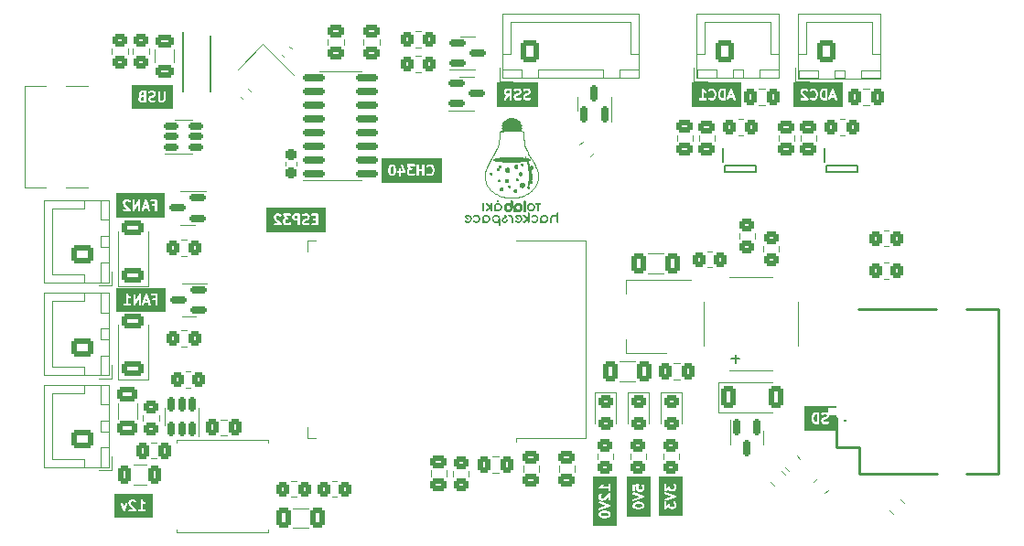
<source format=gbo>
G04 #@! TF.GenerationSoftware,KiCad,Pcbnew,7.0.1*
G04 #@! TF.CreationDate,2023-08-31T11:45:27+03:00*
G04 #@! TF.ProjectId,esp32_hotplate_digital,65737033-325f-4686-9f74-706c6174655f,rev?*
G04 #@! TF.SameCoordinates,Original*
G04 #@! TF.FileFunction,Legend,Bot*
G04 #@! TF.FilePolarity,Positive*
%FSLAX46Y46*%
G04 Gerber Fmt 4.6, Leading zero omitted, Abs format (unit mm)*
G04 Created by KiCad (PCBNEW 7.0.1) date 2023-08-31 11:45:27*
%MOMM*%
%LPD*%
G01*
G04 APERTURE LIST*
G04 Aperture macros list*
%AMRoundRect*
0 Rectangle with rounded corners*
0 $1 Rounding radius*
0 $2 $3 $4 $5 $6 $7 $8 $9 X,Y pos of 4 corners*
0 Add a 4 corners polygon primitive as box body*
4,1,4,$2,$3,$4,$5,$6,$7,$8,$9,$2,$3,0*
0 Add four circle primitives for the rounded corners*
1,1,$1+$1,$2,$3*
1,1,$1+$1,$4,$5*
1,1,$1+$1,$6,$7*
1,1,$1+$1,$8,$9*
0 Add four rect primitives between the rounded corners*
20,1,$1+$1,$2,$3,$4,$5,0*
20,1,$1+$1,$4,$5,$6,$7,0*
20,1,$1+$1,$6,$7,$8,$9,0*
20,1,$1+$1,$8,$9,$2,$3,0*%
%AMRotRect*
0 Rectangle, with rotation*
0 The origin of the aperture is its center*
0 $1 length*
0 $2 width*
0 $3 Rotation angle, in degrees counterclockwise*
0 Add horizontal line*
21,1,$1,$2,0,0,$3*%
G04 Aperture macros list end*
%ADD10C,0.000000*%
%ADD11C,0.055033*%
%ADD12C,0.046892*%
%ADD13C,0.023446*%
%ADD14C,0.120000*%
%ADD15C,0.051596*%
%ADD16C,0.200000*%
%ADD17C,0.150000*%
%ADD18C,0.250000*%
%ADD19C,2.000000*%
%ADD20RoundRect,0.250000X-0.350000X-0.450000X0.350000X-0.450000X0.350000X0.450000X-0.350000X0.450000X0*%
%ADD21RoundRect,0.250000X-0.337500X-0.475000X0.337500X-0.475000X0.337500X0.475000X-0.337500X0.475000X0*%
%ADD22RoundRect,0.250000X0.450000X-0.350000X0.450000X0.350000X-0.450000X0.350000X-0.450000X-0.350000X0*%
%ADD23R,2.200000X7.500000*%
%ADD24RoundRect,0.250000X-0.450000X0.325000X-0.450000X-0.325000X0.450000X-0.325000X0.450000X0.325000X0*%
%ADD25RoundRect,0.250000X0.475000X-0.337500X0.475000X0.337500X-0.475000X0.337500X-0.475000X-0.337500X0*%
%ADD26C,0.650000*%
%ADD27R,1.450000X0.600000*%
%ADD28R,1.450000X0.300000*%
%ADD29O,1.600000X1.000000*%
%ADD30O,2.100000X1.000000*%
%ADD31RoundRect,0.250000X-0.450000X0.350000X-0.450000X-0.350000X0.450000X-0.350000X0.450000X0.350000X0*%
%ADD32RoundRect,0.250000X-0.600000X-0.750000X0.600000X-0.750000X0.600000X0.750000X-0.600000X0.750000X0*%
%ADD33O,1.700000X2.000000*%
%ADD34RoundRect,0.150000X-0.825000X-0.150000X0.825000X-0.150000X0.825000X0.150000X-0.825000X0.150000X0*%
%ADD35R,2.000000X2.000000*%
%ADD36RoundRect,0.250000X0.750000X-0.600000X0.750000X0.600000X-0.750000X0.600000X-0.750000X-0.600000X0*%
%ADD37O,2.000000X1.700000*%
%ADD38RoundRect,0.250000X0.565685X0.070711X0.070711X0.565685X-0.565685X-0.070711X-0.070711X-0.565685X0*%
%ADD39RoundRect,0.150000X-0.587500X-0.150000X0.587500X-0.150000X0.587500X0.150000X-0.587500X0.150000X0*%
%ADD40R,1.550000X2.350000*%
%ADD41RoundRect,0.250000X-0.600000X-0.725000X0.600000X-0.725000X0.600000X0.725000X-0.600000X0.725000X0*%
%ADD42O,1.700000X1.950000*%
%ADD43RoundRect,0.250000X0.070711X-0.565685X0.565685X-0.070711X-0.070711X0.565685X-0.565685X0.070711X0*%
%ADD44RoundRect,0.250000X0.337500X0.475000X-0.337500X0.475000X-0.337500X-0.475000X0.337500X-0.475000X0*%
%ADD45RoundRect,0.250000X-0.450000X-0.800000X0.450000X-0.800000X0.450000X0.800000X-0.450000X0.800000X0*%
%ADD46RoundRect,0.250000X-0.625000X0.375000X-0.625000X-0.375000X0.625000X-0.375000X0.625000X0.375000X0*%
%ADD47C,1.200000*%
%ADD48R,1.600000X0.700000*%
%ADD49R,1.500000X1.200000*%
%ADD50R,2.200000X1.200000*%
%ADD51R,1.500000X1.600000*%
%ADD52RoundRect,0.250000X0.350000X0.450000X-0.350000X0.450000X-0.350000X-0.450000X0.350000X-0.450000X0*%
%ADD53RoundRect,0.150000X0.587500X0.150000X-0.587500X0.150000X-0.587500X-0.150000X0.587500X-0.150000X0*%
%ADD54RoundRect,0.250000X-0.412500X-0.650000X0.412500X-0.650000X0.412500X0.650000X-0.412500X0.650000X0*%
%ADD55R,0.600000X1.200000*%
%ADD56RotRect,1.400000X1.200000X315.000000*%
%ADD57RoundRect,0.250000X-0.375000X-0.625000X0.375000X-0.625000X0.375000X0.625000X-0.375000X0.625000X0*%
%ADD58RoundRect,0.250000X-0.070711X0.565685X-0.565685X0.070711X0.070711X-0.565685X0.565685X-0.070711X0*%
%ADD59RoundRect,0.150000X0.150000X-0.512500X0.150000X0.512500X-0.150000X0.512500X-0.150000X-0.512500X0*%
%ADD60RoundRect,0.250000X0.800000X-0.450000X0.800000X0.450000X-0.800000X0.450000X-0.800000X-0.450000X0*%
%ADD61RoundRect,0.150000X-0.150000X0.587500X-0.150000X-0.587500X0.150000X-0.587500X0.150000X0.587500X0*%
%ADD62RoundRect,0.250000X0.650000X-0.412500X0.650000X0.412500X-0.650000X0.412500X-0.650000X-0.412500X0*%
%ADD63R,2.000000X1.500000*%
%ADD64R,2.000000X3.800000*%
%ADD65RoundRect,0.237500X-0.380070X0.044194X0.044194X-0.380070X0.380070X-0.044194X-0.044194X0.380070X0*%
%ADD66R,0.900000X1.500000*%
%ADD67R,1.500000X0.900000*%
%ADD68C,0.600000*%
%ADD69R,4.200000X4.200000*%
%ADD70RoundRect,0.150000X0.150000X-0.587500X0.150000X0.587500X-0.150000X0.587500X-0.150000X-0.587500X0*%
%ADD71RoundRect,0.237500X0.380070X-0.044194X-0.044194X0.380070X-0.380070X0.044194X0.044194X-0.380070X0*%
%ADD72RoundRect,0.237500X-0.237500X0.300000X-0.237500X-0.300000X0.237500X-0.300000X0.237500X0.300000X0*%
%ADD73RoundRect,0.150000X-0.512500X-0.150000X0.512500X-0.150000X0.512500X0.150000X-0.512500X0.150000X0*%
G04 APERTURE END LIST*
D10*
G36*
X84082077Y-70342406D02*
G01*
X84101355Y-70343715D01*
X84120269Y-70345897D01*
X84138818Y-70348951D01*
X84157002Y-70352878D01*
X84174821Y-70357679D01*
X84192275Y-70363353D01*
X84209364Y-70369900D01*
X84226088Y-70377322D01*
X84242447Y-70385618D01*
X84258440Y-70394788D01*
X84274068Y-70404832D01*
X84289331Y-70415751D01*
X84304227Y-70427545D01*
X84318758Y-70440213D01*
X84332923Y-70453757D01*
X84346467Y-70467922D01*
X84359136Y-70482453D01*
X84370930Y-70497349D01*
X84381849Y-70512610D01*
X84391893Y-70528236D01*
X84401063Y-70544226D01*
X84409358Y-70560581D01*
X84416780Y-70577299D01*
X84423328Y-70594381D01*
X84429001Y-70611826D01*
X84433802Y-70629634D01*
X84437729Y-70647805D01*
X84440783Y-70666338D01*
X84442965Y-70685233D01*
X84444273Y-70704490D01*
X84444709Y-70724109D01*
X84444273Y-70743764D01*
X84442965Y-70763053D01*
X84440783Y-70781975D01*
X84437729Y-70800532D01*
X84433802Y-70818723D01*
X84429001Y-70836548D01*
X84423328Y-70854007D01*
X84416780Y-70871099D01*
X84409358Y-70887826D01*
X84401063Y-70904187D01*
X84391893Y-70920182D01*
X84381849Y-70935811D01*
X84370930Y-70951073D01*
X84359136Y-70965970D01*
X84346467Y-70980501D01*
X84332923Y-70994666D01*
X84318758Y-71008210D01*
X84304227Y-71020879D01*
X84289331Y-71032673D01*
X84274068Y-71043592D01*
X84258440Y-71053636D01*
X84242447Y-71062806D01*
X84226088Y-71071102D01*
X84209364Y-71078523D01*
X84192275Y-71085071D01*
X84174821Y-71090745D01*
X84157002Y-71095546D01*
X84138818Y-71099473D01*
X84120269Y-71102527D01*
X84101355Y-71104708D01*
X84082077Y-71106017D01*
X84062434Y-71106453D01*
X84042795Y-71106019D01*
X84023526Y-71104716D01*
X84004629Y-71102544D01*
X83986103Y-71099504D01*
X83967947Y-71095597D01*
X83950164Y-71090821D01*
X83932751Y-71085179D01*
X83915710Y-71078670D01*
X83899041Y-71071294D01*
X83882744Y-71063052D01*
X83866818Y-71053943D01*
X83851264Y-71043970D01*
X83836083Y-71033130D01*
X83821273Y-71021426D01*
X83806836Y-71008857D01*
X83792771Y-70995423D01*
X83792593Y-70995222D01*
X83792419Y-70995031D01*
X83792074Y-70994658D01*
X83791716Y-70994272D01*
X83791526Y-70994064D01*
X83791326Y-70993841D01*
X83788540Y-70990929D01*
X83785934Y-70987946D01*
X83783509Y-70984892D01*
X83781264Y-70981767D01*
X83779199Y-70978570D01*
X83777314Y-70975302D01*
X83775610Y-70971962D01*
X83774085Y-70968551D01*
X83772740Y-70965068D01*
X83771574Y-70961513D01*
X83770589Y-70957886D01*
X83769782Y-70954187D01*
X83769155Y-70950416D01*
X83768707Y-70946573D01*
X83768439Y-70942658D01*
X83768349Y-70938670D01*
X83768439Y-70934683D01*
X83768707Y-70930773D01*
X83769155Y-70926938D01*
X83769782Y-70923179D01*
X83770589Y-70919496D01*
X83771574Y-70915888D01*
X83772740Y-70912357D01*
X83774085Y-70908901D01*
X83775610Y-70905520D01*
X83777314Y-70902216D01*
X83779199Y-70898987D01*
X83781264Y-70895834D01*
X83783509Y-70892757D01*
X83785934Y-70889756D01*
X83788540Y-70886830D01*
X83791326Y-70883980D01*
X83794238Y-70881243D01*
X83797220Y-70878682D01*
X83800274Y-70876297D01*
X83803399Y-70874088D01*
X83806594Y-70872055D01*
X83809861Y-70870199D01*
X83813198Y-70868518D01*
X83816607Y-70867014D01*
X83820086Y-70865687D01*
X83823637Y-70864536D01*
X83827258Y-70863562D01*
X83830950Y-70862765D01*
X83834713Y-70862145D01*
X83838547Y-70861702D01*
X83842452Y-70861436D01*
X83846428Y-70861347D01*
X83850414Y-70861434D01*
X83854322Y-70861695D01*
X83858153Y-70862130D01*
X83861906Y-70862738D01*
X83865581Y-70863520D01*
X83869178Y-70864475D01*
X83872697Y-70865602D01*
X83876138Y-70866903D01*
X83879501Y-70868375D01*
X83882785Y-70870021D01*
X83885992Y-70871838D01*
X83889119Y-70873827D01*
X83892168Y-70875988D01*
X83895139Y-70878320D01*
X83898030Y-70880824D01*
X83900843Y-70883499D01*
X83902425Y-70885081D01*
X83910860Y-70893064D01*
X83919503Y-70900530D01*
X83928352Y-70907479D01*
X83937410Y-70913912D01*
X83946675Y-70919828D01*
X83956148Y-70925228D01*
X83965831Y-70930113D01*
X83975722Y-70934482D01*
X83985824Y-70938336D01*
X83996135Y-70941675D01*
X84006656Y-70944499D01*
X84017389Y-70946810D01*
X84028332Y-70948606D01*
X84039487Y-70949889D01*
X84050855Y-70950658D01*
X84062434Y-70950915D01*
X84074115Y-70950654D01*
X84085577Y-70949873D01*
X84096823Y-70948572D01*
X84107850Y-70946750D01*
X84118661Y-70944407D01*
X84129255Y-70941544D01*
X84139631Y-70938161D01*
X84149791Y-70934258D01*
X84159733Y-70929835D01*
X84169459Y-70924892D01*
X84178969Y-70919430D01*
X84188261Y-70913447D01*
X84197338Y-70906946D01*
X84206198Y-70899924D01*
X84214841Y-70892384D01*
X84223269Y-70884324D01*
X84231354Y-70875873D01*
X84238918Y-70867210D01*
X84245961Y-70858335D01*
X84252483Y-70849247D01*
X84258484Y-70839945D01*
X84263963Y-70830429D01*
X84268921Y-70820698D01*
X84273358Y-70810752D01*
X84277273Y-70800590D01*
X84280666Y-70790211D01*
X84283538Y-70779614D01*
X84285888Y-70768800D01*
X84287715Y-70757767D01*
X84289021Y-70746516D01*
X84289804Y-70735044D01*
X84290066Y-70723352D01*
X84289804Y-70711697D01*
X84289018Y-70700258D01*
X84287709Y-70689035D01*
X84285878Y-70678028D01*
X84283524Y-70667238D01*
X84280648Y-70656664D01*
X84277251Y-70646307D01*
X84273332Y-70636167D01*
X84268893Y-70626244D01*
X84263933Y-70616537D01*
X84258453Y-70607048D01*
X84252454Y-70597776D01*
X84245935Y-70588721D01*
X84238898Y-70579883D01*
X84231343Y-70571263D01*
X84223269Y-70562861D01*
X84214841Y-70554850D01*
X84206198Y-70547354D01*
X84197338Y-70540373D01*
X84188262Y-70533907D01*
X84178969Y-70527957D01*
X84169460Y-70522522D01*
X84159734Y-70517604D01*
X84149791Y-70513202D01*
X84139631Y-70509317D01*
X84129255Y-70505949D01*
X84118661Y-70503098D01*
X84107851Y-70500765D01*
X84096823Y-70498950D01*
X84085577Y-70497653D01*
X84074115Y-70496875D01*
X84062434Y-70496615D01*
X84050781Y-70496873D01*
X84039349Y-70497647D01*
X84028138Y-70498936D01*
X84017147Y-70500742D01*
X84006377Y-70503062D01*
X83995827Y-70505898D01*
X83985497Y-70509250D01*
X83975387Y-70513116D01*
X83965498Y-70517498D01*
X83955828Y-70522395D01*
X83946379Y-70527807D01*
X83937149Y-70533733D01*
X83928138Y-70540174D01*
X83919348Y-70547130D01*
X83910777Y-70554600D01*
X83902425Y-70562585D01*
X83901600Y-70562585D01*
X83898787Y-70565371D01*
X83895898Y-70567974D01*
X83892931Y-70570396D01*
X83889885Y-70572637D01*
X83886762Y-70574696D01*
X83883560Y-70576575D01*
X83880280Y-70578274D01*
X83876920Y-70579792D01*
X83873482Y-70581131D01*
X83869965Y-70582290D01*
X83866368Y-70583270D01*
X83862691Y-70584071D01*
X83858935Y-70584694D01*
X83855099Y-70585138D01*
X83851182Y-70585404D01*
X83847185Y-70585493D01*
X83843309Y-70585406D01*
X83839499Y-70585144D01*
X83835754Y-70584707D01*
X83832075Y-70584095D01*
X83828463Y-70583306D01*
X83824919Y-70582341D01*
X83821443Y-70581198D01*
X83818035Y-70579878D01*
X83814697Y-70578380D01*
X83811429Y-70576703D01*
X83808231Y-70574847D01*
X83805104Y-70572811D01*
X83802049Y-70570595D01*
X83799067Y-70568198D01*
X83796157Y-70565620D01*
X83793321Y-70562861D01*
X83790561Y-70560014D01*
X83787981Y-70557098D01*
X83785581Y-70554113D01*
X83783361Y-70551058D01*
X83781320Y-70547933D01*
X83779458Y-70544738D01*
X83777775Y-70541474D01*
X83776270Y-70538139D01*
X83774943Y-70534735D01*
X83773795Y-70531260D01*
X83772824Y-70527714D01*
X83772030Y-70524098D01*
X83771413Y-70520412D01*
X83770972Y-70516655D01*
X83770709Y-70512827D01*
X83770621Y-70508929D01*
X83770707Y-70504932D01*
X83770966Y-70501018D01*
X83771397Y-70497184D01*
X83772002Y-70493431D01*
X83772779Y-70489758D01*
X83773729Y-70486164D01*
X83774853Y-70482648D01*
X83776149Y-70479211D01*
X83777619Y-70475851D01*
X83779263Y-70472567D01*
X83781080Y-70469360D01*
X83783070Y-70466229D01*
X83785235Y-70463172D01*
X83787573Y-70460190D01*
X83790085Y-70457281D01*
X83792771Y-70454446D01*
X83792871Y-70454444D01*
X83792964Y-70454439D01*
X83793051Y-70454429D01*
X83793093Y-70454423D01*
X83793132Y-70454416D01*
X83793170Y-70454407D01*
X83793206Y-70454397D01*
X83793241Y-70454386D01*
X83793274Y-70454373D01*
X83793305Y-70454359D01*
X83793335Y-70454344D01*
X83793363Y-70454327D01*
X83793390Y-70454308D01*
X83793415Y-70454288D01*
X83793438Y-70454266D01*
X83793460Y-70454243D01*
X83793480Y-70454217D01*
X83793499Y-70454190D01*
X83793516Y-70454161D01*
X83793531Y-70454130D01*
X83793545Y-70454097D01*
X83793557Y-70454062D01*
X83793567Y-70454025D01*
X83793576Y-70453986D01*
X83793583Y-70453945D01*
X83793589Y-70453902D01*
X83793593Y-70453856D01*
X83793595Y-70453808D01*
X83793596Y-70453757D01*
X83792771Y-70453002D01*
X83806836Y-70439534D01*
X83821273Y-70426939D01*
X83836083Y-70415217D01*
X83851264Y-70404367D01*
X83866818Y-70394389D01*
X83882743Y-70385282D01*
X83899041Y-70377044D01*
X83915710Y-70369677D01*
X83932751Y-70363178D01*
X83950163Y-70357548D01*
X83967947Y-70352786D01*
X83986102Y-70348890D01*
X84004629Y-70345862D01*
X84023526Y-70343700D01*
X84042795Y-70342403D01*
X84062434Y-70341970D01*
X84082077Y-70342406D01*
G37*
G36*
X84714494Y-69262168D02*
G01*
X84718395Y-69262432D01*
X84722221Y-69262872D01*
X84725974Y-69263489D01*
X84729654Y-69264283D01*
X84733261Y-69265254D01*
X84736794Y-69266403D01*
X84740255Y-69267730D01*
X84743643Y-69269235D01*
X84746959Y-69270918D01*
X84750203Y-69272780D01*
X84753375Y-69274821D01*
X84756475Y-69277041D01*
X84759504Y-69279441D01*
X84762461Y-69282022D01*
X84765347Y-69284782D01*
X84768109Y-69287680D01*
X84770693Y-69290648D01*
X84773100Y-69293685D01*
X84775329Y-69296792D01*
X84777381Y-69299970D01*
X84779254Y-69303217D01*
X84780950Y-69306536D01*
X84782468Y-69309925D01*
X84783807Y-69313385D01*
X84784968Y-69316916D01*
X84785951Y-69320518D01*
X84786755Y-69324192D01*
X84787381Y-69327938D01*
X84787828Y-69331756D01*
X84788097Y-69335646D01*
X84788186Y-69339608D01*
X84788186Y-69948690D01*
X84788097Y-69952653D01*
X84787828Y-69956545D01*
X84787381Y-69960366D01*
X84786755Y-69964116D01*
X84785951Y-69967794D01*
X84784968Y-69971401D01*
X84783807Y-69974936D01*
X84782468Y-69978399D01*
X84780950Y-69981791D01*
X84779254Y-69985111D01*
X84777381Y-69988359D01*
X84775329Y-69991535D01*
X84773100Y-69994639D01*
X84770693Y-69997671D01*
X84768109Y-70000630D01*
X84765347Y-70003517D01*
X84762461Y-70006291D01*
X84759504Y-70008886D01*
X84756475Y-70011302D01*
X84753375Y-70013539D01*
X84750203Y-70015597D01*
X84746959Y-70017476D01*
X84743643Y-70019176D01*
X84740255Y-70020697D01*
X84736794Y-70022039D01*
X84733261Y-70023203D01*
X84729654Y-70024187D01*
X84725974Y-70024992D01*
X84722221Y-70025619D01*
X84718395Y-70026066D01*
X84714494Y-70026335D01*
X84710520Y-70026424D01*
X84710520Y-70026425D01*
X84706568Y-70026335D01*
X84702682Y-70026065D01*
X84698864Y-70025614D01*
X84695114Y-70024984D01*
X84691433Y-70024174D01*
X84687822Y-70023186D01*
X84684281Y-70022018D01*
X84680811Y-70020672D01*
X84677413Y-70019148D01*
X84674087Y-70017446D01*
X84670835Y-70015567D01*
X84667656Y-70013510D01*
X84664552Y-70011277D01*
X84661523Y-70008866D01*
X84658570Y-70006280D01*
X84655694Y-70003517D01*
X84652930Y-70000630D01*
X84650341Y-69997671D01*
X84647928Y-69994639D01*
X84645690Y-69991535D01*
X84643628Y-69988359D01*
X84641743Y-69985111D01*
X84640035Y-69981791D01*
X84638504Y-69978399D01*
X84637152Y-69974936D01*
X84635978Y-69971401D01*
X84634984Y-69967794D01*
X84634169Y-69964116D01*
X84633535Y-69960366D01*
X84633081Y-69956545D01*
X84632808Y-69952653D01*
X84632717Y-69948690D01*
X84632717Y-69339608D01*
X84632808Y-69335646D01*
X84633081Y-69331756D01*
X84633535Y-69327938D01*
X84634169Y-69324192D01*
X84634984Y-69320518D01*
X84635978Y-69316916D01*
X84637152Y-69313385D01*
X84638504Y-69309925D01*
X84640035Y-69306536D01*
X84641743Y-69303217D01*
X84643628Y-69299970D01*
X84645690Y-69296792D01*
X84647928Y-69293685D01*
X84650341Y-69290648D01*
X84652930Y-69287680D01*
X84655694Y-69284782D01*
X84658581Y-69282022D01*
X84661542Y-69279441D01*
X84664577Y-69277041D01*
X84667685Y-69274821D01*
X84670865Y-69272780D01*
X84674117Y-69270918D01*
X84677441Y-69269235D01*
X84680837Y-69267730D01*
X84684303Y-69266403D01*
X84687840Y-69265254D01*
X84691447Y-69264283D01*
X84695124Y-69263489D01*
X84698870Y-69262872D01*
X84702685Y-69262432D01*
X84706568Y-69262168D01*
X84710520Y-69262080D01*
X84714494Y-69262168D01*
G37*
D11*
X87382678Y-69662516D02*
X87382461Y-69669298D01*
X87381002Y-69688175D01*
X87378700Y-69706697D01*
X87375553Y-69724862D01*
X87371562Y-69742670D01*
X87366726Y-69760123D01*
X87361045Y-69777219D01*
X87354519Y-69793958D01*
X87347147Y-69810342D01*
X87338930Y-69826369D01*
X87329865Y-69842040D01*
X87319955Y-69857354D01*
X87309197Y-69872313D01*
X87297593Y-69886915D01*
X87285140Y-69901160D01*
X87271840Y-69915050D01*
X87257767Y-69928520D01*
X87243329Y-69941120D01*
X87228527Y-69952852D01*
X87213361Y-69963715D01*
X87197832Y-69973709D01*
X87181939Y-69982834D01*
X87165683Y-69991090D01*
X87149065Y-69998476D01*
X87132083Y-70004994D01*
X87114739Y-70010643D01*
X87097032Y-70015422D01*
X87078964Y-70019333D01*
X87060533Y-70022375D01*
X87041741Y-70024547D01*
X87022587Y-70025851D01*
X87003071Y-70026285D01*
X86983556Y-70025851D01*
X86964402Y-70024547D01*
X86945610Y-70022375D01*
X86927180Y-70019333D01*
X86909112Y-70015423D01*
X86891408Y-70010643D01*
X86874066Y-70004994D01*
X86857087Y-69998477D01*
X86840472Y-69991090D01*
X86824220Y-69982834D01*
X86808333Y-69973709D01*
X86792811Y-69963716D01*
X86777653Y-69952853D01*
X86762860Y-69941121D01*
X86748433Y-69928520D01*
X86734372Y-69915050D01*
X86720902Y-69900977D01*
X86708301Y-69886541D01*
X86696569Y-69871743D01*
X86685706Y-69856582D01*
X86675712Y-69841059D01*
X86666587Y-69825174D01*
X86658331Y-69808927D01*
X86650944Y-69792317D01*
X86644427Y-69775345D01*
X86638778Y-69758012D01*
X86633998Y-69740317D01*
X86630088Y-69722260D01*
X86627046Y-69703842D01*
X86624873Y-69685062D01*
X86623570Y-69665920D01*
X86623153Y-69647244D01*
X86777779Y-69647244D01*
X86778035Y-69658847D01*
X86778804Y-69670232D01*
X86780087Y-69681400D01*
X86781884Y-69692349D01*
X86784194Y-69703080D01*
X86787018Y-69713593D01*
X86790357Y-69723888D01*
X86794211Y-69733965D01*
X86798580Y-69743823D01*
X86803465Y-69753462D01*
X86808865Y-69762883D01*
X86814781Y-69772085D01*
X86821213Y-69781068D01*
X86828163Y-69789832D01*
X86835629Y-69798377D01*
X86843612Y-69806703D01*
X86851951Y-69814699D01*
X86860509Y-69822175D01*
X86869285Y-69829134D01*
X86878279Y-69835574D01*
X86887491Y-69841497D01*
X86896920Y-69846903D01*
X86906566Y-69851792D01*
X86916428Y-69856164D01*
X86926507Y-69860021D01*
X86936801Y-69863362D01*
X86947310Y-69866188D01*
X86958034Y-69868499D01*
X86968973Y-69870296D01*
X86980126Y-69871579D01*
X86991492Y-69872348D01*
X87003071Y-69872605D01*
X87014676Y-69872347D01*
X87026066Y-69871573D01*
X87037241Y-69870282D01*
X87048202Y-69868474D01*
X87058948Y-69866149D01*
X87069479Y-69863307D01*
X87079794Y-69859947D01*
X87089895Y-69856069D01*
X87099780Y-69851673D01*
X87109450Y-69846758D01*
X87118905Y-69841324D01*
X87128144Y-69835371D01*
X87137168Y-69828899D01*
X87145975Y-69821906D01*
X87154567Y-69814393D01*
X87162943Y-69806360D01*
X87170334Y-69798747D01*
X87177286Y-69790950D01*
X87183799Y-69782967D01*
X87189874Y-69774800D01*
X87195510Y-69766449D01*
X87200706Y-69757914D01*
X87205464Y-69749196D01*
X87209782Y-69740294D01*
X87213661Y-69731209D01*
X87217100Y-69721941D01*
X87220100Y-69712491D01*
X87222660Y-69702859D01*
X87224780Y-69693046D01*
X87226461Y-69683050D01*
X87227701Y-69672874D01*
X87228502Y-69662516D01*
X87228308Y-69660811D01*
X87228141Y-69659101D01*
X87227999Y-69657390D01*
X87227883Y-69655680D01*
X87227792Y-69653973D01*
X87227728Y-69652271D01*
X87227689Y-69650578D01*
X87227676Y-69648896D01*
X87227676Y-69619866D01*
X87226433Y-69610425D01*
X87224818Y-69601140D01*
X87222832Y-69592011D01*
X87220473Y-69583038D01*
X87217742Y-69574221D01*
X87214637Y-69565559D01*
X87211158Y-69557052D01*
X87207305Y-69548700D01*
X87203077Y-69540503D01*
X87198474Y-69532461D01*
X87193495Y-69524572D01*
X87188139Y-69516839D01*
X87182407Y-69509259D01*
X87176297Y-69501833D01*
X87169809Y-69494560D01*
X87162943Y-69487441D01*
X87154578Y-69479407D01*
X87145995Y-69471892D01*
X87137193Y-69464896D01*
X87128173Y-69458419D01*
X87118936Y-69452460D01*
X87109481Y-69447021D01*
X87099809Y-69442099D01*
X87089921Y-69437697D01*
X87079817Y-69433812D01*
X87069497Y-69430446D01*
X87058962Y-69427598D01*
X87048212Y-69425268D01*
X87037247Y-69423456D01*
X87026069Y-69422162D01*
X87014677Y-69421386D01*
X87003071Y-69421127D01*
X86991493Y-69421386D01*
X86980128Y-69422162D01*
X86968979Y-69423456D01*
X86958044Y-69425268D01*
X86947324Y-69427598D01*
X86936819Y-69430446D01*
X86926529Y-69433812D01*
X86916454Y-69437697D01*
X86906594Y-69442099D01*
X86896950Y-69447021D01*
X86887521Y-69452460D01*
X86878308Y-69458419D01*
X86869310Y-69464896D01*
X86860528Y-69471892D01*
X86851962Y-69479407D01*
X86843612Y-69487441D01*
X86835629Y-69495806D01*
X86828163Y-69504392D01*
X86821213Y-69513196D01*
X86814781Y-69522220D01*
X86808865Y-69531460D01*
X86803465Y-69540918D01*
X86798580Y-69550592D01*
X86794211Y-69560481D01*
X86790357Y-69570584D01*
X86787018Y-69580901D01*
X86784194Y-69591431D01*
X86781884Y-69602173D01*
X86780087Y-69613126D01*
X86778804Y-69624289D01*
X86778035Y-69635662D01*
X86777779Y-69647244D01*
X86623153Y-69647244D01*
X86623135Y-69646418D01*
X86623570Y-69626891D01*
X86624873Y-69607729D01*
X86627046Y-69588931D01*
X86630088Y-69570497D01*
X86633998Y-69552427D01*
X86638778Y-69534721D01*
X86644426Y-69517378D01*
X86650944Y-69500400D01*
X86658331Y-69483784D01*
X86666587Y-69467533D01*
X86675712Y-69451644D01*
X86685705Y-69436119D01*
X86696568Y-69420957D01*
X86708300Y-69406158D01*
X86720901Y-69391722D01*
X86734372Y-69377649D01*
X86748433Y-69364191D01*
X86762860Y-69351598D01*
X86777653Y-69339872D01*
X86792811Y-69329013D01*
X86808333Y-69319020D01*
X86824220Y-69309895D01*
X86840472Y-69301638D01*
X86857087Y-69294248D01*
X86874066Y-69287727D01*
X86891408Y-69282074D01*
X86909112Y-69277290D01*
X86927180Y-69273375D01*
X86945610Y-69270330D01*
X86964402Y-69268154D01*
X86983556Y-69266849D01*
X87003071Y-69266414D01*
X87018858Y-69266700D01*
X87034412Y-69267558D01*
X87049732Y-69268988D01*
X87064818Y-69270990D01*
X87079672Y-69273564D01*
X87094293Y-69276709D01*
X87108682Y-69280425D01*
X87122838Y-69284712D01*
X87136762Y-69289570D01*
X87150454Y-69294998D01*
X87163914Y-69300997D01*
X87177142Y-69307566D01*
X87190140Y-69314705D01*
X87202906Y-69322414D01*
X87215441Y-69330692D01*
X87227745Y-69339540D01*
X87227745Y-69115829D01*
X87227835Y-69111854D01*
X87228103Y-69107954D01*
X87228550Y-69104127D01*
X87229176Y-69100374D01*
X87229980Y-69096695D01*
X87230963Y-69093088D01*
X87232124Y-69089555D01*
X87233463Y-69086094D01*
X87234981Y-69082705D01*
X87236676Y-69079389D01*
X87238550Y-69076146D01*
X87240601Y-69072974D01*
X87242831Y-69069874D01*
X87245237Y-69066845D01*
X87247822Y-69063888D01*
X87250584Y-69061002D01*
X87253470Y-69058227D01*
X87256427Y-69055630D01*
X87259456Y-69053211D01*
X87262556Y-69050969D01*
X87265728Y-69048906D01*
X87268971Y-69047021D01*
X87272287Y-69045314D01*
X87275676Y-69043787D01*
X87279136Y-69042438D01*
X87282670Y-69041269D01*
X87286277Y-69040278D01*
X87289956Y-69039468D01*
X87293709Y-69038837D01*
X87297536Y-69038386D01*
X87301436Y-69038116D01*
X87305411Y-69038025D01*
X87309362Y-69038116D01*
X87313246Y-69038386D01*
X87317061Y-69038837D01*
X87320807Y-69039468D01*
X87324484Y-69040278D01*
X87328091Y-69041269D01*
X87331628Y-69042438D01*
X87335094Y-69043787D01*
X87338489Y-69045314D01*
X87341814Y-69047021D01*
X87345066Y-69048906D01*
X87348246Y-69050969D01*
X87351354Y-69053211D01*
X87354389Y-69055630D01*
X87357350Y-69058227D01*
X87360238Y-69061002D01*
X87362999Y-69063888D01*
X87365584Y-69066845D01*
X87367991Y-69069874D01*
X87370220Y-69072974D01*
X87372271Y-69076146D01*
X87374145Y-69079389D01*
X87375840Y-69082705D01*
X87377358Y-69086094D01*
X87378697Y-69089555D01*
X87379858Y-69093088D01*
X87380841Y-69096695D01*
X87381646Y-69100374D01*
X87382271Y-69104127D01*
X87382718Y-69107954D01*
X87382987Y-69111854D01*
X87383076Y-69115829D01*
X87383076Y-69650064D01*
X87382678Y-69662516D01*
G36*
X87382678Y-69662516D02*
G01*
X87382461Y-69669298D01*
X87381002Y-69688175D01*
X87378700Y-69706697D01*
X87375553Y-69724862D01*
X87371562Y-69742670D01*
X87366726Y-69760123D01*
X87361045Y-69777219D01*
X87354519Y-69793958D01*
X87347147Y-69810342D01*
X87338930Y-69826369D01*
X87329865Y-69842040D01*
X87319955Y-69857354D01*
X87309197Y-69872313D01*
X87297593Y-69886915D01*
X87285140Y-69901160D01*
X87271840Y-69915050D01*
X87257767Y-69928520D01*
X87243329Y-69941120D01*
X87228527Y-69952852D01*
X87213361Y-69963715D01*
X87197832Y-69973709D01*
X87181939Y-69982834D01*
X87165683Y-69991090D01*
X87149065Y-69998476D01*
X87132083Y-70004994D01*
X87114739Y-70010643D01*
X87097032Y-70015422D01*
X87078964Y-70019333D01*
X87060533Y-70022375D01*
X87041741Y-70024547D01*
X87022587Y-70025851D01*
X87003071Y-70026285D01*
X86983556Y-70025851D01*
X86964402Y-70024547D01*
X86945610Y-70022375D01*
X86927180Y-70019333D01*
X86909112Y-70015423D01*
X86891408Y-70010643D01*
X86874066Y-70004994D01*
X86857087Y-69998477D01*
X86840472Y-69991090D01*
X86824220Y-69982834D01*
X86808333Y-69973709D01*
X86792811Y-69963716D01*
X86777653Y-69952853D01*
X86762860Y-69941121D01*
X86748433Y-69928520D01*
X86734372Y-69915050D01*
X86720902Y-69900977D01*
X86708301Y-69886541D01*
X86696569Y-69871743D01*
X86685706Y-69856582D01*
X86675712Y-69841059D01*
X86666587Y-69825174D01*
X86658331Y-69808927D01*
X86650944Y-69792317D01*
X86644427Y-69775345D01*
X86638778Y-69758012D01*
X86633998Y-69740317D01*
X86630088Y-69722260D01*
X86627046Y-69703842D01*
X86624873Y-69685062D01*
X86623570Y-69665920D01*
X86623153Y-69647244D01*
X86777779Y-69647244D01*
X86778035Y-69658847D01*
X86778804Y-69670232D01*
X86780087Y-69681400D01*
X86781884Y-69692349D01*
X86784194Y-69703080D01*
X86787018Y-69713593D01*
X86790357Y-69723888D01*
X86794211Y-69733965D01*
X86798580Y-69743823D01*
X86803465Y-69753462D01*
X86808865Y-69762883D01*
X86814781Y-69772085D01*
X86821213Y-69781068D01*
X86828163Y-69789832D01*
X86835629Y-69798377D01*
X86843612Y-69806703D01*
X86851951Y-69814699D01*
X86860509Y-69822175D01*
X86869285Y-69829134D01*
X86878279Y-69835574D01*
X86887491Y-69841497D01*
X86896920Y-69846903D01*
X86906566Y-69851792D01*
X86916428Y-69856164D01*
X86926507Y-69860021D01*
X86936801Y-69863362D01*
X86947310Y-69866188D01*
X86958034Y-69868499D01*
X86968973Y-69870296D01*
X86980126Y-69871579D01*
X86991492Y-69872348D01*
X87003071Y-69872605D01*
X87014676Y-69872347D01*
X87026066Y-69871573D01*
X87037241Y-69870282D01*
X87048202Y-69868474D01*
X87058948Y-69866149D01*
X87069479Y-69863307D01*
X87079794Y-69859947D01*
X87089895Y-69856069D01*
X87099780Y-69851673D01*
X87109450Y-69846758D01*
X87118905Y-69841324D01*
X87128144Y-69835371D01*
X87137168Y-69828899D01*
X87145975Y-69821906D01*
X87154567Y-69814393D01*
X87162943Y-69806360D01*
X87170334Y-69798747D01*
X87177286Y-69790950D01*
X87183799Y-69782967D01*
X87189874Y-69774800D01*
X87195510Y-69766449D01*
X87200706Y-69757914D01*
X87205464Y-69749196D01*
X87209782Y-69740294D01*
X87213661Y-69731209D01*
X87217100Y-69721941D01*
X87220100Y-69712491D01*
X87222660Y-69702859D01*
X87224780Y-69693046D01*
X87226461Y-69683050D01*
X87227701Y-69672874D01*
X87228502Y-69662516D01*
X87228308Y-69660811D01*
X87228141Y-69659101D01*
X87227999Y-69657390D01*
X87227883Y-69655680D01*
X87227792Y-69653973D01*
X87227728Y-69652271D01*
X87227689Y-69650578D01*
X87227676Y-69648896D01*
X87227676Y-69619866D01*
X87226433Y-69610425D01*
X87224818Y-69601140D01*
X87222832Y-69592011D01*
X87220473Y-69583038D01*
X87217742Y-69574221D01*
X87214637Y-69565559D01*
X87211158Y-69557052D01*
X87207305Y-69548700D01*
X87203077Y-69540503D01*
X87198474Y-69532461D01*
X87193495Y-69524572D01*
X87188139Y-69516839D01*
X87182407Y-69509259D01*
X87176297Y-69501833D01*
X87169809Y-69494560D01*
X87162943Y-69487441D01*
X87154578Y-69479407D01*
X87145995Y-69471892D01*
X87137193Y-69464896D01*
X87128173Y-69458419D01*
X87118936Y-69452460D01*
X87109481Y-69447021D01*
X87099809Y-69442099D01*
X87089921Y-69437697D01*
X87079817Y-69433812D01*
X87069497Y-69430446D01*
X87058962Y-69427598D01*
X87048212Y-69425268D01*
X87037247Y-69423456D01*
X87026069Y-69422162D01*
X87014677Y-69421386D01*
X87003071Y-69421127D01*
X86991493Y-69421386D01*
X86980128Y-69422162D01*
X86968979Y-69423456D01*
X86958044Y-69425268D01*
X86947324Y-69427598D01*
X86936819Y-69430446D01*
X86926529Y-69433812D01*
X86916454Y-69437697D01*
X86906594Y-69442099D01*
X86896950Y-69447021D01*
X86887521Y-69452460D01*
X86878308Y-69458419D01*
X86869310Y-69464896D01*
X86860528Y-69471892D01*
X86851962Y-69479407D01*
X86843612Y-69487441D01*
X86835629Y-69495806D01*
X86828163Y-69504392D01*
X86821213Y-69513196D01*
X86814781Y-69522220D01*
X86808865Y-69531460D01*
X86803465Y-69540918D01*
X86798580Y-69550592D01*
X86794211Y-69560481D01*
X86790357Y-69570584D01*
X86787018Y-69580901D01*
X86784194Y-69591431D01*
X86781884Y-69602173D01*
X86780087Y-69613126D01*
X86778804Y-69624289D01*
X86778035Y-69635662D01*
X86777779Y-69647244D01*
X86623153Y-69647244D01*
X86623135Y-69646418D01*
X86623570Y-69626891D01*
X86624873Y-69607729D01*
X86627046Y-69588931D01*
X86630088Y-69570497D01*
X86633998Y-69552427D01*
X86638778Y-69534721D01*
X86644426Y-69517378D01*
X86650944Y-69500400D01*
X86658331Y-69483784D01*
X86666587Y-69467533D01*
X86675712Y-69451644D01*
X86685705Y-69436119D01*
X86696568Y-69420957D01*
X86708300Y-69406158D01*
X86720901Y-69391722D01*
X86734372Y-69377649D01*
X86748433Y-69364191D01*
X86762860Y-69351598D01*
X86777653Y-69339872D01*
X86792811Y-69329013D01*
X86808333Y-69319020D01*
X86824220Y-69309895D01*
X86840472Y-69301638D01*
X86857087Y-69294248D01*
X86874066Y-69287727D01*
X86891408Y-69282074D01*
X86909112Y-69277290D01*
X86927180Y-69273375D01*
X86945610Y-69270330D01*
X86964402Y-69268154D01*
X86983556Y-69266849D01*
X87003071Y-69266414D01*
X87018858Y-69266700D01*
X87034412Y-69267558D01*
X87049732Y-69268988D01*
X87064818Y-69270990D01*
X87079672Y-69273564D01*
X87094293Y-69276709D01*
X87108682Y-69280425D01*
X87122838Y-69284712D01*
X87136762Y-69289570D01*
X87150454Y-69294998D01*
X87163914Y-69300997D01*
X87177142Y-69307566D01*
X87190140Y-69314705D01*
X87202906Y-69322414D01*
X87215441Y-69330692D01*
X87227745Y-69339540D01*
X87227745Y-69115829D01*
X87227835Y-69111854D01*
X87228103Y-69107954D01*
X87228550Y-69104127D01*
X87229176Y-69100374D01*
X87229980Y-69096695D01*
X87230963Y-69093088D01*
X87232124Y-69089555D01*
X87233463Y-69086094D01*
X87234981Y-69082705D01*
X87236676Y-69079389D01*
X87238550Y-69076146D01*
X87240601Y-69072974D01*
X87242831Y-69069874D01*
X87245237Y-69066845D01*
X87247822Y-69063888D01*
X87250584Y-69061002D01*
X87253470Y-69058227D01*
X87256427Y-69055630D01*
X87259456Y-69053211D01*
X87262556Y-69050969D01*
X87265728Y-69048906D01*
X87268971Y-69047021D01*
X87272287Y-69045314D01*
X87275676Y-69043787D01*
X87279136Y-69042438D01*
X87282670Y-69041269D01*
X87286277Y-69040278D01*
X87289956Y-69039468D01*
X87293709Y-69038837D01*
X87297536Y-69038386D01*
X87301436Y-69038116D01*
X87305411Y-69038025D01*
X87309362Y-69038116D01*
X87313246Y-69038386D01*
X87317061Y-69038837D01*
X87320807Y-69039468D01*
X87324484Y-69040278D01*
X87328091Y-69041269D01*
X87331628Y-69042438D01*
X87335094Y-69043787D01*
X87338489Y-69045314D01*
X87341814Y-69047021D01*
X87345066Y-69048906D01*
X87348246Y-69050969D01*
X87351354Y-69053211D01*
X87354389Y-69055630D01*
X87357350Y-69058227D01*
X87360238Y-69061002D01*
X87362999Y-69063888D01*
X87365584Y-69066845D01*
X87367991Y-69069874D01*
X87370220Y-69072974D01*
X87372271Y-69076146D01*
X87374145Y-69079389D01*
X87375840Y-69082705D01*
X87377358Y-69086094D01*
X87378697Y-69089555D01*
X87379858Y-69093088D01*
X87380841Y-69096695D01*
X87381646Y-69100374D01*
X87382271Y-69104127D01*
X87382718Y-69107954D01*
X87382987Y-69111854D01*
X87383076Y-69115829D01*
X87383076Y-69650064D01*
X87382678Y-69662516D01*
G37*
D12*
X87110435Y-67630959D02*
X87114860Y-67631295D01*
X87119220Y-67631850D01*
X87123511Y-67632616D01*
X87127726Y-67633589D01*
X87131861Y-67634763D01*
X87135909Y-67636133D01*
X87139865Y-67637693D01*
X87143725Y-67639437D01*
X87147481Y-67641361D01*
X87151130Y-67643459D01*
X87154665Y-67645726D01*
X87158081Y-67648155D01*
X87161372Y-67650741D01*
X87164534Y-67653480D01*
X87167560Y-67656365D01*
X87170444Y-67659390D01*
X87173183Y-67662552D01*
X87175769Y-67665843D01*
X87178199Y-67669259D01*
X87180465Y-67672794D01*
X87182563Y-67676443D01*
X87184487Y-67680199D01*
X87186232Y-67684059D01*
X87187792Y-67688015D01*
X87189161Y-67692064D01*
X87190335Y-67696198D01*
X87191308Y-67700413D01*
X87192075Y-67704704D01*
X87192629Y-67709064D01*
X87192965Y-67713489D01*
X87193078Y-67717972D01*
X87192965Y-67722456D01*
X87192629Y-67726880D01*
X87192075Y-67731241D01*
X87191308Y-67735531D01*
X87190335Y-67739746D01*
X87189161Y-67743881D01*
X87187792Y-67747929D01*
X87186232Y-67751886D01*
X87184487Y-67755745D01*
X87182563Y-67759502D01*
X87180465Y-67763150D01*
X87178199Y-67766685D01*
X87175769Y-67770101D01*
X87173183Y-67773393D01*
X87170444Y-67776554D01*
X87167560Y-67779580D01*
X87164534Y-67782465D01*
X87161372Y-67785203D01*
X87158081Y-67787790D01*
X87154665Y-67790219D01*
X87151130Y-67792485D01*
X87147481Y-67794583D01*
X87143725Y-67796507D01*
X87139865Y-67798252D01*
X87135909Y-67799812D01*
X87131861Y-67801182D01*
X87127726Y-67802356D01*
X87123511Y-67803329D01*
X87119220Y-67804095D01*
X87114860Y-67804649D01*
X87110435Y-67804985D01*
X87105952Y-67805099D01*
X87101468Y-67804985D01*
X87097044Y-67804649D01*
X87092684Y-67804095D01*
X87088393Y-67803329D01*
X87084178Y-67802356D01*
X87080043Y-67801182D01*
X87075995Y-67799812D01*
X87072039Y-67798252D01*
X87068179Y-67796507D01*
X87064422Y-67794583D01*
X87060774Y-67792485D01*
X87057239Y-67790219D01*
X87053823Y-67787790D01*
X87050532Y-67785203D01*
X87047370Y-67782465D01*
X87044344Y-67779580D01*
X87041459Y-67776554D01*
X87038721Y-67773393D01*
X87036134Y-67770101D01*
X87033705Y-67766685D01*
X87031439Y-67763150D01*
X87029341Y-67759502D01*
X87027417Y-67755745D01*
X87025672Y-67751886D01*
X87024112Y-67747929D01*
X87022742Y-67743881D01*
X87021568Y-67739746D01*
X87020596Y-67735531D01*
X87019829Y-67731241D01*
X87019275Y-67726880D01*
X87018939Y-67722456D01*
X87018825Y-67717972D01*
X87018939Y-67713489D01*
X87019275Y-67709064D01*
X87019829Y-67704704D01*
X87020596Y-67700413D01*
X87021568Y-67696198D01*
X87022742Y-67692064D01*
X87024112Y-67688015D01*
X87025672Y-67684059D01*
X87027417Y-67680199D01*
X87029341Y-67676443D01*
X87031439Y-67672794D01*
X87033705Y-67669259D01*
X87036134Y-67665843D01*
X87038721Y-67662552D01*
X87041459Y-67659390D01*
X87044344Y-67656365D01*
X87047370Y-67653480D01*
X87050532Y-67650741D01*
X87053823Y-67648155D01*
X87057239Y-67645726D01*
X87060774Y-67643459D01*
X87064422Y-67641361D01*
X87068179Y-67639437D01*
X87072039Y-67637693D01*
X87075995Y-67636133D01*
X87080043Y-67634763D01*
X87084178Y-67633589D01*
X87088393Y-67632616D01*
X87092684Y-67631850D01*
X87097044Y-67631295D01*
X87101468Y-67630959D01*
X87105952Y-67630846D01*
X87110435Y-67630959D01*
G36*
X87110435Y-67630959D02*
G01*
X87114860Y-67631295D01*
X87119220Y-67631850D01*
X87123511Y-67632616D01*
X87127726Y-67633589D01*
X87131861Y-67634763D01*
X87135909Y-67636133D01*
X87139865Y-67637693D01*
X87143725Y-67639437D01*
X87147481Y-67641361D01*
X87151130Y-67643459D01*
X87154665Y-67645726D01*
X87158081Y-67648155D01*
X87161372Y-67650741D01*
X87164534Y-67653480D01*
X87167560Y-67656365D01*
X87170444Y-67659390D01*
X87173183Y-67662552D01*
X87175769Y-67665843D01*
X87178199Y-67669259D01*
X87180465Y-67672794D01*
X87182563Y-67676443D01*
X87184487Y-67680199D01*
X87186232Y-67684059D01*
X87187792Y-67688015D01*
X87189161Y-67692064D01*
X87190335Y-67696198D01*
X87191308Y-67700413D01*
X87192075Y-67704704D01*
X87192629Y-67709064D01*
X87192965Y-67713489D01*
X87193078Y-67717972D01*
X87192965Y-67722456D01*
X87192629Y-67726880D01*
X87192075Y-67731241D01*
X87191308Y-67735531D01*
X87190335Y-67739746D01*
X87189161Y-67743881D01*
X87187792Y-67747929D01*
X87186232Y-67751886D01*
X87184487Y-67755745D01*
X87182563Y-67759502D01*
X87180465Y-67763150D01*
X87178199Y-67766685D01*
X87175769Y-67770101D01*
X87173183Y-67773393D01*
X87170444Y-67776554D01*
X87167560Y-67779580D01*
X87164534Y-67782465D01*
X87161372Y-67785203D01*
X87158081Y-67787790D01*
X87154665Y-67790219D01*
X87151130Y-67792485D01*
X87147481Y-67794583D01*
X87143725Y-67796507D01*
X87139865Y-67798252D01*
X87135909Y-67799812D01*
X87131861Y-67801182D01*
X87127726Y-67802356D01*
X87123511Y-67803329D01*
X87119220Y-67804095D01*
X87114860Y-67804649D01*
X87110435Y-67804985D01*
X87105952Y-67805099D01*
X87101468Y-67804985D01*
X87097044Y-67804649D01*
X87092684Y-67804095D01*
X87088393Y-67803329D01*
X87084178Y-67802356D01*
X87080043Y-67801182D01*
X87075995Y-67799812D01*
X87072039Y-67798252D01*
X87068179Y-67796507D01*
X87064422Y-67794583D01*
X87060774Y-67792485D01*
X87057239Y-67790219D01*
X87053823Y-67787790D01*
X87050532Y-67785203D01*
X87047370Y-67782465D01*
X87044344Y-67779580D01*
X87041459Y-67776554D01*
X87038721Y-67773393D01*
X87036134Y-67770101D01*
X87033705Y-67766685D01*
X87031439Y-67763150D01*
X87029341Y-67759502D01*
X87027417Y-67755745D01*
X87025672Y-67751886D01*
X87024112Y-67747929D01*
X87022742Y-67743881D01*
X87021568Y-67739746D01*
X87020596Y-67735531D01*
X87019829Y-67731241D01*
X87019275Y-67726880D01*
X87018939Y-67722456D01*
X87018825Y-67717972D01*
X87018939Y-67713489D01*
X87019275Y-67709064D01*
X87019829Y-67704704D01*
X87020596Y-67700413D01*
X87021568Y-67696198D01*
X87022742Y-67692064D01*
X87024112Y-67688015D01*
X87025672Y-67684059D01*
X87027417Y-67680199D01*
X87029341Y-67676443D01*
X87031439Y-67672794D01*
X87033705Y-67669259D01*
X87036134Y-67665843D01*
X87038721Y-67662552D01*
X87041459Y-67659390D01*
X87044344Y-67656365D01*
X87047370Y-67653480D01*
X87050532Y-67650741D01*
X87053823Y-67648155D01*
X87057239Y-67645726D01*
X87060774Y-67643459D01*
X87064422Y-67641361D01*
X87068179Y-67639437D01*
X87072039Y-67637693D01*
X87075995Y-67636133D01*
X87080043Y-67634763D01*
X87084178Y-67633589D01*
X87088393Y-67632616D01*
X87092684Y-67631850D01*
X87097044Y-67631295D01*
X87101468Y-67630959D01*
X87105952Y-67630846D01*
X87110435Y-67630959D01*
G37*
D13*
X87647893Y-65016469D02*
X87952107Y-65029246D01*
X88233830Y-65049333D01*
X88485656Y-65075741D01*
X88700175Y-65107485D01*
X88791130Y-65125048D01*
X88869980Y-65143575D01*
X88935800Y-65162941D01*
X88987663Y-65183023D01*
X89024644Y-65203699D01*
X89045816Y-65224843D01*
X89049659Y-65235439D01*
X89048325Y-65245883D01*
X89041962Y-65256161D01*
X89030716Y-65266263D01*
X89014734Y-65276175D01*
X88994163Y-65285887D01*
X88939836Y-65304658D01*
X88868911Y-65322481D01*
X88782559Y-65339259D01*
X88681953Y-65354896D01*
X88568266Y-65369296D01*
X88442671Y-65382362D01*
X88306340Y-65393998D01*
X88160448Y-65404108D01*
X88006165Y-65412595D01*
X87844667Y-65419364D01*
X87677124Y-65424319D01*
X87504710Y-65427362D01*
X87328598Y-65428397D01*
X86979932Y-65424618D01*
X86650838Y-65413611D01*
X86350620Y-65395870D01*
X86088580Y-65371891D01*
X85874020Y-65342168D01*
X85787453Y-65325308D01*
X85716244Y-65307197D01*
X85661558Y-65287897D01*
X85624555Y-65267471D01*
X85613049Y-65256855D01*
X85606400Y-65245981D01*
X85604754Y-65234855D01*
X85608255Y-65223487D01*
X85616471Y-65212100D01*
X85628793Y-65200919D01*
X85645104Y-65189956D01*
X85665287Y-65179220D01*
X85716805Y-65158469D01*
X85782411Y-65138748D01*
X85861172Y-65120139D01*
X85952153Y-65102722D01*
X86054421Y-65086579D01*
X86167042Y-65071790D01*
X86289080Y-65058438D01*
X86419603Y-65046602D01*
X86557676Y-65036365D01*
X86702365Y-65027807D01*
X86852736Y-65021009D01*
X87007854Y-65016053D01*
X87166786Y-65013020D01*
X87328598Y-65011991D01*
X87647893Y-65016469D01*
G36*
X87647893Y-65016469D02*
G01*
X87952107Y-65029246D01*
X88233830Y-65049333D01*
X88485656Y-65075741D01*
X88700175Y-65107485D01*
X88791130Y-65125048D01*
X88869980Y-65143575D01*
X88935800Y-65162941D01*
X88987663Y-65183023D01*
X89024644Y-65203699D01*
X89045816Y-65224843D01*
X89049659Y-65235439D01*
X89048325Y-65245883D01*
X89041962Y-65256161D01*
X89030716Y-65266263D01*
X89014734Y-65276175D01*
X88994163Y-65285887D01*
X88939836Y-65304658D01*
X88868911Y-65322481D01*
X88782559Y-65339259D01*
X88681953Y-65354896D01*
X88568266Y-65369296D01*
X88442671Y-65382362D01*
X88306340Y-65393998D01*
X88160448Y-65404108D01*
X88006165Y-65412595D01*
X87844667Y-65419364D01*
X87677124Y-65424319D01*
X87504710Y-65427362D01*
X87328598Y-65428397D01*
X86979932Y-65424618D01*
X86650838Y-65413611D01*
X86350620Y-65395870D01*
X86088580Y-65371891D01*
X85874020Y-65342168D01*
X85787453Y-65325308D01*
X85716244Y-65307197D01*
X85661558Y-65287897D01*
X85624555Y-65267471D01*
X85613049Y-65256855D01*
X85606400Y-65245981D01*
X85604754Y-65234855D01*
X85608255Y-65223487D01*
X85616471Y-65212100D01*
X85628793Y-65200919D01*
X85645104Y-65189956D01*
X85665287Y-65179220D01*
X85716805Y-65158469D01*
X85782411Y-65138748D01*
X85861172Y-65120139D01*
X85952153Y-65102722D01*
X86054421Y-65086579D01*
X86167042Y-65071790D01*
X86289080Y-65058438D01*
X86419603Y-65046602D01*
X86557676Y-65036365D01*
X86702365Y-65027807D01*
X86852736Y-65021009D01*
X87007854Y-65016053D01*
X87166786Y-65013020D01*
X87328598Y-65011991D01*
X87647893Y-65016469D01*
G37*
D12*
X87821419Y-67006538D02*
X87825843Y-67006874D01*
X87830203Y-67007428D01*
X87834494Y-67008194D01*
X87838709Y-67009167D01*
X87842844Y-67010341D01*
X87846892Y-67011711D01*
X87850848Y-67013271D01*
X87854708Y-67015016D01*
X87858465Y-67016940D01*
X87862113Y-67019038D01*
X87865648Y-67021304D01*
X87869064Y-67023733D01*
X87872355Y-67026320D01*
X87875517Y-67029058D01*
X87878543Y-67031943D01*
X87881428Y-67034969D01*
X87884166Y-67038130D01*
X87886753Y-67041421D01*
X87889182Y-67044837D01*
X87891448Y-67048372D01*
X87893546Y-67052021D01*
X87895470Y-67055778D01*
X87897215Y-67059637D01*
X87898775Y-67063593D01*
X87900145Y-67067642D01*
X87901319Y-67071776D01*
X87902291Y-67075991D01*
X87903058Y-67080282D01*
X87903612Y-67084642D01*
X87903948Y-67089067D01*
X87904062Y-67093550D01*
X87903948Y-67098034D01*
X87903612Y-67102458D01*
X87903058Y-67106819D01*
X87902291Y-67111109D01*
X87901319Y-67115325D01*
X87900145Y-67119459D01*
X87898775Y-67123507D01*
X87897215Y-67127464D01*
X87895470Y-67131323D01*
X87893546Y-67135080D01*
X87891448Y-67138729D01*
X87889182Y-67142264D01*
X87886753Y-67145680D01*
X87884166Y-67148971D01*
X87881428Y-67152132D01*
X87878543Y-67155158D01*
X87875517Y-67158043D01*
X87872355Y-67160781D01*
X87869064Y-67163368D01*
X87865648Y-67165797D01*
X87862113Y-67168063D01*
X87858465Y-67170161D01*
X87854708Y-67172085D01*
X87850848Y-67173830D01*
X87846892Y-67175390D01*
X87842844Y-67176760D01*
X87838709Y-67177934D01*
X87834494Y-67178907D01*
X87830203Y-67179673D01*
X87825843Y-67180227D01*
X87821419Y-67180563D01*
X87816935Y-67180677D01*
X87812452Y-67180563D01*
X87808027Y-67180227D01*
X87803667Y-67179673D01*
X87799376Y-67178907D01*
X87795161Y-67177934D01*
X87791026Y-67176760D01*
X87786978Y-67175390D01*
X87783022Y-67173830D01*
X87779162Y-67172085D01*
X87775406Y-67170161D01*
X87771757Y-67168063D01*
X87768222Y-67165797D01*
X87764806Y-67163368D01*
X87761515Y-67160781D01*
X87758354Y-67158043D01*
X87755328Y-67155158D01*
X87752443Y-67152132D01*
X87749704Y-67148971D01*
X87747118Y-67145680D01*
X87744689Y-67142264D01*
X87742423Y-67138729D01*
X87740325Y-67135080D01*
X87738401Y-67131323D01*
X87736656Y-67127464D01*
X87735096Y-67123507D01*
X87733726Y-67119459D01*
X87732552Y-67115325D01*
X87731579Y-67111109D01*
X87730813Y-67106819D01*
X87730259Y-67102458D01*
X87729922Y-67098034D01*
X87729809Y-67093550D01*
X87729922Y-67089067D01*
X87730259Y-67084642D01*
X87730813Y-67080282D01*
X87731579Y-67075991D01*
X87732552Y-67071776D01*
X87733726Y-67067642D01*
X87735096Y-67063593D01*
X87736656Y-67059637D01*
X87738401Y-67055778D01*
X87740325Y-67052021D01*
X87742423Y-67048372D01*
X87744689Y-67044837D01*
X87747118Y-67041421D01*
X87749704Y-67038130D01*
X87752443Y-67034969D01*
X87755328Y-67031943D01*
X87758354Y-67029058D01*
X87761515Y-67026320D01*
X87764806Y-67023733D01*
X87768222Y-67021304D01*
X87771757Y-67019038D01*
X87775406Y-67016940D01*
X87779162Y-67015016D01*
X87783022Y-67013271D01*
X87786978Y-67011711D01*
X87791026Y-67010341D01*
X87795161Y-67009167D01*
X87799376Y-67008194D01*
X87803667Y-67007428D01*
X87808027Y-67006874D01*
X87812452Y-67006538D01*
X87816935Y-67006424D01*
X87821419Y-67006538D01*
G36*
X87821419Y-67006538D02*
G01*
X87825843Y-67006874D01*
X87830203Y-67007428D01*
X87834494Y-67008194D01*
X87838709Y-67009167D01*
X87842844Y-67010341D01*
X87846892Y-67011711D01*
X87850848Y-67013271D01*
X87854708Y-67015016D01*
X87858465Y-67016940D01*
X87862113Y-67019038D01*
X87865648Y-67021304D01*
X87869064Y-67023733D01*
X87872355Y-67026320D01*
X87875517Y-67029058D01*
X87878543Y-67031943D01*
X87881428Y-67034969D01*
X87884166Y-67038130D01*
X87886753Y-67041421D01*
X87889182Y-67044837D01*
X87891448Y-67048372D01*
X87893546Y-67052021D01*
X87895470Y-67055778D01*
X87897215Y-67059637D01*
X87898775Y-67063593D01*
X87900145Y-67067642D01*
X87901319Y-67071776D01*
X87902291Y-67075991D01*
X87903058Y-67080282D01*
X87903612Y-67084642D01*
X87903948Y-67089067D01*
X87904062Y-67093550D01*
X87903948Y-67098034D01*
X87903612Y-67102458D01*
X87903058Y-67106819D01*
X87902291Y-67111109D01*
X87901319Y-67115325D01*
X87900145Y-67119459D01*
X87898775Y-67123507D01*
X87897215Y-67127464D01*
X87895470Y-67131323D01*
X87893546Y-67135080D01*
X87891448Y-67138729D01*
X87889182Y-67142264D01*
X87886753Y-67145680D01*
X87884166Y-67148971D01*
X87881428Y-67152132D01*
X87878543Y-67155158D01*
X87875517Y-67158043D01*
X87872355Y-67160781D01*
X87869064Y-67163368D01*
X87865648Y-67165797D01*
X87862113Y-67168063D01*
X87858465Y-67170161D01*
X87854708Y-67172085D01*
X87850848Y-67173830D01*
X87846892Y-67175390D01*
X87842844Y-67176760D01*
X87838709Y-67177934D01*
X87834494Y-67178907D01*
X87830203Y-67179673D01*
X87825843Y-67180227D01*
X87821419Y-67180563D01*
X87816935Y-67180677D01*
X87812452Y-67180563D01*
X87808027Y-67180227D01*
X87803667Y-67179673D01*
X87799376Y-67178907D01*
X87795161Y-67177934D01*
X87791026Y-67176760D01*
X87786978Y-67175390D01*
X87783022Y-67173830D01*
X87779162Y-67172085D01*
X87775406Y-67170161D01*
X87771757Y-67168063D01*
X87768222Y-67165797D01*
X87764806Y-67163368D01*
X87761515Y-67160781D01*
X87758354Y-67158043D01*
X87755328Y-67155158D01*
X87752443Y-67152132D01*
X87749704Y-67148971D01*
X87747118Y-67145680D01*
X87744689Y-67142264D01*
X87742423Y-67138729D01*
X87740325Y-67135080D01*
X87738401Y-67131323D01*
X87736656Y-67127464D01*
X87735096Y-67123507D01*
X87733726Y-67119459D01*
X87732552Y-67115325D01*
X87731579Y-67111109D01*
X87730813Y-67106819D01*
X87730259Y-67102458D01*
X87729922Y-67098034D01*
X87729809Y-67093550D01*
X87729922Y-67089067D01*
X87730259Y-67084642D01*
X87730813Y-67080282D01*
X87731579Y-67075991D01*
X87732552Y-67071776D01*
X87733726Y-67067642D01*
X87735096Y-67063593D01*
X87736656Y-67059637D01*
X87738401Y-67055778D01*
X87740325Y-67052021D01*
X87742423Y-67048372D01*
X87744689Y-67044837D01*
X87747118Y-67041421D01*
X87749704Y-67038130D01*
X87752443Y-67034969D01*
X87755328Y-67031943D01*
X87758354Y-67029058D01*
X87761515Y-67026320D01*
X87764806Y-67023733D01*
X87768222Y-67021304D01*
X87771757Y-67019038D01*
X87775406Y-67016940D01*
X87779162Y-67015016D01*
X87783022Y-67013271D01*
X87786978Y-67011711D01*
X87791026Y-67010341D01*
X87795161Y-67009167D01*
X87799376Y-67008194D01*
X87803667Y-67007428D01*
X87808027Y-67006874D01*
X87812452Y-67006538D01*
X87816935Y-67006424D01*
X87821419Y-67006538D01*
G37*
X86395996Y-67821126D02*
X86402936Y-67821654D01*
X86409774Y-67822523D01*
X86416503Y-67823724D01*
X86423114Y-67825250D01*
X86429599Y-67827091D01*
X86435948Y-67829240D01*
X86442153Y-67831686D01*
X86448206Y-67834423D01*
X86454098Y-67837440D01*
X86459820Y-67840731D01*
X86465364Y-67844285D01*
X86470722Y-67848095D01*
X86475884Y-67852151D01*
X86480842Y-67856446D01*
X86485587Y-67860970D01*
X86490112Y-67865716D01*
X86494407Y-67870674D01*
X86498463Y-67875836D01*
X86502273Y-67881194D01*
X86505827Y-67886738D01*
X86509117Y-67892460D01*
X86512135Y-67898352D01*
X86514871Y-67904405D01*
X86517318Y-67910610D01*
X86519466Y-67916959D01*
X86521308Y-67923443D01*
X86522833Y-67930054D01*
X86524035Y-67936784D01*
X86524904Y-67943622D01*
X86525432Y-67950561D01*
X86525610Y-67957593D01*
X86525432Y-67964625D01*
X86524904Y-67971564D01*
X86524035Y-67978403D01*
X86522833Y-67985132D01*
X86521308Y-67991743D01*
X86519466Y-67998227D01*
X86517318Y-68004576D01*
X86514871Y-68010781D01*
X86512135Y-68016834D01*
X86509117Y-68022726D01*
X86505827Y-68028448D01*
X86502273Y-68033992D01*
X86498463Y-68039350D01*
X86494407Y-68044512D01*
X86490112Y-68049470D01*
X86485587Y-68054215D01*
X86480842Y-68058740D01*
X86475884Y-68063035D01*
X86470722Y-68067091D01*
X86465364Y-68070901D01*
X86459820Y-68074455D01*
X86454098Y-68077746D01*
X86448206Y-68080763D01*
X86442153Y-68083500D01*
X86435948Y-68085946D01*
X86429599Y-68088095D01*
X86423114Y-68089936D01*
X86416503Y-68091462D01*
X86409774Y-68092663D01*
X86402936Y-68093532D01*
X86395996Y-68094060D01*
X86388964Y-68094238D01*
X86381933Y-68094060D01*
X86374993Y-68093532D01*
X86368155Y-68092663D01*
X86361426Y-68091462D01*
X86354815Y-68089936D01*
X86348331Y-68088095D01*
X86341982Y-68085946D01*
X86335776Y-68083500D01*
X86329723Y-68080763D01*
X86323832Y-68077746D01*
X86318109Y-68074455D01*
X86312565Y-68070901D01*
X86307208Y-68067091D01*
X86302046Y-68063035D01*
X86297088Y-68058740D01*
X86292342Y-68054215D01*
X86287818Y-68049470D01*
X86283523Y-68044512D01*
X86279466Y-68039350D01*
X86275657Y-68033992D01*
X86272102Y-68028448D01*
X86268812Y-68022726D01*
X86265794Y-68016834D01*
X86263058Y-68010781D01*
X86260611Y-68004576D01*
X86258463Y-67998227D01*
X86256622Y-67991743D01*
X86255096Y-67985132D01*
X86253894Y-67978403D01*
X86253025Y-67971564D01*
X86252497Y-67964625D01*
X86252320Y-67957593D01*
X86252497Y-67950561D01*
X86253025Y-67943622D01*
X86253894Y-67936784D01*
X86255096Y-67930054D01*
X86256622Y-67923443D01*
X86258463Y-67916959D01*
X86260611Y-67910610D01*
X86263058Y-67904405D01*
X86265794Y-67898352D01*
X86268812Y-67892460D01*
X86272102Y-67886738D01*
X86275657Y-67881194D01*
X86279466Y-67875836D01*
X86283523Y-67870674D01*
X86287818Y-67865716D01*
X86292342Y-67860970D01*
X86297088Y-67856446D01*
X86302046Y-67852151D01*
X86307208Y-67848095D01*
X86312565Y-67844285D01*
X86318109Y-67840731D01*
X86323832Y-67837440D01*
X86329723Y-67834423D01*
X86335776Y-67831686D01*
X86341982Y-67829240D01*
X86348331Y-67827091D01*
X86354815Y-67825250D01*
X86361426Y-67823724D01*
X86368155Y-67822523D01*
X86374993Y-67821654D01*
X86381933Y-67821126D01*
X86388964Y-67820948D01*
X86395996Y-67821126D01*
G36*
X86395996Y-67821126D02*
G01*
X86402936Y-67821654D01*
X86409774Y-67822523D01*
X86416503Y-67823724D01*
X86423114Y-67825250D01*
X86429599Y-67827091D01*
X86435948Y-67829240D01*
X86442153Y-67831686D01*
X86448206Y-67834423D01*
X86454098Y-67837440D01*
X86459820Y-67840731D01*
X86465364Y-67844285D01*
X86470722Y-67848095D01*
X86475884Y-67852151D01*
X86480842Y-67856446D01*
X86485587Y-67860970D01*
X86490112Y-67865716D01*
X86494407Y-67870674D01*
X86498463Y-67875836D01*
X86502273Y-67881194D01*
X86505827Y-67886738D01*
X86509117Y-67892460D01*
X86512135Y-67898352D01*
X86514871Y-67904405D01*
X86517318Y-67910610D01*
X86519466Y-67916959D01*
X86521308Y-67923443D01*
X86522833Y-67930054D01*
X86524035Y-67936784D01*
X86524904Y-67943622D01*
X86525432Y-67950561D01*
X86525610Y-67957593D01*
X86525432Y-67964625D01*
X86524904Y-67971564D01*
X86524035Y-67978403D01*
X86522833Y-67985132D01*
X86521308Y-67991743D01*
X86519466Y-67998227D01*
X86517318Y-68004576D01*
X86514871Y-68010781D01*
X86512135Y-68016834D01*
X86509117Y-68022726D01*
X86505827Y-68028448D01*
X86502273Y-68033992D01*
X86498463Y-68039350D01*
X86494407Y-68044512D01*
X86490112Y-68049470D01*
X86485587Y-68054215D01*
X86480842Y-68058740D01*
X86475884Y-68063035D01*
X86470722Y-68067091D01*
X86465364Y-68070901D01*
X86459820Y-68074455D01*
X86454098Y-68077746D01*
X86448206Y-68080763D01*
X86442153Y-68083500D01*
X86435948Y-68085946D01*
X86429599Y-68088095D01*
X86423114Y-68089936D01*
X86416503Y-68091462D01*
X86409774Y-68092663D01*
X86402936Y-68093532D01*
X86395996Y-68094060D01*
X86388964Y-68094238D01*
X86381933Y-68094060D01*
X86374993Y-68093532D01*
X86368155Y-68092663D01*
X86361426Y-68091462D01*
X86354815Y-68089936D01*
X86348331Y-68088095D01*
X86341982Y-68085946D01*
X86335776Y-68083500D01*
X86329723Y-68080763D01*
X86323832Y-68077746D01*
X86318109Y-68074455D01*
X86312565Y-68070901D01*
X86307208Y-68067091D01*
X86302046Y-68063035D01*
X86297088Y-68058740D01*
X86292342Y-68054215D01*
X86287818Y-68049470D01*
X86283523Y-68044512D01*
X86279466Y-68039350D01*
X86275657Y-68033992D01*
X86272102Y-68028448D01*
X86268812Y-68022726D01*
X86265794Y-68016834D01*
X86263058Y-68010781D01*
X86260611Y-68004576D01*
X86258463Y-67998227D01*
X86256622Y-67991743D01*
X86255096Y-67985132D01*
X86253894Y-67978403D01*
X86253025Y-67971564D01*
X86252497Y-67964625D01*
X86252320Y-67957593D01*
X86252497Y-67950561D01*
X86253025Y-67943622D01*
X86253894Y-67936784D01*
X86255096Y-67930054D01*
X86256622Y-67923443D01*
X86258463Y-67916959D01*
X86260611Y-67910610D01*
X86263058Y-67904405D01*
X86265794Y-67898352D01*
X86268812Y-67892460D01*
X86272102Y-67886738D01*
X86275657Y-67881194D01*
X86279466Y-67875836D01*
X86283523Y-67870674D01*
X86287818Y-67865716D01*
X86292342Y-67860970D01*
X86297088Y-67856446D01*
X86302046Y-67852151D01*
X86307208Y-67848095D01*
X86312565Y-67844285D01*
X86318109Y-67840731D01*
X86323832Y-67837440D01*
X86329723Y-67834423D01*
X86335776Y-67831686D01*
X86341982Y-67829240D01*
X86348331Y-67827091D01*
X86354815Y-67825250D01*
X86361426Y-67823724D01*
X86368155Y-67822523D01*
X86374993Y-67821654D01*
X86381933Y-67821126D01*
X86388964Y-67820948D01*
X86395996Y-67821126D01*
G37*
D10*
G36*
X88574268Y-64783600D02*
G01*
X88728415Y-65056641D01*
X88824261Y-65243665D01*
X88924300Y-65456882D01*
X89022290Y-65690685D01*
X89111990Y-65939467D01*
X89151781Y-66067723D01*
X89187159Y-66197621D01*
X89217343Y-66328459D01*
X89241554Y-66459538D01*
X89259012Y-66590157D01*
X89268935Y-66719613D01*
X89270545Y-66847208D01*
X89263061Y-66972239D01*
X89245702Y-67094005D01*
X89217688Y-67211806D01*
X89178240Y-67324942D01*
X89126577Y-67432710D01*
X89061919Y-67534410D01*
X88983485Y-67629342D01*
X88890497Y-67716804D01*
X88782172Y-67796095D01*
X88801035Y-67736826D01*
X88820903Y-67664447D01*
X88844431Y-67565089D01*
X88869144Y-67439890D01*
X88892570Y-67289987D01*
X88912234Y-67116519D01*
X88925663Y-66920623D01*
X88929267Y-66814621D01*
X88930383Y-66703438D01*
X88928705Y-66587217D01*
X88923921Y-66466101D01*
X88915724Y-66340231D01*
X88903803Y-66209751D01*
X88887850Y-66074801D01*
X88867555Y-65935524D01*
X88842609Y-65792063D01*
X88812703Y-65644560D01*
X88777527Y-65493156D01*
X88736774Y-65337995D01*
X88690132Y-65179219D01*
X88637294Y-65016969D01*
X88577949Y-64851388D01*
X88511789Y-64682618D01*
X88574268Y-64783600D01*
G37*
G36*
X89518628Y-69645731D02*
G01*
X89518645Y-69646487D01*
X89518211Y-69665990D01*
X89516907Y-69685131D01*
X89514735Y-69703911D01*
X89511695Y-69722329D01*
X89507787Y-69740386D01*
X89503010Y-69758081D01*
X89497365Y-69775415D01*
X89490853Y-69792386D01*
X89483474Y-69808996D01*
X89475227Y-69825243D01*
X89466113Y-69841128D01*
X89456133Y-69856651D01*
X89445286Y-69871812D01*
X89433572Y-69886610D01*
X89420992Y-69901046D01*
X89407547Y-69915119D01*
X89393461Y-69928589D01*
X89379012Y-69941190D01*
X89364201Y-69952922D01*
X89349029Y-69963785D01*
X89333494Y-69973778D01*
X89317597Y-69982903D01*
X89301339Y-69991159D01*
X89284719Y-69998546D01*
X89267738Y-70005063D01*
X89250397Y-70010712D01*
X89232694Y-70015492D01*
X89214631Y-70019403D01*
X89196208Y-70022444D01*
X89177424Y-70024617D01*
X89158281Y-70025920D01*
X89138777Y-70026355D01*
X89119251Y-70025920D01*
X89100088Y-70024617D01*
X89081290Y-70022444D01*
X89062856Y-70019403D01*
X89044786Y-70015492D01*
X89027080Y-70010712D01*
X89009737Y-70005064D01*
X88992759Y-69998546D01*
X88976143Y-69991159D01*
X88959892Y-69982904D01*
X88944003Y-69973779D01*
X88928478Y-69963785D01*
X88913316Y-69952922D01*
X88898517Y-69941190D01*
X88884082Y-69928589D01*
X88870008Y-69915119D01*
X88856551Y-69901046D01*
X88843963Y-69886611D01*
X88832244Y-69871813D01*
X88821393Y-69856652D01*
X88811411Y-69841129D01*
X88802297Y-69825243D01*
X88794052Y-69808996D01*
X88786676Y-69792386D01*
X88780167Y-69775415D01*
X88774527Y-69758081D01*
X88769754Y-69740386D01*
X88765850Y-69722329D01*
X88762813Y-69703911D01*
X88760645Y-69685131D01*
X88759343Y-69665990D01*
X88758910Y-69646487D01*
X88758927Y-69645731D01*
X88913416Y-69645731D01*
X88913673Y-69657311D01*
X88914445Y-69668680D01*
X88915731Y-69679837D01*
X88917532Y-69690782D01*
X88919847Y-69701514D01*
X88922678Y-69712034D01*
X88926023Y-69722341D01*
X88929883Y-69732434D01*
X88934258Y-69742314D01*
X88939149Y-69751980D01*
X88944555Y-69761431D01*
X88950476Y-69770669D01*
X88956913Y-69779691D01*
X88963866Y-69788498D01*
X88971334Y-69797090D01*
X88979318Y-69805465D01*
X88987645Y-69813499D01*
X88996192Y-69821014D01*
X89004959Y-69828010D01*
X89013946Y-69834488D01*
X89023153Y-69840446D01*
X89032578Y-69845886D01*
X89042221Y-69850807D01*
X89052083Y-69855210D01*
X89062162Y-69859095D01*
X89072459Y-69862461D01*
X89082972Y-69865309D01*
X89093702Y-69867639D01*
X89104648Y-69869451D01*
X89115809Y-69870745D01*
X89127186Y-69871522D01*
X89138777Y-69871781D01*
X89150370Y-69871522D01*
X89161749Y-69870745D01*
X89172916Y-69869451D01*
X89183869Y-69867639D01*
X89194610Y-69865309D01*
X89205136Y-69862461D01*
X89215450Y-69859095D01*
X89225550Y-69855210D01*
X89235436Y-69850807D01*
X89245108Y-69845886D01*
X89254567Y-69840446D01*
X89263812Y-69834488D01*
X89272843Y-69828010D01*
X89281659Y-69821014D01*
X89290261Y-69813499D01*
X89298649Y-69805465D01*
X89306671Y-69797101D01*
X89314176Y-69788518D01*
X89321163Y-69779716D01*
X89327632Y-69770697D01*
X89333584Y-69761462D01*
X89339018Y-69752010D01*
X89343935Y-69742342D01*
X89348334Y-69732460D01*
X89352216Y-69722363D01*
X89355580Y-69712052D01*
X89358426Y-69701528D01*
X89360755Y-69690791D01*
X89362567Y-69679843D01*
X89363861Y-69668683D01*
X89364637Y-69657312D01*
X89364896Y-69645731D01*
X89364636Y-69634117D01*
X89363858Y-69622726D01*
X89362561Y-69611555D01*
X89360746Y-69600606D01*
X89358413Y-69589876D01*
X89355562Y-69579366D01*
X89352194Y-69569075D01*
X89348308Y-69559002D01*
X89343906Y-69549146D01*
X89338988Y-69539508D01*
X89333553Y-69530086D01*
X89327603Y-69520880D01*
X89321137Y-69511890D01*
X89314156Y-69503114D01*
X89306660Y-69494552D01*
X89298649Y-69486203D01*
X89290273Y-69478220D01*
X89281679Y-69470754D01*
X89272868Y-69463805D01*
X89263841Y-69457372D01*
X89254597Y-69451456D01*
X89245139Y-69446056D01*
X89235464Y-69441171D01*
X89225575Y-69436802D01*
X89215472Y-69432949D01*
X89205154Y-69429610D01*
X89194623Y-69426785D01*
X89183879Y-69424475D01*
X89172922Y-69422679D01*
X89161752Y-69421396D01*
X89150371Y-69420626D01*
X89138777Y-69420370D01*
X89127186Y-69420627D01*
X89115809Y-69421399D01*
X89104648Y-69422684D01*
X89093702Y-69424484D01*
X89082972Y-69426799D01*
X89072459Y-69429628D01*
X89062162Y-69432971D01*
X89052083Y-69436828D01*
X89042221Y-69441200D01*
X89032578Y-69446086D01*
X89023153Y-69451486D01*
X89013946Y-69457401D01*
X89004959Y-69463830D01*
X88996192Y-69470773D01*
X88987645Y-69478231D01*
X88979318Y-69486203D01*
X88971334Y-69494540D01*
X88963866Y-69503094D01*
X88956913Y-69511864D01*
X88950476Y-69520852D01*
X88944555Y-69530056D01*
X88939149Y-69539478D01*
X88934258Y-69549118D01*
X88929883Y-69558976D01*
X88926023Y-69569053D01*
X88922678Y-69579348D01*
X88919847Y-69589862D01*
X88917532Y-69600596D01*
X88915731Y-69611549D01*
X88914445Y-69622723D01*
X88913673Y-69634116D01*
X88913416Y-69645731D01*
X88758927Y-69645731D01*
X88759343Y-69626961D01*
X88760645Y-69607799D01*
X88762813Y-69589000D01*
X88765850Y-69570566D01*
X88769755Y-69552496D01*
X88774527Y-69534790D01*
X88780167Y-69517448D01*
X88786676Y-69500469D01*
X88794053Y-69483854D01*
X88802298Y-69467602D01*
X88811411Y-69451714D01*
X88821393Y-69436189D01*
X88832244Y-69421027D01*
X88843963Y-69406228D01*
X88856551Y-69391792D01*
X88870008Y-69377719D01*
X88884082Y-69364260D01*
X88898517Y-69351668D01*
X88913316Y-69339942D01*
X88928478Y-69329082D01*
X88944003Y-69319090D01*
X88959892Y-69309965D01*
X88976144Y-69301707D01*
X88992759Y-69294318D01*
X89009738Y-69287796D01*
X89027080Y-69282144D01*
X89044786Y-69277360D01*
X89062856Y-69273445D01*
X89081290Y-69270399D01*
X89100089Y-69268224D01*
X89119251Y-69266918D01*
X89138777Y-69266483D01*
X89158281Y-69266918D01*
X89177424Y-69268224D01*
X89196208Y-69270399D01*
X89214631Y-69273445D01*
X89232694Y-69277360D01*
X89250397Y-69282143D01*
X89267738Y-69287796D01*
X89284719Y-69294317D01*
X89301339Y-69301707D01*
X89317597Y-69309964D01*
X89333494Y-69319089D01*
X89349029Y-69329082D01*
X89364202Y-69339941D01*
X89379012Y-69351667D01*
X89393461Y-69364260D01*
X89407547Y-69377719D01*
X89420992Y-69391792D01*
X89433572Y-69406227D01*
X89445286Y-69421026D01*
X89456133Y-69436188D01*
X89466113Y-69451713D01*
X89475227Y-69467602D01*
X89483474Y-69483853D01*
X89490853Y-69500469D01*
X89497365Y-69517447D01*
X89503010Y-69534790D01*
X89507787Y-69552496D01*
X89511695Y-69570566D01*
X89514735Y-69589000D01*
X89516907Y-69607798D01*
X89518211Y-69626961D01*
X89518628Y-69645731D01*
G37*
G36*
X86707611Y-70340322D02*
G01*
X86717488Y-70340541D01*
X86727178Y-70341198D01*
X86736682Y-70342293D01*
X86745998Y-70343826D01*
X86755128Y-70345795D01*
X86764072Y-70348201D01*
X86772829Y-70351043D01*
X86781399Y-70354320D01*
X86789784Y-70358033D01*
X86797982Y-70362181D01*
X86805994Y-70366764D01*
X86813820Y-70371780D01*
X86821461Y-70377231D01*
X86828916Y-70383114D01*
X86836185Y-70389431D01*
X86843269Y-70396180D01*
X86850053Y-70403277D01*
X86856399Y-70410559D01*
X86862307Y-70418026D01*
X86867777Y-70425678D01*
X86872808Y-70433515D01*
X86877402Y-70441537D01*
X86881557Y-70449744D01*
X86885275Y-70458135D01*
X86888555Y-70466711D01*
X86891397Y-70475472D01*
X86893801Y-70484417D01*
X86895769Y-70493546D01*
X86897299Y-70502860D01*
X86898391Y-70512358D01*
X86899047Y-70522039D01*
X86899265Y-70531905D01*
X86899047Y-70541672D01*
X86898391Y-70551263D01*
X86897299Y-70560677D01*
X86895769Y-70569916D01*
X86893801Y-70578979D01*
X86891397Y-70587865D01*
X86888555Y-70596575D01*
X86885275Y-70605109D01*
X86881557Y-70613466D01*
X86877402Y-70621646D01*
X86872808Y-70629650D01*
X86867777Y-70637476D01*
X86862307Y-70645126D01*
X86856399Y-70652599D01*
X86850053Y-70659895D01*
X86843269Y-70667013D01*
X86836197Y-70673823D01*
X86828938Y-70680195D01*
X86821493Y-70686128D01*
X86813860Y-70691622D01*
X86806041Y-70696677D01*
X86798034Y-70701293D01*
X86789840Y-70705470D01*
X86781459Y-70709208D01*
X86772892Y-70712506D01*
X86764137Y-70715365D01*
X86755195Y-70717785D01*
X86746066Y-70719765D01*
X86736750Y-70721305D01*
X86727247Y-70722405D01*
X86717557Y-70723065D01*
X86707680Y-70723285D01*
X86701811Y-70723417D01*
X86696046Y-70723814D01*
X86690386Y-70724474D01*
X86684830Y-70725398D01*
X86679379Y-70726586D01*
X86674033Y-70728037D01*
X86668794Y-70729752D01*
X86663662Y-70731729D01*
X86658637Y-70733969D01*
X86653720Y-70736472D01*
X86648910Y-70739237D01*
X86644210Y-70742265D01*
X86639619Y-70745554D01*
X86635137Y-70749105D01*
X86630766Y-70752918D01*
X86626506Y-70756992D01*
X86622432Y-70761276D01*
X86618619Y-70765666D01*
X86615068Y-70770163D01*
X86611778Y-70774766D01*
X86608751Y-70779476D01*
X86605985Y-70784292D01*
X86603482Y-70789214D01*
X86601242Y-70794243D01*
X86599265Y-70799378D01*
X86597550Y-70804620D01*
X86596099Y-70809968D01*
X86594911Y-70815422D01*
X86593987Y-70820983D01*
X86593327Y-70826650D01*
X86592930Y-70832424D01*
X86592798Y-70838304D01*
X86592930Y-70844184D01*
X86593327Y-70849955D01*
X86593987Y-70855618D01*
X86594911Y-70861174D01*
X86596099Y-70866622D01*
X86597550Y-70871963D01*
X86599265Y-70877196D01*
X86601242Y-70882322D01*
X86603482Y-70887341D01*
X86605985Y-70892252D01*
X86608751Y-70897057D01*
X86611778Y-70901755D01*
X86615068Y-70906346D01*
X86618619Y-70910830D01*
X86622432Y-70915207D01*
X86626506Y-70919478D01*
X86630766Y-70923551D01*
X86635138Y-70927362D01*
X86639619Y-70930910D01*
X86644210Y-70934195D01*
X86648911Y-70937217D01*
X86653720Y-70939976D01*
X86658637Y-70942473D01*
X86663662Y-70944707D01*
X86668794Y-70946678D01*
X86674033Y-70948386D01*
X86679379Y-70949832D01*
X86684830Y-70951014D01*
X86690386Y-70951934D01*
X86696046Y-70952591D01*
X86701811Y-70952985D01*
X86707680Y-70953117D01*
X86713572Y-70952985D01*
X86719354Y-70952591D01*
X86725027Y-70951934D01*
X86730591Y-70951014D01*
X86736047Y-70949832D01*
X86741395Y-70948386D01*
X86746635Y-70946678D01*
X86751767Y-70944707D01*
X86756792Y-70942473D01*
X86761710Y-70939976D01*
X86766522Y-70937217D01*
X86771227Y-70934195D01*
X86775827Y-70930910D01*
X86780320Y-70927362D01*
X86784709Y-70923551D01*
X86788992Y-70919478D01*
X86793064Y-70915207D01*
X86796873Y-70910830D01*
X86800417Y-70906346D01*
X86803698Y-70901755D01*
X86806715Y-70897057D01*
X86809469Y-70892252D01*
X86811959Y-70887341D01*
X86814187Y-70882322D01*
X86816151Y-70877196D01*
X86817853Y-70871963D01*
X86819293Y-70866622D01*
X86820471Y-70861174D01*
X86821386Y-70855618D01*
X86822040Y-70849955D01*
X86822432Y-70844184D01*
X86822562Y-70838304D01*
X86822649Y-70834318D01*
X86822908Y-70830408D01*
X86823340Y-70826574D01*
X86823946Y-70822817D01*
X86824725Y-70819138D01*
X86825678Y-70815536D01*
X86826806Y-70812013D01*
X86828108Y-70808568D01*
X86829586Y-70805203D01*
X86831238Y-70801917D01*
X86833066Y-70798710D01*
X86835070Y-70795584D01*
X86837250Y-70792538D01*
X86839607Y-70789574D01*
X86842140Y-70786691D01*
X86844851Y-70783889D01*
X86847662Y-70781181D01*
X86850552Y-70778652D01*
X86853519Y-70776302D01*
X86856565Y-70774131D01*
X86859688Y-70772137D01*
X86862890Y-70770321D01*
X86866170Y-70768681D01*
X86869529Y-70767216D01*
X86872968Y-70765927D01*
X86876485Y-70764812D01*
X86880082Y-70763870D01*
X86883758Y-70763101D01*
X86887515Y-70762504D01*
X86891351Y-70762078D01*
X86895268Y-70761824D01*
X86899265Y-70761739D01*
X86903141Y-70761824D01*
X86906951Y-70762078D01*
X86910696Y-70762504D01*
X86914375Y-70763101D01*
X86917987Y-70763870D01*
X86921531Y-70764811D01*
X86925007Y-70765927D01*
X86928415Y-70767216D01*
X86931753Y-70768680D01*
X86935021Y-70770321D01*
X86938219Y-70772137D01*
X86941345Y-70774130D01*
X86944400Y-70776302D01*
X86947383Y-70778651D01*
X86950292Y-70781180D01*
X86953128Y-70783889D01*
X86955888Y-70786691D01*
X86958469Y-70789574D01*
X86960869Y-70792538D01*
X86963089Y-70795584D01*
X86965130Y-70798710D01*
X86966992Y-70801917D01*
X86968675Y-70805203D01*
X86970180Y-70808568D01*
X86971507Y-70812013D01*
X86972655Y-70815536D01*
X86973626Y-70819138D01*
X86974420Y-70822817D01*
X86975037Y-70826574D01*
X86975478Y-70830408D01*
X86975742Y-70834318D01*
X86975829Y-70838304D01*
X86975522Y-70852044D01*
X86974601Y-70865532D01*
X86973065Y-70878768D01*
X86970915Y-70891753D01*
X86968151Y-70904484D01*
X86964772Y-70916964D01*
X86960779Y-70929190D01*
X86956172Y-70941164D01*
X86950951Y-70952885D01*
X86945115Y-70964352D01*
X86938665Y-70975566D01*
X86931601Y-70986526D01*
X86923922Y-70997232D01*
X86915629Y-71007684D01*
X86906722Y-71017882D01*
X86897201Y-71027825D01*
X86887269Y-71037345D01*
X86877080Y-71046250D01*
X86866633Y-71054540D01*
X86855930Y-71062214D01*
X86844971Y-71069273D01*
X86833755Y-71075718D01*
X86822284Y-71081547D01*
X86810558Y-71086762D01*
X86798577Y-71091363D01*
X86786342Y-71095350D01*
X86773852Y-71098722D01*
X86761110Y-71101481D01*
X86748114Y-71103627D01*
X86734865Y-71105159D01*
X86721364Y-71106078D01*
X86707611Y-71106385D01*
X86693860Y-71106078D01*
X86680363Y-71105159D01*
X86667121Y-71103627D01*
X86654132Y-71101481D01*
X86641398Y-71098722D01*
X86628917Y-71095350D01*
X86616690Y-71091363D01*
X86604716Y-71086762D01*
X86592996Y-71081547D01*
X86581528Y-71075718D01*
X86570313Y-71069273D01*
X86559351Y-71062214D01*
X86548640Y-71054540D01*
X86538182Y-71046250D01*
X86527976Y-71037345D01*
X86518022Y-71027825D01*
X86508524Y-71017882D01*
X86499638Y-71007684D01*
X86491364Y-70997232D01*
X86483701Y-70986526D01*
X86476650Y-70975566D01*
X86470211Y-70964352D01*
X86464385Y-70952885D01*
X86459170Y-70941164D01*
X86454569Y-70929190D01*
X86450580Y-70916964D01*
X86447205Y-70904484D01*
X86444443Y-70891753D01*
X86442294Y-70878768D01*
X86440759Y-70865532D01*
X86439837Y-70852044D01*
X86439530Y-70838304D01*
X86439837Y-70824540D01*
X86440759Y-70811030D01*
X86442294Y-70797775D01*
X86444443Y-70784774D01*
X86447205Y-70772028D01*
X86450580Y-70759536D01*
X86454569Y-70747298D01*
X86459170Y-70735314D01*
X86464385Y-70723584D01*
X86470211Y-70712108D01*
X86476650Y-70700885D01*
X86483701Y-70689917D01*
X86491364Y-70679202D01*
X86499638Y-70668740D01*
X86508524Y-70658531D01*
X86518022Y-70648576D01*
X86527976Y-70639090D01*
X86538182Y-70630213D01*
X86548640Y-70621944D01*
X86559350Y-70614285D01*
X86570313Y-70607235D01*
X86581528Y-70600796D01*
X86592995Y-70594968D01*
X86604716Y-70589751D01*
X86616690Y-70585146D01*
X86628917Y-70581153D01*
X86641398Y-70577773D01*
X86654132Y-70575006D01*
X86667121Y-70572854D01*
X86680363Y-70571315D01*
X86693860Y-70570392D01*
X86707611Y-70570084D01*
X86709603Y-70570042D01*
X86711555Y-70569913D01*
X86713468Y-70569699D01*
X86715341Y-70569399D01*
X86717175Y-70569012D01*
X86718970Y-70568539D01*
X86720726Y-70567980D01*
X86722445Y-70567333D01*
X86724125Y-70566600D01*
X86725768Y-70565779D01*
X86727374Y-70564870D01*
X86728942Y-70563874D01*
X86730474Y-70562791D01*
X86731970Y-70561619D01*
X86733429Y-70560358D01*
X86734853Y-70559010D01*
X86736190Y-70557585D01*
X86737439Y-70556124D01*
X86738602Y-70554625D01*
X86739678Y-70553090D01*
X86740668Y-70551518D01*
X86741570Y-70549910D01*
X86742387Y-70548265D01*
X86743117Y-70546584D01*
X86743760Y-70544866D01*
X86744318Y-70543113D01*
X86744790Y-70541323D01*
X86745175Y-70539497D01*
X86745475Y-70537636D01*
X86745689Y-70535738D01*
X86745817Y-70533805D01*
X86745860Y-70531837D01*
X86745817Y-70529832D01*
X86745689Y-70527867D01*
X86745475Y-70525943D01*
X86745175Y-70524059D01*
X86744790Y-70522215D01*
X86744318Y-70520412D01*
X86743760Y-70518648D01*
X86743117Y-70516926D01*
X86742387Y-70515243D01*
X86741570Y-70513601D01*
X86740668Y-70511999D01*
X86739678Y-70510438D01*
X86738602Y-70508917D01*
X86737439Y-70507436D01*
X86736190Y-70505995D01*
X86734853Y-70504595D01*
X86733429Y-70503269D01*
X86731970Y-70502025D01*
X86730474Y-70500865D01*
X86728942Y-70499788D01*
X86727374Y-70498795D01*
X86725768Y-70497886D01*
X86724125Y-70497061D01*
X86722445Y-70496322D01*
X86720726Y-70495668D01*
X86718970Y-70495100D01*
X86717175Y-70494619D01*
X86715341Y-70494224D01*
X86713468Y-70493916D01*
X86711555Y-70493695D01*
X86709603Y-70493563D01*
X86707611Y-70493519D01*
X86703637Y-70493431D01*
X86699737Y-70493170D01*
X86695913Y-70492733D01*
X86692163Y-70492120D01*
X86688490Y-70491331D01*
X86684892Y-70490366D01*
X86681371Y-70489224D01*
X86677928Y-70487903D01*
X86674561Y-70486405D01*
X86671272Y-70484728D01*
X86668062Y-70482872D01*
X86664930Y-70480836D01*
X86661877Y-70478620D01*
X86658904Y-70476224D01*
X86656010Y-70473646D01*
X86653197Y-70470886D01*
X86650511Y-70468028D01*
X86647999Y-70465104D01*
X86645661Y-70462112D01*
X86643497Y-70459053D01*
X86641506Y-70455925D01*
X86639689Y-70452729D01*
X86638045Y-70449464D01*
X86636575Y-70446130D01*
X86635279Y-70442725D01*
X86634155Y-70439249D01*
X86633205Y-70435703D01*
X86632427Y-70432084D01*
X86631823Y-70428394D01*
X86631391Y-70424631D01*
X86631132Y-70420795D01*
X86631046Y-70416885D01*
X86631132Y-70412901D01*
X86631391Y-70408997D01*
X86631823Y-70405173D01*
X86632427Y-70401427D01*
X86633205Y-70397761D01*
X86634155Y-70394172D01*
X86635279Y-70390661D01*
X86636575Y-70387228D01*
X86638045Y-70383870D01*
X86639689Y-70380589D01*
X86641506Y-70377384D01*
X86643497Y-70374253D01*
X86645661Y-70371197D01*
X86647999Y-70368215D01*
X86650511Y-70365307D01*
X86653197Y-70362471D01*
X86656010Y-70359796D01*
X86658904Y-70357293D01*
X86661878Y-70354960D01*
X86664930Y-70352800D01*
X86668062Y-70350810D01*
X86671273Y-70348993D01*
X86674561Y-70347348D01*
X86677928Y-70345875D01*
X86681372Y-70344575D01*
X86684892Y-70343448D01*
X86688490Y-70342493D01*
X86692163Y-70341712D01*
X86695913Y-70341104D01*
X86699737Y-70340669D01*
X86703637Y-70340408D01*
X86707611Y-70340321D01*
X86707611Y-70340322D01*
G37*
D12*
X88295716Y-65600137D02*
X88300162Y-65600475D01*
X88304542Y-65601030D01*
X88308849Y-65601798D01*
X88313079Y-65602773D01*
X88317227Y-65603949D01*
X88321286Y-65605322D01*
X88325251Y-65606885D01*
X88329118Y-65608632D01*
X88332880Y-65610560D01*
X88336533Y-65612661D01*
X88340071Y-65614930D01*
X88343488Y-65617362D01*
X88346780Y-65619952D01*
X88349941Y-65622693D01*
X88352965Y-65625580D01*
X88355847Y-65628608D01*
X88358583Y-65631771D01*
X88361165Y-65635064D01*
X88363590Y-65638481D01*
X88365852Y-65642017D01*
X88367945Y-65645665D01*
X88369865Y-65649421D01*
X88371605Y-65653279D01*
X88373160Y-65657233D01*
X88374525Y-65661279D01*
X88375695Y-65665409D01*
X88376665Y-65669620D01*
X88377428Y-65673905D01*
X88377980Y-65678259D01*
X88378315Y-65682676D01*
X88378427Y-65687150D01*
X88378315Y-65691624D01*
X88377980Y-65696040D01*
X88377428Y-65700391D01*
X88376665Y-65704672D01*
X88375695Y-65708878D01*
X88374525Y-65713004D01*
X88373160Y-65717044D01*
X88371605Y-65720992D01*
X88369865Y-65724843D01*
X88367945Y-65728591D01*
X88365852Y-65732232D01*
X88363590Y-65735760D01*
X88361165Y-65739168D01*
X88358583Y-65742452D01*
X88355847Y-65745607D01*
X88352965Y-65748626D01*
X88349941Y-65751505D01*
X88346780Y-65754237D01*
X88343488Y-65756818D01*
X88340071Y-65759242D01*
X88336533Y-65761503D01*
X88332880Y-65763596D01*
X88329118Y-65765516D01*
X88325251Y-65767257D01*
X88321286Y-65768814D01*
X88317227Y-65770180D01*
X88313079Y-65771352D01*
X88308849Y-65772323D01*
X88304542Y-65773087D01*
X88300162Y-65773640D01*
X88295716Y-65773976D01*
X88291208Y-65774089D01*
X88286750Y-65773976D01*
X88282350Y-65773640D01*
X88278013Y-65773087D01*
X88273743Y-65772323D01*
X88269548Y-65771352D01*
X88265432Y-65770180D01*
X88261400Y-65768814D01*
X88257459Y-65767257D01*
X88253614Y-65765516D01*
X88249871Y-65763596D01*
X88246234Y-65761503D01*
X88242710Y-65759242D01*
X88239304Y-65756818D01*
X88236021Y-65754237D01*
X88232867Y-65751505D01*
X88229848Y-65748626D01*
X88226969Y-65745607D01*
X88224236Y-65742453D01*
X88221654Y-65739168D01*
X88219229Y-65735760D01*
X88216966Y-65732232D01*
X88214871Y-65728592D01*
X88212949Y-65724843D01*
X88211205Y-65720992D01*
X88209647Y-65717044D01*
X88208278Y-65713004D01*
X88207104Y-65708879D01*
X88206132Y-65704672D01*
X88205366Y-65700391D01*
X88204812Y-65696040D01*
X88204475Y-65691624D01*
X88204362Y-65687150D01*
X88204475Y-65682667D01*
X88204812Y-65678242D01*
X88205366Y-65673881D01*
X88206132Y-65669589D01*
X88207104Y-65665372D01*
X88208278Y-65661236D01*
X88209647Y-65657185D01*
X88211205Y-65653226D01*
X88212949Y-65649364D01*
X88214871Y-65645604D01*
X88216966Y-65641953D01*
X88219229Y-65638415D01*
X88221654Y-65634996D01*
X88224236Y-65631702D01*
X88226969Y-65628538D01*
X88229848Y-65625510D01*
X88232867Y-65622623D01*
X88236021Y-65619882D01*
X88239304Y-65617294D01*
X88242710Y-65614864D01*
X88246234Y-65612597D01*
X88249871Y-65610499D01*
X88253614Y-65608575D01*
X88257459Y-65606832D01*
X88261400Y-65605274D01*
X88265432Y-65603906D01*
X88269548Y-65602736D01*
X88273743Y-65601767D01*
X88278013Y-65601006D01*
X88282350Y-65600458D01*
X88286750Y-65600129D01*
X88291208Y-65600024D01*
X88295716Y-65600137D01*
G36*
X88295716Y-65600137D02*
G01*
X88300162Y-65600475D01*
X88304542Y-65601030D01*
X88308849Y-65601798D01*
X88313079Y-65602773D01*
X88317227Y-65603949D01*
X88321286Y-65605322D01*
X88325251Y-65606885D01*
X88329118Y-65608632D01*
X88332880Y-65610560D01*
X88336533Y-65612661D01*
X88340071Y-65614930D01*
X88343488Y-65617362D01*
X88346780Y-65619952D01*
X88349941Y-65622693D01*
X88352965Y-65625580D01*
X88355847Y-65628608D01*
X88358583Y-65631771D01*
X88361165Y-65635064D01*
X88363590Y-65638481D01*
X88365852Y-65642017D01*
X88367945Y-65645665D01*
X88369865Y-65649421D01*
X88371605Y-65653279D01*
X88373160Y-65657233D01*
X88374525Y-65661279D01*
X88375695Y-65665409D01*
X88376665Y-65669620D01*
X88377428Y-65673905D01*
X88377980Y-65678259D01*
X88378315Y-65682676D01*
X88378427Y-65687150D01*
X88378315Y-65691624D01*
X88377980Y-65696040D01*
X88377428Y-65700391D01*
X88376665Y-65704672D01*
X88375695Y-65708878D01*
X88374525Y-65713004D01*
X88373160Y-65717044D01*
X88371605Y-65720992D01*
X88369865Y-65724843D01*
X88367945Y-65728591D01*
X88365852Y-65732232D01*
X88363590Y-65735760D01*
X88361165Y-65739168D01*
X88358583Y-65742452D01*
X88355847Y-65745607D01*
X88352965Y-65748626D01*
X88349941Y-65751505D01*
X88346780Y-65754237D01*
X88343488Y-65756818D01*
X88340071Y-65759242D01*
X88336533Y-65761503D01*
X88332880Y-65763596D01*
X88329118Y-65765516D01*
X88325251Y-65767257D01*
X88321286Y-65768814D01*
X88317227Y-65770180D01*
X88313079Y-65771352D01*
X88308849Y-65772323D01*
X88304542Y-65773087D01*
X88300162Y-65773640D01*
X88295716Y-65773976D01*
X88291208Y-65774089D01*
X88286750Y-65773976D01*
X88282350Y-65773640D01*
X88278013Y-65773087D01*
X88273743Y-65772323D01*
X88269548Y-65771352D01*
X88265432Y-65770180D01*
X88261400Y-65768814D01*
X88257459Y-65767257D01*
X88253614Y-65765516D01*
X88249871Y-65763596D01*
X88246234Y-65761503D01*
X88242710Y-65759242D01*
X88239304Y-65756818D01*
X88236021Y-65754237D01*
X88232867Y-65751505D01*
X88229848Y-65748626D01*
X88226969Y-65745607D01*
X88224236Y-65742453D01*
X88221654Y-65739168D01*
X88219229Y-65735760D01*
X88216966Y-65732232D01*
X88214871Y-65728592D01*
X88212949Y-65724843D01*
X88211205Y-65720992D01*
X88209647Y-65717044D01*
X88208278Y-65713004D01*
X88207104Y-65708879D01*
X88206132Y-65704672D01*
X88205366Y-65700391D01*
X88204812Y-65696040D01*
X88204475Y-65691624D01*
X88204362Y-65687150D01*
X88204475Y-65682667D01*
X88204812Y-65678242D01*
X88205366Y-65673881D01*
X88206132Y-65669589D01*
X88207104Y-65665372D01*
X88208278Y-65661236D01*
X88209647Y-65657185D01*
X88211205Y-65653226D01*
X88212949Y-65649364D01*
X88214871Y-65645604D01*
X88216966Y-65641953D01*
X88219229Y-65638415D01*
X88221654Y-65634996D01*
X88224236Y-65631702D01*
X88226969Y-65628538D01*
X88229848Y-65625510D01*
X88232867Y-65622623D01*
X88236021Y-65619882D01*
X88239304Y-65617294D01*
X88242710Y-65614864D01*
X88246234Y-65612597D01*
X88249871Y-65610499D01*
X88253614Y-65608575D01*
X88257459Y-65606832D01*
X88261400Y-65605274D01*
X88265432Y-65603906D01*
X88269548Y-65602736D01*
X88273743Y-65601767D01*
X88278013Y-65601006D01*
X88282350Y-65600458D01*
X88286750Y-65600129D01*
X88291208Y-65600024D01*
X88295716Y-65600137D01*
G37*
X87670350Y-67974838D02*
X87677290Y-67975365D01*
X87684128Y-67976232D01*
X87690855Y-67977431D01*
X87697463Y-67978954D01*
X87703944Y-67980791D01*
X87710288Y-67982934D01*
X87716488Y-67985374D01*
X87722534Y-67988104D01*
X87728419Y-67991114D01*
X87734134Y-67994396D01*
X87739669Y-67997940D01*
X87745018Y-68001740D01*
X87750171Y-68005785D01*
X87755120Y-68010067D01*
X87759856Y-68014578D01*
X87764371Y-68019309D01*
X87768657Y-68024252D01*
X87772704Y-68029398D01*
X87776504Y-68034738D01*
X87780050Y-68040263D01*
X87783331Y-68045966D01*
X87786341Y-68051837D01*
X87789069Y-68057867D01*
X87791509Y-68064050D01*
X87793651Y-68070374D01*
X87795486Y-68076833D01*
X87797007Y-68083418D01*
X87798205Y-68090119D01*
X87799071Y-68096928D01*
X87799597Y-68103837D01*
X87799774Y-68110837D01*
X87799597Y-68117872D01*
X87799071Y-68124814D01*
X87798205Y-68131656D01*
X87797007Y-68138388D01*
X87795486Y-68145003D01*
X87793651Y-68151491D01*
X87791509Y-68157844D01*
X87789069Y-68164053D01*
X87786341Y-68170110D01*
X87783331Y-68176005D01*
X87780050Y-68181731D01*
X87776504Y-68187279D01*
X87772704Y-68192641D01*
X87768657Y-68197807D01*
X87764371Y-68202769D01*
X87759856Y-68207518D01*
X87755120Y-68212046D01*
X87750171Y-68216344D01*
X87745018Y-68220404D01*
X87739669Y-68224217D01*
X87734134Y-68227775D01*
X87728419Y-68231068D01*
X87722534Y-68234088D01*
X87716488Y-68236827D01*
X87710288Y-68239276D01*
X87703944Y-68241427D01*
X87697463Y-68243270D01*
X87690855Y-68244797D01*
X87684128Y-68246000D01*
X87677290Y-68246870D01*
X87670350Y-68247398D01*
X87663316Y-68247576D01*
X87656281Y-68247398D01*
X87649340Y-68246870D01*
X87642499Y-68246000D01*
X87635768Y-68244797D01*
X87629156Y-68243270D01*
X87622671Y-68241427D01*
X87616321Y-68239276D01*
X87610115Y-68236827D01*
X87604062Y-68234088D01*
X87598169Y-68231068D01*
X87592447Y-68227775D01*
X87586903Y-68224217D01*
X87581546Y-68220404D01*
X87576385Y-68216344D01*
X87571427Y-68212046D01*
X87566682Y-68207518D01*
X87562158Y-68202769D01*
X87557864Y-68197807D01*
X87553809Y-68192641D01*
X87550000Y-68187279D01*
X87546447Y-68181731D01*
X87543157Y-68176005D01*
X87540141Y-68170110D01*
X87537405Y-68164053D01*
X87534959Y-68157844D01*
X87532812Y-68151491D01*
X87530971Y-68145003D01*
X87529446Y-68138388D01*
X87528245Y-68131656D01*
X87527376Y-68124814D01*
X87526849Y-68117872D01*
X87526671Y-68110837D01*
X87526849Y-68103837D01*
X87527376Y-68096928D01*
X87528245Y-68090119D01*
X87529446Y-68083418D01*
X87530971Y-68076833D01*
X87532812Y-68070374D01*
X87534959Y-68064050D01*
X87537405Y-68057867D01*
X87540141Y-68051837D01*
X87543157Y-68045966D01*
X87546447Y-68040263D01*
X87550000Y-68034738D01*
X87553809Y-68029398D01*
X87557864Y-68024252D01*
X87562158Y-68019309D01*
X87566682Y-68014578D01*
X87571427Y-68010067D01*
X87576385Y-68005785D01*
X87581546Y-68001740D01*
X87586903Y-67997940D01*
X87592447Y-67994396D01*
X87598169Y-67991114D01*
X87604062Y-67988104D01*
X87610115Y-67985374D01*
X87616321Y-67982934D01*
X87622671Y-67980791D01*
X87629156Y-67978954D01*
X87635768Y-67977431D01*
X87642499Y-67976232D01*
X87649340Y-67975365D01*
X87656281Y-67974838D01*
X87663316Y-67974661D01*
X87670350Y-67974838D01*
G36*
X87670350Y-67974838D02*
G01*
X87677290Y-67975365D01*
X87684128Y-67976232D01*
X87690855Y-67977431D01*
X87697463Y-67978954D01*
X87703944Y-67980791D01*
X87710288Y-67982934D01*
X87716488Y-67985374D01*
X87722534Y-67988104D01*
X87728419Y-67991114D01*
X87734134Y-67994396D01*
X87739669Y-67997940D01*
X87745018Y-68001740D01*
X87750171Y-68005785D01*
X87755120Y-68010067D01*
X87759856Y-68014578D01*
X87764371Y-68019309D01*
X87768657Y-68024252D01*
X87772704Y-68029398D01*
X87776504Y-68034738D01*
X87780050Y-68040263D01*
X87783331Y-68045966D01*
X87786341Y-68051837D01*
X87789069Y-68057867D01*
X87791509Y-68064050D01*
X87793651Y-68070374D01*
X87795486Y-68076833D01*
X87797007Y-68083418D01*
X87798205Y-68090119D01*
X87799071Y-68096928D01*
X87799597Y-68103837D01*
X87799774Y-68110837D01*
X87799597Y-68117872D01*
X87799071Y-68124814D01*
X87798205Y-68131656D01*
X87797007Y-68138388D01*
X87795486Y-68145003D01*
X87793651Y-68151491D01*
X87791509Y-68157844D01*
X87789069Y-68164053D01*
X87786341Y-68170110D01*
X87783331Y-68176005D01*
X87780050Y-68181731D01*
X87776504Y-68187279D01*
X87772704Y-68192641D01*
X87768657Y-68197807D01*
X87764371Y-68202769D01*
X87759856Y-68207518D01*
X87755120Y-68212046D01*
X87750171Y-68216344D01*
X87745018Y-68220404D01*
X87739669Y-68224217D01*
X87734134Y-68227775D01*
X87728419Y-68231068D01*
X87722534Y-68234088D01*
X87716488Y-68236827D01*
X87710288Y-68239276D01*
X87703944Y-68241427D01*
X87697463Y-68243270D01*
X87690855Y-68244797D01*
X87684128Y-68246000D01*
X87677290Y-68246870D01*
X87670350Y-68247398D01*
X87663316Y-68247576D01*
X87656281Y-68247398D01*
X87649340Y-68246870D01*
X87642499Y-68246000D01*
X87635768Y-68244797D01*
X87629156Y-68243270D01*
X87622671Y-68241427D01*
X87616321Y-68239276D01*
X87610115Y-68236827D01*
X87604062Y-68234088D01*
X87598169Y-68231068D01*
X87592447Y-68227775D01*
X87586903Y-68224217D01*
X87581546Y-68220404D01*
X87576385Y-68216344D01*
X87571427Y-68212046D01*
X87566682Y-68207518D01*
X87562158Y-68202769D01*
X87557864Y-68197807D01*
X87553809Y-68192641D01*
X87550000Y-68187279D01*
X87546447Y-68181731D01*
X87543157Y-68176005D01*
X87540141Y-68170110D01*
X87537405Y-68164053D01*
X87534959Y-68157844D01*
X87532812Y-68151491D01*
X87530971Y-68145003D01*
X87529446Y-68138388D01*
X87528245Y-68131656D01*
X87527376Y-68124814D01*
X87526849Y-68117872D01*
X87526671Y-68110837D01*
X87526849Y-68103837D01*
X87527376Y-68096928D01*
X87528245Y-68090119D01*
X87529446Y-68083418D01*
X87530971Y-68076833D01*
X87532812Y-68070374D01*
X87534959Y-68064050D01*
X87537405Y-68057867D01*
X87540141Y-68051837D01*
X87543157Y-68045966D01*
X87546447Y-68040263D01*
X87550000Y-68034738D01*
X87553809Y-68029398D01*
X87557864Y-68024252D01*
X87562158Y-68019309D01*
X87566682Y-68014578D01*
X87571427Y-68010067D01*
X87576385Y-68005785D01*
X87581546Y-68001740D01*
X87586903Y-67997940D01*
X87592447Y-67994396D01*
X87598169Y-67991114D01*
X87604062Y-67988104D01*
X87610115Y-67985374D01*
X87616321Y-67982934D01*
X87622671Y-67980791D01*
X87629156Y-67978954D01*
X87635768Y-67977431D01*
X87642499Y-67976232D01*
X87649340Y-67975365D01*
X87656281Y-67974838D01*
X87663316Y-67974661D01*
X87670350Y-67974838D01*
G37*
D10*
G36*
X86463038Y-69645731D02*
G01*
X86463056Y-69646556D01*
X86462623Y-69666058D01*
X86461324Y-69685199D01*
X86459158Y-69703979D01*
X86456125Y-69722398D01*
X86452225Y-69740454D01*
X86447457Y-69758150D01*
X86441821Y-69775483D01*
X86435316Y-69792454D01*
X86427942Y-69809064D01*
X86419698Y-69825311D01*
X86410585Y-69841197D01*
X86400602Y-69856720D01*
X86389748Y-69871881D01*
X86378023Y-69886679D01*
X86365426Y-69901115D01*
X86351957Y-69915188D01*
X86337896Y-69928657D01*
X86323469Y-69941258D01*
X86308676Y-69952990D01*
X86293518Y-69963853D01*
X86277995Y-69973847D01*
X86262108Y-69982971D01*
X86245857Y-69991227D01*
X86229242Y-69998614D01*
X86212263Y-70005131D01*
X86194921Y-70010780D01*
X86177216Y-70015560D01*
X86159149Y-70019470D01*
X86140719Y-70022512D01*
X86121926Y-70024684D01*
X86102773Y-70025988D01*
X86083257Y-70026422D01*
X86067470Y-70026137D01*
X86051917Y-70025281D01*
X86036597Y-70023854D01*
X86021510Y-70021855D01*
X86006657Y-70019286D01*
X85992036Y-70016145D01*
X85977647Y-70012433D01*
X85963491Y-70008150D01*
X85949567Y-70003295D01*
X85935875Y-69997868D01*
X85922415Y-69991870D01*
X85909187Y-69985300D01*
X85896189Y-69978157D01*
X85883423Y-69970443D01*
X85870888Y-69962157D01*
X85858584Y-69953298D01*
X85858494Y-69958519D01*
X85858226Y-69963526D01*
X85857779Y-69968321D01*
X85857153Y-69972902D01*
X85856349Y-69977269D01*
X85855366Y-69981422D01*
X85854205Y-69985362D01*
X85853558Y-69987251D01*
X85852866Y-69989087D01*
X85852129Y-69990869D01*
X85851348Y-69992598D01*
X85850522Y-69994273D01*
X85849652Y-69995894D01*
X85848738Y-69997462D01*
X85847779Y-69998975D01*
X85846775Y-70000435D01*
X85845727Y-70001842D01*
X85844635Y-70003194D01*
X85843498Y-70004493D01*
X85842317Y-70005737D01*
X85841091Y-70006928D01*
X85839821Y-70008065D01*
X85838507Y-70009148D01*
X85837148Y-70010177D01*
X85835745Y-70011152D01*
X85832837Y-70013013D01*
X85829862Y-70014751D01*
X85826822Y-70016367D01*
X85823715Y-70017862D01*
X85820541Y-70019235D01*
X85817297Y-70020488D01*
X85813985Y-70021619D01*
X85810602Y-70022631D01*
X85807148Y-70023522D01*
X85803623Y-70024293D01*
X85800025Y-70024945D01*
X85796353Y-70025478D01*
X85792608Y-70025891D01*
X85788787Y-70026187D01*
X85784891Y-70026363D01*
X85780918Y-70026422D01*
X85776944Y-70026363D01*
X85773044Y-70026184D01*
X85769217Y-70025886D01*
X85765464Y-70025468D01*
X85761784Y-70024931D01*
X85758178Y-70024275D01*
X85754644Y-70023500D01*
X85751183Y-70022605D01*
X85747795Y-70021591D01*
X85744479Y-70020458D01*
X85741235Y-70019205D01*
X85738063Y-70017833D01*
X85734963Y-70016342D01*
X85731935Y-70014731D01*
X85728978Y-70013002D01*
X85726091Y-70011152D01*
X85723308Y-70009143D01*
X85720712Y-70006905D01*
X85718300Y-70004441D01*
X85716073Y-70001749D01*
X85714029Y-69998830D01*
X85712167Y-69995684D01*
X85710487Y-69992310D01*
X85708988Y-69988709D01*
X85707669Y-69984880D01*
X85706528Y-69980825D01*
X85705566Y-69976541D01*
X85704780Y-69972031D01*
X85704171Y-69967293D01*
X85703736Y-69962328D01*
X85703477Y-69957135D01*
X85703390Y-69951715D01*
X85703459Y-69951715D01*
X85703459Y-69642773D01*
X85703839Y-69630390D01*
X85857897Y-69630390D01*
X85858178Y-69633814D01*
X85858395Y-69637252D01*
X85858476Y-69638963D01*
X85858535Y-69640664D01*
X85858572Y-69642348D01*
X85858584Y-69644011D01*
X85858584Y-69673110D01*
X85859805Y-69682539D01*
X85861403Y-69691813D01*
X85863377Y-69700932D01*
X85865729Y-69709897D01*
X85868458Y-69718708D01*
X85871563Y-69727364D01*
X85875045Y-69735866D01*
X85878904Y-69744214D01*
X85883139Y-69752408D01*
X85887751Y-69760449D01*
X85892738Y-69768335D01*
X85898102Y-69776068D01*
X85903842Y-69783647D01*
X85909958Y-69791073D01*
X85916450Y-69798345D01*
X85923318Y-69805464D01*
X85931705Y-69813498D01*
X85940305Y-69821013D01*
X85949119Y-69828010D01*
X85958146Y-69834487D01*
X85967386Y-69840445D01*
X85976840Y-69845885D01*
X85986509Y-69850807D01*
X85996391Y-69855210D01*
X86006489Y-69859094D01*
X86016800Y-69862461D01*
X86027327Y-69865309D01*
X86038068Y-69867639D01*
X86049025Y-69869451D01*
X86060198Y-69870745D01*
X86071585Y-69871522D01*
X86083189Y-69871781D01*
X86094792Y-69871522D01*
X86106177Y-69870745D01*
X86117345Y-69869451D01*
X86128294Y-69867639D01*
X86139025Y-69865309D01*
X86149538Y-69862461D01*
X86159833Y-69859094D01*
X86169910Y-69855210D01*
X86179768Y-69850807D01*
X86189407Y-69845885D01*
X86198828Y-69840445D01*
X86208030Y-69834487D01*
X86217013Y-69828010D01*
X86225777Y-69821013D01*
X86234322Y-69813498D01*
X86242648Y-69805464D01*
X86250632Y-69797100D01*
X86258098Y-69788517D01*
X86265047Y-69779716D01*
X86271480Y-69770697D01*
X86277396Y-69761461D01*
X86282796Y-69752010D01*
X86287680Y-69742342D01*
X86292049Y-69732460D01*
X86295903Y-69722363D01*
X86299242Y-69712052D01*
X86302067Y-69701528D01*
X86304377Y-69690791D01*
X86306173Y-69679843D01*
X86307456Y-69668683D01*
X86308226Y-69657312D01*
X86308482Y-69645731D01*
X86308226Y-69634117D01*
X86307456Y-69622726D01*
X86306173Y-69611555D01*
X86304377Y-69600606D01*
X86302067Y-69589876D01*
X86299242Y-69579366D01*
X86295903Y-69569075D01*
X86292049Y-69559002D01*
X86287680Y-69549146D01*
X86282796Y-69539508D01*
X86277396Y-69530086D01*
X86271480Y-69520880D01*
X86265047Y-69511890D01*
X86258098Y-69503114D01*
X86250632Y-69494552D01*
X86242648Y-69486203D01*
X86234334Y-69478220D01*
X86225797Y-69470753D01*
X86217039Y-69463804D01*
X86208059Y-69457372D01*
X86198858Y-69451455D01*
X86189437Y-69446055D01*
X86179796Y-69441171D01*
X86169935Y-69436802D01*
X86159855Y-69432948D01*
X86149556Y-69429609D01*
X86139039Y-69426784D01*
X86128304Y-69424474D01*
X86117350Y-69422678D01*
X86106180Y-69421395D01*
X86094793Y-69420625D01*
X86083189Y-69420369D01*
X86071586Y-69420627D01*
X86060200Y-69421401D01*
X86049031Y-69422692D01*
X86038078Y-69424499D01*
X86027341Y-69426822D01*
X86016818Y-69429663D01*
X86006511Y-69433021D01*
X85996417Y-69436896D01*
X85986537Y-69441289D01*
X85976870Y-69446199D01*
X85967416Y-69451628D01*
X85958174Y-69457574D01*
X85949144Y-69464039D01*
X85940324Y-69471023D01*
X85931716Y-69478525D01*
X85923317Y-69486546D01*
X85915938Y-69494158D01*
X85908994Y-69501953D01*
X85902487Y-69509933D01*
X85896417Y-69518096D01*
X85890785Y-69526443D01*
X85885592Y-69534974D01*
X85880837Y-69543688D01*
X85876522Y-69552586D01*
X85872647Y-69561669D01*
X85869212Y-69570935D01*
X85866219Y-69580384D01*
X85863668Y-69590018D01*
X85861560Y-69599835D01*
X85859895Y-69609836D01*
X85858674Y-69620021D01*
X85857897Y-69630390D01*
X85703839Y-69630390D01*
X85704049Y-69623539D01*
X85705484Y-69604661D01*
X85707765Y-69586140D01*
X85710891Y-69567975D01*
X85714862Y-69550166D01*
X85719679Y-69532714D01*
X85725343Y-69515618D01*
X85731853Y-69498878D01*
X85739209Y-69482495D01*
X85747412Y-69466467D01*
X85756461Y-69450797D01*
X85766358Y-69435482D01*
X85777102Y-69420524D01*
X85788693Y-69405922D01*
X85801133Y-69391676D01*
X85814420Y-69377787D01*
X85828505Y-69364329D01*
X85842954Y-69351736D01*
X85857765Y-69340010D01*
X85872939Y-69329151D01*
X85888475Y-69319158D01*
X85904373Y-69310033D01*
X85920633Y-69301776D01*
X85937256Y-69294386D01*
X85954240Y-69287865D01*
X85971586Y-69282212D01*
X85989294Y-69277428D01*
X86007364Y-69273513D01*
X86025795Y-69270468D01*
X86044588Y-69268292D01*
X86063742Y-69266987D01*
X86083257Y-69266551D01*
X86102773Y-69266987D01*
X86121926Y-69268292D01*
X86140719Y-69270468D01*
X86159149Y-69273513D01*
X86177216Y-69277428D01*
X86194921Y-69282212D01*
X86212263Y-69287865D01*
X86229242Y-69294386D01*
X86245857Y-69301775D01*
X86262108Y-69310033D01*
X86277995Y-69319158D01*
X86293518Y-69329150D01*
X86308676Y-69340010D01*
X86323469Y-69351736D01*
X86337896Y-69364328D01*
X86351957Y-69377787D01*
X86365426Y-69391860D01*
X86378022Y-69406296D01*
X86389748Y-69421095D01*
X86400602Y-69436257D01*
X86410585Y-69451782D01*
X86419698Y-69467670D01*
X86427942Y-69483922D01*
X86435316Y-69500537D01*
X86441820Y-69517516D01*
X86447457Y-69534858D01*
X86452225Y-69552565D01*
X86456125Y-69570635D01*
X86459158Y-69589069D01*
X86461324Y-69607867D01*
X86462623Y-69627029D01*
X86463038Y-69645731D01*
G37*
D14*
X88213883Y-62586925D02*
X88226887Y-62587893D01*
X88239702Y-62589505D01*
X88252312Y-62591743D01*
X88264700Y-62594591D01*
X88276851Y-62598034D01*
X88288748Y-62602054D01*
X88300375Y-62606635D01*
X88311717Y-62611761D01*
X88322757Y-62617415D01*
X88333479Y-62623581D01*
X88343867Y-62630242D01*
X88353905Y-62637383D01*
X88363576Y-62644986D01*
X88372866Y-62653036D01*
X88381757Y-62661515D01*
X88390234Y-62670408D01*
X88398281Y-62679698D01*
X88405881Y-62689369D01*
X88413019Y-62699405D01*
X88419678Y-62709788D01*
X88425842Y-62720502D01*
X88431495Y-62731532D01*
X88436622Y-62742861D01*
X88441205Y-62754471D01*
X88445230Y-62766348D01*
X88448680Y-62778474D01*
X88451538Y-62790834D01*
X88453789Y-62803410D01*
X88455417Y-62816186D01*
X88456406Y-62829146D01*
X88456739Y-62842274D01*
X88456739Y-63154297D01*
X88464319Y-63351964D01*
X88485204Y-63541963D01*
X88518209Y-63724986D01*
X88562152Y-63901728D01*
X88615850Y-64072879D01*
X88678121Y-64239134D01*
X88747782Y-64401184D01*
X88823649Y-64559724D01*
X88904540Y-64715445D01*
X88989273Y-64869041D01*
X89165531Y-65172628D01*
X89342962Y-65476026D01*
X89429159Y-65629387D01*
X89512102Y-65784780D01*
X89565906Y-65890527D01*
X89618738Y-66001985D01*
X89644193Y-66059630D01*
X89668687Y-66118433D01*
X89691983Y-66178302D01*
X89713841Y-66239149D01*
X89734023Y-66300884D01*
X89752288Y-66363415D01*
X89768400Y-66426653D01*
X89782118Y-66490509D01*
X89793203Y-66554891D01*
X89801417Y-66619710D01*
X89806521Y-66684875D01*
X89808275Y-66750298D01*
X89805065Y-66855141D01*
X89795505Y-66958605D01*
X89779750Y-67060562D01*
X89757957Y-67160883D01*
X89730280Y-67259442D01*
X89696876Y-67356111D01*
X89657901Y-67450761D01*
X89613510Y-67543265D01*
X89563859Y-67633496D01*
X89509104Y-67721325D01*
X89449402Y-67806625D01*
X89384907Y-67889269D01*
X89315775Y-67969127D01*
X89242163Y-68046074D01*
X89164226Y-68119980D01*
X89082121Y-68190719D01*
X88996002Y-68258162D01*
X88906025Y-68322182D01*
X88812347Y-68382651D01*
X88715124Y-68439442D01*
X88614510Y-68492426D01*
X88510663Y-68541476D01*
X88403737Y-68586464D01*
X88293889Y-68627262D01*
X88181275Y-68663743D01*
X88066049Y-68695779D01*
X87948369Y-68723243D01*
X87828390Y-68746005D01*
X87706267Y-68763940D01*
X87582157Y-68776918D01*
X87456215Y-68784813D01*
X87328598Y-68787497D01*
X87201015Y-68784846D01*
X87075107Y-68776980D01*
X86951029Y-68764027D01*
X86828937Y-68746114D01*
X86708988Y-68723369D01*
X86591336Y-68695920D01*
X86476138Y-68663896D01*
X86363550Y-68627425D01*
X86253726Y-68586633D01*
X86146824Y-68541650D01*
X86042998Y-68492604D01*
X85942405Y-68439621D01*
X85845200Y-68382831D01*
X85751540Y-68322362D01*
X85661579Y-68258340D01*
X85575474Y-68190895D01*
X85493380Y-68120154D01*
X85415454Y-68046245D01*
X85341851Y-67969297D01*
X85272727Y-67889436D01*
X85208238Y-67806792D01*
X85148539Y-67721492D01*
X85093786Y-67633664D01*
X85044135Y-67543436D01*
X84999742Y-67450937D01*
X84960763Y-67356294D01*
X84927353Y-67259634D01*
X84899668Y-67161087D01*
X84877864Y-67060780D01*
X84862097Y-66958841D01*
X84852523Y-66855398D01*
X84849297Y-66750579D01*
X84850927Y-66687307D01*
X84855674Y-66624385D01*
X84863323Y-66561873D01*
X84873657Y-66499829D01*
X84886461Y-66438312D01*
X84901520Y-66377380D01*
X84918618Y-66317093D01*
X84937539Y-66257509D01*
X84958068Y-66198687D01*
X84979989Y-66140685D01*
X85027147Y-66027379D01*
X85077286Y-65918059D01*
X85128683Y-65813197D01*
X85208334Y-65636605D01*
X85293544Y-65466940D01*
X85382760Y-65303017D01*
X85474431Y-65143648D01*
X85658929Y-64833827D01*
X85748652Y-64681000D01*
X85834621Y-64527982D01*
X85915285Y-64373584D01*
X85989092Y-64216619D01*
X86054490Y-64055902D01*
X86109926Y-63890245D01*
X86133424Y-63805193D01*
X86153849Y-63718461D01*
X86171008Y-63629901D01*
X86184707Y-63539365D01*
X86194752Y-63446703D01*
X86200948Y-63351768D01*
X86203102Y-63254411D01*
X86201020Y-63154485D01*
X86201020Y-62842462D01*
X86201354Y-62829318D01*
X86202344Y-62816344D01*
X86203976Y-62803556D01*
X86206232Y-62790971D01*
X86209096Y-62778604D01*
X86212552Y-62766473D01*
X86216583Y-62754592D01*
X86221175Y-62742979D01*
X86226309Y-62731650D01*
X86231970Y-62720620D01*
X86238142Y-62709906D01*
X86244809Y-62699525D01*
X86251953Y-62689491D01*
X86259560Y-62679823D01*
X86267613Y-62670535D01*
X86276094Y-62661644D01*
X86284990Y-62653167D01*
X86294282Y-62645119D01*
X86303955Y-62637516D01*
X86313992Y-62630376D01*
X86324378Y-62623713D01*
X86335095Y-62617545D01*
X86346129Y-62611887D01*
X86357462Y-62606757D01*
X86369078Y-62602169D01*
X86380962Y-62598140D01*
X86393096Y-62594686D01*
X86405464Y-62591824D01*
X86418051Y-62589570D01*
X86430840Y-62587940D01*
X86443815Y-62586950D01*
X86456960Y-62586616D01*
X88200705Y-62586616D01*
X88213883Y-62586925D01*
D12*
X89140514Y-65823947D02*
X89147137Y-65824425D01*
X89153707Y-65825222D01*
X89160213Y-65826332D01*
X89166643Y-65827751D01*
X89172988Y-65829474D01*
X89179235Y-65831494D01*
X89185373Y-65833808D01*
X89191391Y-65836409D01*
X89197278Y-65839292D01*
X89203023Y-65842453D01*
X89208615Y-65845886D01*
X89214042Y-65849586D01*
X89219293Y-65853547D01*
X89224357Y-65857764D01*
X89229223Y-65862233D01*
X89233880Y-65866948D01*
X89238316Y-65871903D01*
X89242521Y-65877094D01*
X89246483Y-65882515D01*
X89250191Y-65888161D01*
X89253633Y-65894027D01*
X89256799Y-65900107D01*
X89259678Y-65906397D01*
X89262257Y-65912891D01*
X89264554Y-65919583D01*
X89266488Y-65926306D01*
X89268065Y-65933050D01*
X89269290Y-65939802D01*
X89270168Y-65946553D01*
X89270705Y-65953292D01*
X89270905Y-65960007D01*
X89270774Y-65966688D01*
X89270318Y-65973324D01*
X89269540Y-65979904D01*
X89268448Y-65986417D01*
X89267045Y-65992853D01*
X89265337Y-65999200D01*
X89263329Y-66005447D01*
X89261027Y-66011585D01*
X89258436Y-66017602D01*
X89255560Y-66023486D01*
X89252405Y-66029228D01*
X89248977Y-66034816D01*
X89245281Y-66040240D01*
X89241321Y-66045489D01*
X89237103Y-66050551D01*
X89232633Y-66055417D01*
X89227914Y-66060075D01*
X89222954Y-66064513D01*
X89217756Y-66068723D01*
X89212327Y-66072692D01*
X89206671Y-66076409D01*
X89200793Y-66079865D01*
X89194699Y-66083047D01*
X89188394Y-66085946D01*
X89181883Y-66088550D01*
X89175216Y-66090813D01*
X89168516Y-66092717D01*
X89161794Y-66094266D01*
X89155060Y-66095466D01*
X89148327Y-66096322D01*
X89141604Y-66096839D01*
X89134902Y-66097021D01*
X89128234Y-66096875D01*
X89121609Y-66096404D01*
X89115038Y-66095615D01*
X89108533Y-66094511D01*
X89102104Y-66093098D01*
X89095763Y-66091382D01*
X89089520Y-66089366D01*
X89083385Y-66087057D01*
X89077372Y-66084459D01*
X89071489Y-66081577D01*
X89065748Y-66078416D01*
X89060160Y-66074981D01*
X89054736Y-66071278D01*
X89049487Y-66067310D01*
X89044423Y-66063085D01*
X89039556Y-66058605D01*
X89034897Y-66053877D01*
X89030457Y-66048906D01*
X89026246Y-66043696D01*
X89022275Y-66038252D01*
X89018556Y-66032580D01*
X89015099Y-66026684D01*
X89011915Y-66020570D01*
X89009016Y-66014243D01*
X89006412Y-66007707D01*
X89004148Y-66001065D01*
X89002243Y-65994386D01*
X89000691Y-65987683D01*
X88999487Y-65980965D01*
X88998627Y-65974244D01*
X88998105Y-65967532D01*
X88997916Y-65960839D01*
X88998056Y-65954177D01*
X88998519Y-65947555D01*
X88999301Y-65940987D01*
X89000396Y-65934482D01*
X89001799Y-65928052D01*
X89003506Y-65921708D01*
X89005511Y-65915460D01*
X89007810Y-65909321D01*
X89010397Y-65903301D01*
X89013268Y-65897411D01*
X89016418Y-65891663D01*
X89019841Y-65886067D01*
X89023533Y-65880634D01*
X89027488Y-65875376D01*
X89031702Y-65870304D01*
X89036170Y-65865428D01*
X89040886Y-65860761D01*
X89045847Y-65856312D01*
X89051045Y-65852094D01*
X89056478Y-65848116D01*
X89062139Y-65844391D01*
X89068024Y-65840929D01*
X89074128Y-65837742D01*
X89080446Y-65834840D01*
X89086973Y-65832235D01*
X89093616Y-65829973D01*
X89100295Y-65828072D01*
X89107000Y-65826526D01*
X89113719Y-65825330D01*
X89120441Y-65824480D01*
X89127155Y-65823969D01*
X89133850Y-65823794D01*
X89140514Y-65823947D01*
G36*
X89140514Y-65823947D02*
G01*
X89147137Y-65824425D01*
X89153707Y-65825222D01*
X89160213Y-65826332D01*
X89166643Y-65827751D01*
X89172988Y-65829474D01*
X89179235Y-65831494D01*
X89185373Y-65833808D01*
X89191391Y-65836409D01*
X89197278Y-65839292D01*
X89203023Y-65842453D01*
X89208615Y-65845886D01*
X89214042Y-65849586D01*
X89219293Y-65853547D01*
X89224357Y-65857764D01*
X89229223Y-65862233D01*
X89233880Y-65866948D01*
X89238316Y-65871903D01*
X89242521Y-65877094D01*
X89246483Y-65882515D01*
X89250191Y-65888161D01*
X89253633Y-65894027D01*
X89256799Y-65900107D01*
X89259678Y-65906397D01*
X89262257Y-65912891D01*
X89264554Y-65919583D01*
X89266488Y-65926306D01*
X89268065Y-65933050D01*
X89269290Y-65939802D01*
X89270168Y-65946553D01*
X89270705Y-65953292D01*
X89270905Y-65960007D01*
X89270774Y-65966688D01*
X89270318Y-65973324D01*
X89269540Y-65979904D01*
X89268448Y-65986417D01*
X89267045Y-65992853D01*
X89265337Y-65999200D01*
X89263329Y-66005447D01*
X89261027Y-66011585D01*
X89258436Y-66017602D01*
X89255560Y-66023486D01*
X89252405Y-66029228D01*
X89248977Y-66034816D01*
X89245281Y-66040240D01*
X89241321Y-66045489D01*
X89237103Y-66050551D01*
X89232633Y-66055417D01*
X89227914Y-66060075D01*
X89222954Y-66064513D01*
X89217756Y-66068723D01*
X89212327Y-66072692D01*
X89206671Y-66076409D01*
X89200793Y-66079865D01*
X89194699Y-66083047D01*
X89188394Y-66085946D01*
X89181883Y-66088550D01*
X89175216Y-66090813D01*
X89168516Y-66092717D01*
X89161794Y-66094266D01*
X89155060Y-66095466D01*
X89148327Y-66096322D01*
X89141604Y-66096839D01*
X89134902Y-66097021D01*
X89128234Y-66096875D01*
X89121609Y-66096404D01*
X89115038Y-66095615D01*
X89108533Y-66094511D01*
X89102104Y-66093098D01*
X89095763Y-66091382D01*
X89089520Y-66089366D01*
X89083385Y-66087057D01*
X89077372Y-66084459D01*
X89071489Y-66081577D01*
X89065748Y-66078416D01*
X89060160Y-66074981D01*
X89054736Y-66071278D01*
X89049487Y-66067310D01*
X89044423Y-66063085D01*
X89039556Y-66058605D01*
X89034897Y-66053877D01*
X89030457Y-66048906D01*
X89026246Y-66043696D01*
X89022275Y-66038252D01*
X89018556Y-66032580D01*
X89015099Y-66026684D01*
X89011915Y-66020570D01*
X89009016Y-66014243D01*
X89006412Y-66007707D01*
X89004148Y-66001065D01*
X89002243Y-65994386D01*
X89000691Y-65987683D01*
X88999487Y-65980965D01*
X88998627Y-65974244D01*
X88998105Y-65967532D01*
X88997916Y-65960839D01*
X88998056Y-65954177D01*
X88998519Y-65947555D01*
X88999301Y-65940987D01*
X89000396Y-65934482D01*
X89001799Y-65928052D01*
X89003506Y-65921708D01*
X89005511Y-65915460D01*
X89007810Y-65909321D01*
X89010397Y-65903301D01*
X89013268Y-65897411D01*
X89016418Y-65891663D01*
X89019841Y-65886067D01*
X89023533Y-65880634D01*
X89027488Y-65875376D01*
X89031702Y-65870304D01*
X89036170Y-65865428D01*
X89040886Y-65860761D01*
X89045847Y-65856312D01*
X89051045Y-65852094D01*
X89056478Y-65848116D01*
X89062139Y-65844391D01*
X89068024Y-65840929D01*
X89074128Y-65837742D01*
X89080446Y-65834840D01*
X89086973Y-65832235D01*
X89093616Y-65829973D01*
X89100295Y-65828072D01*
X89107000Y-65826526D01*
X89113719Y-65825330D01*
X89120441Y-65824480D01*
X89127155Y-65823969D01*
X89133850Y-65823794D01*
X89140514Y-65823947D01*
G37*
D10*
G36*
X83301612Y-70342406D02*
G01*
X83320869Y-70343715D01*
X83339765Y-70345897D01*
X83358298Y-70348951D01*
X83376469Y-70352878D01*
X83394277Y-70357679D01*
X83411722Y-70363353D01*
X83428804Y-70369900D01*
X83445522Y-70377322D01*
X83461876Y-70385618D01*
X83477867Y-70394788D01*
X83493492Y-70404832D01*
X83508753Y-70415751D01*
X83523649Y-70427545D01*
X83538180Y-70440213D01*
X83552345Y-70453757D01*
X83565889Y-70467922D01*
X83578558Y-70482453D01*
X83590352Y-70497349D01*
X83601271Y-70512610D01*
X83611315Y-70528236D01*
X83620485Y-70544226D01*
X83628780Y-70560581D01*
X83636202Y-70577299D01*
X83642750Y-70594381D01*
X83648424Y-70611826D01*
X83653224Y-70629634D01*
X83657151Y-70647805D01*
X83660206Y-70666338D01*
X83662387Y-70685233D01*
X83663696Y-70704490D01*
X83664132Y-70724109D01*
X83663696Y-70743764D01*
X83662387Y-70763053D01*
X83660206Y-70781975D01*
X83657151Y-70800532D01*
X83653224Y-70818723D01*
X83648424Y-70836548D01*
X83642750Y-70854007D01*
X83636202Y-70871099D01*
X83628780Y-70887826D01*
X83620485Y-70904187D01*
X83611315Y-70920182D01*
X83601271Y-70935811D01*
X83590352Y-70951073D01*
X83578558Y-70965970D01*
X83565889Y-70980501D01*
X83552345Y-70994666D01*
X83538180Y-71008210D01*
X83523649Y-71020879D01*
X83508753Y-71032673D01*
X83493492Y-71043592D01*
X83477867Y-71053636D01*
X83461876Y-71062806D01*
X83445522Y-71071102D01*
X83428804Y-71078523D01*
X83411722Y-71085071D01*
X83394277Y-71090745D01*
X83376469Y-71095546D01*
X83358298Y-71099473D01*
X83339765Y-71102527D01*
X83320869Y-71104708D01*
X83301612Y-71106017D01*
X83281994Y-71106453D01*
X83262354Y-71106019D01*
X83243086Y-71104716D01*
X83224188Y-71102544D01*
X83205662Y-71099504D01*
X83187507Y-71095597D01*
X83169723Y-71090821D01*
X83152310Y-71085179D01*
X83135270Y-71078670D01*
X83118600Y-71071294D01*
X83102303Y-71063052D01*
X83086377Y-71053943D01*
X83070824Y-71043970D01*
X83055642Y-71033130D01*
X83040833Y-71021426D01*
X83026395Y-71008857D01*
X83012331Y-70995423D01*
X83010749Y-70993841D01*
X83007962Y-70990929D01*
X83005357Y-70987946D01*
X83002931Y-70984892D01*
X83000686Y-70981767D01*
X82998622Y-70978570D01*
X82996737Y-70975302D01*
X82995032Y-70971962D01*
X82993507Y-70968551D01*
X82992162Y-70965068D01*
X82990997Y-70961513D01*
X82990011Y-70957886D01*
X82989205Y-70954187D01*
X82988578Y-70950416D01*
X82988130Y-70946573D01*
X82987862Y-70942658D01*
X82987772Y-70938670D01*
X82987862Y-70934683D01*
X82988130Y-70930773D01*
X82988578Y-70926938D01*
X82989205Y-70923179D01*
X82990011Y-70919496D01*
X82990997Y-70915888D01*
X82992162Y-70912357D01*
X82993507Y-70908901D01*
X82995032Y-70905520D01*
X82996737Y-70902216D01*
X82998622Y-70898987D01*
X83000686Y-70895834D01*
X83002931Y-70892757D01*
X83005357Y-70889756D01*
X83007962Y-70886830D01*
X83010749Y-70883980D01*
X83013661Y-70881243D01*
X83016646Y-70878682D01*
X83019703Y-70876297D01*
X83022833Y-70874088D01*
X83026035Y-70872055D01*
X83029309Y-70870199D01*
X83032654Y-70868518D01*
X83036072Y-70867014D01*
X83039561Y-70865687D01*
X83043123Y-70864536D01*
X83046755Y-70863562D01*
X83050459Y-70862765D01*
X83054235Y-70862145D01*
X83058081Y-70861702D01*
X83061999Y-70861436D01*
X83065988Y-70861347D01*
X83069972Y-70861434D01*
X83073876Y-70861695D01*
X83077700Y-70862130D01*
X83081444Y-70862738D01*
X83085108Y-70863520D01*
X83088694Y-70864475D01*
X83092200Y-70865602D01*
X83095629Y-70866903D01*
X83098979Y-70868375D01*
X83102251Y-70870021D01*
X83105445Y-70871838D01*
X83108563Y-70873827D01*
X83111603Y-70875988D01*
X83114566Y-70878320D01*
X83117453Y-70880824D01*
X83120265Y-70883499D01*
X83121846Y-70885081D01*
X83130284Y-70893064D01*
X83138930Y-70900530D01*
X83147787Y-70907479D01*
X83156853Y-70913912D01*
X83166128Y-70919828D01*
X83175614Y-70925228D01*
X83185308Y-70930113D01*
X83195213Y-70934482D01*
X83205327Y-70938336D01*
X83215650Y-70941675D01*
X83226184Y-70944499D01*
X83236926Y-70946810D01*
X83247879Y-70948606D01*
X83259041Y-70949889D01*
X83270413Y-70950658D01*
X83281994Y-70950915D01*
X83293651Y-70950654D01*
X83305095Y-70949873D01*
X83316325Y-70948572D01*
X83327342Y-70946750D01*
X83338146Y-70944407D01*
X83348736Y-70941544D01*
X83359112Y-70938161D01*
X83369273Y-70934258D01*
X83379220Y-70929835D01*
X83388953Y-70924892D01*
X83398470Y-70919430D01*
X83407773Y-70913447D01*
X83416860Y-70906946D01*
X83425732Y-70899924D01*
X83434388Y-70892384D01*
X83442829Y-70884324D01*
X83450912Y-70875873D01*
X83458472Y-70867210D01*
X83465508Y-70858335D01*
X83472021Y-70849247D01*
X83478011Y-70839945D01*
X83483479Y-70830429D01*
X83488425Y-70820698D01*
X83492849Y-70810752D01*
X83496751Y-70800590D01*
X83500132Y-70790211D01*
X83502992Y-70779614D01*
X83505331Y-70768800D01*
X83507150Y-70757767D01*
X83508449Y-70746516D01*
X83509228Y-70735044D01*
X83509488Y-70723352D01*
X83509228Y-70711697D01*
X83508446Y-70700258D01*
X83507144Y-70689035D01*
X83505322Y-70678028D01*
X83502978Y-70667238D01*
X83500114Y-70656664D01*
X83496729Y-70646307D01*
X83492823Y-70636167D01*
X83488397Y-70626244D01*
X83483449Y-70616537D01*
X83477981Y-70607048D01*
X83471992Y-70597776D01*
X83465482Y-70588721D01*
X83458452Y-70579883D01*
X83450901Y-70571263D01*
X83442829Y-70562861D01*
X83434377Y-70554850D01*
X83425712Y-70547354D01*
X83416834Y-70540373D01*
X83407743Y-70533907D01*
X83398439Y-70527957D01*
X83388922Y-70522522D01*
X83379191Y-70517604D01*
X83369247Y-70513202D01*
X83359089Y-70509317D01*
X83348717Y-70505949D01*
X83338132Y-70503098D01*
X83327333Y-70500765D01*
X83316319Y-70498950D01*
X83305092Y-70497653D01*
X83293650Y-70496875D01*
X83281994Y-70496615D01*
X83275694Y-70496690D01*
X83269463Y-70496915D01*
X83263298Y-70497289D01*
X83257202Y-70497814D01*
X83251172Y-70498487D01*
X83245210Y-70499310D01*
X83239315Y-70500283D01*
X83233487Y-70501404D01*
X83227725Y-70502675D01*
X83222031Y-70504095D01*
X83216403Y-70505664D01*
X83210842Y-70507382D01*
X83205347Y-70509248D01*
X83199919Y-70511263D01*
X83194557Y-70513426D01*
X83189262Y-70515738D01*
X83189263Y-70515738D01*
X83342531Y-70668938D01*
X83345217Y-70671850D01*
X83347729Y-70674833D01*
X83350067Y-70677887D01*
X83352232Y-70681012D01*
X83354222Y-70684209D01*
X83356039Y-70687477D01*
X83357683Y-70690816D01*
X83359153Y-70694228D01*
X83360450Y-70697711D01*
X83361573Y-70701266D01*
X83362524Y-70704892D01*
X83363301Y-70708591D01*
X83363905Y-70712362D01*
X83364337Y-70716205D01*
X83364596Y-70720121D01*
X83364682Y-70724109D01*
X83364596Y-70728197D01*
X83364337Y-70732206D01*
X83363905Y-70736136D01*
X83363301Y-70739988D01*
X83362523Y-70743761D01*
X83361573Y-70747455D01*
X83360449Y-70751071D01*
X83359153Y-70754609D01*
X83357683Y-70758069D01*
X83356039Y-70761451D01*
X83354222Y-70764754D01*
X83352231Y-70767980D01*
X83350067Y-70771128D01*
X83347729Y-70774198D01*
X83345217Y-70777191D01*
X83342531Y-70780106D01*
X83339615Y-70782792D01*
X83336620Y-70785305D01*
X83333547Y-70787643D01*
X83330396Y-70789807D01*
X83327167Y-70791797D01*
X83323861Y-70793614D01*
X83320477Y-70795258D01*
X83317017Y-70796728D01*
X83313480Y-70798024D01*
X83309867Y-70799148D01*
X83306178Y-70800098D01*
X83302413Y-70800876D01*
X83298573Y-70801480D01*
X83294657Y-70801912D01*
X83290667Y-70802170D01*
X83286603Y-70802257D01*
X83282603Y-70802170D01*
X83278677Y-70801912D01*
X83274824Y-70801480D01*
X83271046Y-70800876D01*
X83267340Y-70800098D01*
X83263708Y-70799148D01*
X83260148Y-70798024D01*
X83256662Y-70796728D01*
X83253248Y-70795258D01*
X83249906Y-70793614D01*
X83246637Y-70791797D01*
X83243439Y-70789807D01*
X83240313Y-70787643D01*
X83237259Y-70785305D01*
X83234275Y-70782792D01*
X83231363Y-70780106D01*
X83012331Y-70562585D01*
X83009643Y-70559753D01*
X83007126Y-70556855D01*
X83004781Y-70553889D01*
X83002608Y-70550855D01*
X83000607Y-70547753D01*
X82998778Y-70544581D01*
X82997122Y-70541340D01*
X82995639Y-70538028D01*
X82994330Y-70534645D01*
X82993194Y-70531191D01*
X82992232Y-70527664D01*
X82991444Y-70524065D01*
X82990831Y-70520393D01*
X82990392Y-70516646D01*
X82990129Y-70512825D01*
X82990041Y-70508929D01*
X82990129Y-70504932D01*
X82990392Y-70501018D01*
X82990831Y-70497184D01*
X82991444Y-70493431D01*
X82992232Y-70489758D01*
X82993194Y-70486164D01*
X82994330Y-70482648D01*
X82995640Y-70479211D01*
X82997123Y-70475851D01*
X82998779Y-70472567D01*
X83000607Y-70469360D01*
X83002608Y-70466229D01*
X83004781Y-70463172D01*
X83007126Y-70460190D01*
X83009643Y-70457281D01*
X83012331Y-70454446D01*
X83012429Y-70454444D01*
X83012518Y-70454439D01*
X83012598Y-70454429D01*
X83012635Y-70454423D01*
X83012670Y-70454416D01*
X83012703Y-70454407D01*
X83012733Y-70454397D01*
X83012762Y-70454386D01*
X83012790Y-70454373D01*
X83012815Y-70454359D01*
X83012838Y-70454344D01*
X83012860Y-70454327D01*
X83012880Y-70454308D01*
X83012899Y-70454288D01*
X83012916Y-70454266D01*
X83012931Y-70454243D01*
X83012945Y-70454217D01*
X83012958Y-70454190D01*
X83012969Y-70454161D01*
X83012979Y-70454130D01*
X83012988Y-70454097D01*
X83012995Y-70454062D01*
X83013002Y-70454025D01*
X83013011Y-70453945D01*
X83013016Y-70453856D01*
X83013018Y-70453757D01*
X83012331Y-70453002D01*
X83026395Y-70439534D01*
X83040833Y-70426939D01*
X83055642Y-70415217D01*
X83070824Y-70404367D01*
X83086377Y-70394389D01*
X83102303Y-70385282D01*
X83118600Y-70377044D01*
X83135270Y-70369677D01*
X83152310Y-70363178D01*
X83169723Y-70357548D01*
X83187507Y-70352786D01*
X83205662Y-70348890D01*
X83224188Y-70345862D01*
X83243086Y-70343700D01*
X83262354Y-70342403D01*
X83281994Y-70341970D01*
X83301612Y-70342406D01*
G37*
D11*
X88529862Y-69041143D02*
X88533742Y-69041413D01*
X88537551Y-69041864D01*
X88541289Y-69042495D01*
X88544958Y-69043305D01*
X88548556Y-69044295D01*
X88552085Y-69045465D01*
X88555544Y-69046814D01*
X88558934Y-69048341D01*
X88562255Y-69050048D01*
X88565507Y-69051933D01*
X88568690Y-69053996D01*
X88571805Y-69056237D01*
X88574851Y-69058657D01*
X88577829Y-69061254D01*
X88580739Y-69064029D01*
X88583501Y-69066916D01*
X88586086Y-69069875D01*
X88588492Y-69072906D01*
X88590722Y-69076010D01*
X88592773Y-69079186D01*
X88594647Y-69082434D01*
X88596342Y-69085754D01*
X88597860Y-69089146D01*
X88599199Y-69092610D01*
X88600360Y-69096145D01*
X88601343Y-69099752D01*
X88602148Y-69103430D01*
X88602773Y-69107180D01*
X88603220Y-69111000D01*
X88603489Y-69114892D01*
X88603578Y-69118855D01*
X88603578Y-69948757D01*
X88603489Y-69952720D01*
X88603220Y-69956612D01*
X88602773Y-69960433D01*
X88602148Y-69964182D01*
X88601343Y-69967861D01*
X88600360Y-69971467D01*
X88599199Y-69975003D01*
X88597860Y-69978466D01*
X88596342Y-69981858D01*
X88594647Y-69985178D01*
X88592773Y-69988426D01*
X88590722Y-69991602D01*
X88588492Y-69994706D01*
X88586086Y-69997737D01*
X88583501Y-70000697D01*
X88580739Y-70003584D01*
X88577829Y-70006358D01*
X88574851Y-70008953D01*
X88571805Y-70011369D01*
X88568690Y-70013606D01*
X88565507Y-70015664D01*
X88562255Y-70017543D01*
X88558934Y-70019244D01*
X88555544Y-70020765D01*
X88552085Y-70022107D01*
X88548556Y-70023270D01*
X88544958Y-70024255D01*
X88541289Y-70025060D01*
X88537551Y-70025686D01*
X88533742Y-70026134D01*
X88529862Y-70026402D01*
X88525912Y-70026492D01*
X88521938Y-70026402D01*
X88518037Y-70026134D01*
X88514211Y-70025686D01*
X88510458Y-70025060D01*
X88506778Y-70024255D01*
X88503172Y-70023270D01*
X88499638Y-70022107D01*
X88496177Y-70020765D01*
X88492789Y-70019244D01*
X88489473Y-70017543D01*
X88486229Y-70015664D01*
X88483057Y-70013606D01*
X88479957Y-70011369D01*
X88476929Y-70008953D01*
X88473971Y-70006358D01*
X88471085Y-70003584D01*
X88468301Y-70000697D01*
X88465700Y-69997737D01*
X88463281Y-69994706D01*
X88461045Y-69991602D01*
X88458991Y-69988426D01*
X88457118Y-69985178D01*
X88455425Y-69981858D01*
X88453913Y-69978466D01*
X88452581Y-69975003D01*
X88451428Y-69971467D01*
X88450454Y-69967861D01*
X88449658Y-69964182D01*
X88449040Y-69960433D01*
X88448599Y-69956612D01*
X88448334Y-69952720D01*
X88448246Y-69948757D01*
X88448246Y-69118924D01*
X88448334Y-69114961D01*
X88448599Y-69111069D01*
X88449040Y-69107248D01*
X88449658Y-69103498D01*
X88450454Y-69099820D01*
X88451428Y-69096213D01*
X88452581Y-69092678D01*
X88453913Y-69089215D01*
X88455425Y-69085823D01*
X88457118Y-69082503D01*
X88458991Y-69079255D01*
X88461045Y-69076079D01*
X88463281Y-69072975D01*
X88465700Y-69069943D01*
X88468301Y-69066984D01*
X88471085Y-69064097D01*
X88473971Y-69061323D01*
X88476929Y-69058725D01*
X88479957Y-69056306D01*
X88483057Y-69054064D01*
X88486229Y-69051999D01*
X88489473Y-69050113D01*
X88492789Y-69048404D01*
X88496177Y-69046874D01*
X88499638Y-69045521D01*
X88503172Y-69044347D01*
X88506778Y-69043352D01*
X88510458Y-69042534D01*
X88514211Y-69041896D01*
X88518037Y-69041436D01*
X88521938Y-69041155D01*
X88525912Y-69041052D01*
X88529862Y-69041143D01*
G36*
X88529862Y-69041143D02*
G01*
X88533742Y-69041413D01*
X88537551Y-69041864D01*
X88541289Y-69042495D01*
X88544958Y-69043305D01*
X88548556Y-69044295D01*
X88552085Y-69045465D01*
X88555544Y-69046814D01*
X88558934Y-69048341D01*
X88562255Y-69050048D01*
X88565507Y-69051933D01*
X88568690Y-69053996D01*
X88571805Y-69056237D01*
X88574851Y-69058657D01*
X88577829Y-69061254D01*
X88580739Y-69064029D01*
X88583501Y-69066916D01*
X88586086Y-69069875D01*
X88588492Y-69072906D01*
X88590722Y-69076010D01*
X88592773Y-69079186D01*
X88594647Y-69082434D01*
X88596342Y-69085754D01*
X88597860Y-69089146D01*
X88599199Y-69092610D01*
X88600360Y-69096145D01*
X88601343Y-69099752D01*
X88602148Y-69103430D01*
X88602773Y-69107180D01*
X88603220Y-69111000D01*
X88603489Y-69114892D01*
X88603578Y-69118855D01*
X88603578Y-69948757D01*
X88603489Y-69952720D01*
X88603220Y-69956612D01*
X88602773Y-69960433D01*
X88602148Y-69964182D01*
X88601343Y-69967861D01*
X88600360Y-69971467D01*
X88599199Y-69975003D01*
X88597860Y-69978466D01*
X88596342Y-69981858D01*
X88594647Y-69985178D01*
X88592773Y-69988426D01*
X88590722Y-69991602D01*
X88588492Y-69994706D01*
X88586086Y-69997737D01*
X88583501Y-70000697D01*
X88580739Y-70003584D01*
X88577829Y-70006358D01*
X88574851Y-70008953D01*
X88571805Y-70011369D01*
X88568690Y-70013606D01*
X88565507Y-70015664D01*
X88562255Y-70017543D01*
X88558934Y-70019244D01*
X88555544Y-70020765D01*
X88552085Y-70022107D01*
X88548556Y-70023270D01*
X88544958Y-70024255D01*
X88541289Y-70025060D01*
X88537551Y-70025686D01*
X88533742Y-70026134D01*
X88529862Y-70026402D01*
X88525912Y-70026492D01*
X88521938Y-70026402D01*
X88518037Y-70026134D01*
X88514211Y-70025686D01*
X88510458Y-70025060D01*
X88506778Y-70024255D01*
X88503172Y-70023270D01*
X88499638Y-70022107D01*
X88496177Y-70020765D01*
X88492789Y-70019244D01*
X88489473Y-70017543D01*
X88486229Y-70015664D01*
X88483057Y-70013606D01*
X88479957Y-70011369D01*
X88476929Y-70008953D01*
X88473971Y-70006358D01*
X88471085Y-70003584D01*
X88468301Y-70000697D01*
X88465700Y-69997737D01*
X88463281Y-69994706D01*
X88461045Y-69991602D01*
X88458991Y-69988426D01*
X88457118Y-69985178D01*
X88455425Y-69981858D01*
X88453913Y-69978466D01*
X88452581Y-69975003D01*
X88451428Y-69971467D01*
X88450454Y-69967861D01*
X88449658Y-69964182D01*
X88449040Y-69960433D01*
X88448599Y-69956612D01*
X88448334Y-69952720D01*
X88448246Y-69948757D01*
X88448246Y-69118924D01*
X88448334Y-69114961D01*
X88448599Y-69111069D01*
X88449040Y-69107248D01*
X88449658Y-69103498D01*
X88450454Y-69099820D01*
X88451428Y-69096213D01*
X88452581Y-69092678D01*
X88453913Y-69089215D01*
X88455425Y-69085823D01*
X88457118Y-69082503D01*
X88458991Y-69079255D01*
X88461045Y-69076079D01*
X88463281Y-69072975D01*
X88465700Y-69069943D01*
X88468301Y-69066984D01*
X88471085Y-69064097D01*
X88473971Y-69061323D01*
X88476929Y-69058725D01*
X88479957Y-69056306D01*
X88483057Y-69054064D01*
X88486229Y-69051999D01*
X88489473Y-69050113D01*
X88492789Y-69048404D01*
X88496177Y-69046874D01*
X88499638Y-69045521D01*
X88503172Y-69044347D01*
X88506778Y-69043352D01*
X88510458Y-69042534D01*
X88514211Y-69041896D01*
X88518037Y-69041436D01*
X88521938Y-69041155D01*
X88525912Y-69041052D01*
X88529862Y-69041143D01*
G37*
D10*
G36*
X89957370Y-69263544D02*
G01*
X89961258Y-69263813D01*
X89965072Y-69264260D01*
X89968814Y-69264887D01*
X89972484Y-69265692D01*
X89976083Y-69266676D01*
X89979610Y-69267840D01*
X89983066Y-69269182D01*
X89986452Y-69270703D01*
X89989769Y-69272403D01*
X89993017Y-69274283D01*
X89996196Y-69276341D01*
X89999306Y-69278578D01*
X90002350Y-69280994D01*
X90005326Y-69283589D01*
X90008235Y-69286363D01*
X90010997Y-69289250D01*
X90013582Y-69292209D01*
X90015988Y-69295241D01*
X90018218Y-69298344D01*
X90020269Y-69301521D01*
X90022143Y-69304769D01*
X90023838Y-69308089D01*
X90025356Y-69311481D01*
X90026695Y-69314944D01*
X90027856Y-69318479D01*
X90028839Y-69322086D01*
X90029644Y-69325765D01*
X90030269Y-69329514D01*
X90030716Y-69333335D01*
X90030985Y-69337227D01*
X90031074Y-69341190D01*
X90030985Y-69345163D01*
X90030716Y-69349062D01*
X90030269Y-69352885D01*
X90029644Y-69356634D01*
X90028839Y-69360310D01*
X90027856Y-69363912D01*
X90026695Y-69367442D01*
X90025356Y-69370899D01*
X90023838Y-69374284D01*
X90022143Y-69377599D01*
X90020269Y-69380842D01*
X90018218Y-69384016D01*
X90015988Y-69387119D01*
X90013582Y-69390154D01*
X90010997Y-69393119D01*
X90008235Y-69396017D01*
X90005326Y-69398778D01*
X90002350Y-69401360D01*
X89999306Y-69403763D01*
X89996196Y-69405988D01*
X89993017Y-69408034D01*
X89989769Y-69409902D01*
X89986452Y-69411592D01*
X89983066Y-69413103D01*
X89979610Y-69414436D01*
X89976083Y-69415591D01*
X89972484Y-69416568D01*
X89968814Y-69417367D01*
X89965072Y-69417988D01*
X89961258Y-69418432D01*
X89957370Y-69418698D01*
X89953408Y-69418787D01*
X89865836Y-69418787D01*
X89865836Y-69948689D01*
X89865748Y-69952652D01*
X89865482Y-69956544D01*
X89865037Y-69960365D01*
X89864416Y-69964115D01*
X89863615Y-69967793D01*
X89862637Y-69971400D01*
X89861480Y-69974935D01*
X89860144Y-69978399D01*
X89858629Y-69981790D01*
X89856935Y-69985110D01*
X89855062Y-69988358D01*
X89853009Y-69991534D01*
X89850776Y-69994638D01*
X89848364Y-69997670D01*
X89845771Y-70000629D01*
X89842998Y-70003515D01*
X89840112Y-70006289D01*
X89837155Y-70008884D01*
X89834126Y-70011300D01*
X89831026Y-70013537D01*
X89827854Y-70015595D01*
X89824610Y-70017475D01*
X89821294Y-70019175D01*
X89817906Y-70020696D01*
X89814445Y-70022038D01*
X89810912Y-70023201D01*
X89807305Y-70024185D01*
X89803625Y-70024991D01*
X89799872Y-70025617D01*
X89796045Y-70026064D01*
X89792145Y-70026333D01*
X89788171Y-70026422D01*
X89784197Y-70026333D01*
X89780299Y-70026064D01*
X89776475Y-70025617D01*
X89772726Y-70024991D01*
X89769050Y-70024185D01*
X89765448Y-70023201D01*
X89761918Y-70022038D01*
X89758461Y-70020696D01*
X89755076Y-70019175D01*
X89751761Y-70017475D01*
X89748518Y-70015595D01*
X89745345Y-70013537D01*
X89742241Y-70011300D01*
X89739207Y-70008884D01*
X89736241Y-70006289D01*
X89733344Y-70003515D01*
X89730582Y-70000629D01*
X89727997Y-69997670D01*
X89725591Y-69994638D01*
X89723361Y-69991534D01*
X89721310Y-69988358D01*
X89719436Y-69985110D01*
X89717741Y-69981790D01*
X89716223Y-69978399D01*
X89714884Y-69974935D01*
X89713723Y-69971400D01*
X89712740Y-69967793D01*
X89711936Y-69964115D01*
X89711310Y-69960365D01*
X89710863Y-69956544D01*
X89710594Y-69952652D01*
X89710505Y-69948689D01*
X89710505Y-69418787D01*
X89625960Y-69418787D01*
X89621998Y-69418698D01*
X89618108Y-69418432D01*
X89614290Y-69417988D01*
X89610544Y-69417367D01*
X89606870Y-69416568D01*
X89603267Y-69415591D01*
X89599736Y-69414436D01*
X89596276Y-69413103D01*
X89592887Y-69411592D01*
X89589569Y-69409902D01*
X89586321Y-69408034D01*
X89583143Y-69405988D01*
X89580036Y-69403763D01*
X89576999Y-69401360D01*
X89574031Y-69398778D01*
X89571133Y-69396017D01*
X89568371Y-69393119D01*
X89565787Y-69390154D01*
X89563380Y-69387119D01*
X89561151Y-69384016D01*
X89559099Y-69380842D01*
X89557225Y-69377599D01*
X89555530Y-69374284D01*
X89554012Y-69370899D01*
X89552673Y-69367442D01*
X89551512Y-69363912D01*
X89550529Y-69360310D01*
X89549725Y-69356634D01*
X89549099Y-69352885D01*
X89548652Y-69349062D01*
X89548383Y-69345163D01*
X89548294Y-69341190D01*
X89548383Y-69337227D01*
X89548652Y-69333335D01*
X89549099Y-69329514D01*
X89549725Y-69325765D01*
X89550529Y-69322086D01*
X89551512Y-69318479D01*
X89552673Y-69314944D01*
X89554012Y-69311481D01*
X89555530Y-69308089D01*
X89557225Y-69304769D01*
X89559099Y-69301521D01*
X89561151Y-69298344D01*
X89563380Y-69295241D01*
X89565787Y-69292209D01*
X89568371Y-69289250D01*
X89571133Y-69286363D01*
X89574031Y-69283589D01*
X89576999Y-69280994D01*
X89580036Y-69278578D01*
X89583143Y-69276341D01*
X89586321Y-69274283D01*
X89589569Y-69272403D01*
X89592887Y-69270703D01*
X89596276Y-69269182D01*
X89599736Y-69267840D01*
X89603267Y-69266676D01*
X89606870Y-69265692D01*
X89610544Y-69264887D01*
X89614290Y-69264260D01*
X89618108Y-69263813D01*
X89621998Y-69263544D01*
X89625960Y-69263455D01*
X89953408Y-69263455D01*
X89957370Y-69263544D01*
G37*
G36*
X87130979Y-70341670D02*
G01*
X87150967Y-70343784D01*
X87170487Y-70346663D01*
X87189540Y-70350307D01*
X87208125Y-70354716D01*
X87226242Y-70359892D01*
X87243892Y-70365833D01*
X87261074Y-70372540D01*
X87277789Y-70380015D01*
X87294036Y-70388256D01*
X87309816Y-70397264D01*
X87325128Y-70407040D01*
X87339973Y-70417584D01*
X87354349Y-70428896D01*
X87368259Y-70440977D01*
X87381701Y-70453826D01*
X87395075Y-70467782D01*
X87407598Y-70482099D01*
X87419268Y-70496777D01*
X87430087Y-70511816D01*
X87440054Y-70527216D01*
X87449171Y-70542976D01*
X87457437Y-70559097D01*
X87464853Y-70575579D01*
X87471419Y-70592421D01*
X87477136Y-70609623D01*
X87482004Y-70627185D01*
X87486023Y-70645107D01*
X87489195Y-70663389D01*
X87491518Y-70682031D01*
X87492995Y-70701033D01*
X87493625Y-70720394D01*
X87493625Y-71016129D01*
X87493535Y-71021592D01*
X87493267Y-71026890D01*
X87492819Y-71032021D01*
X87492192Y-71036985D01*
X87491385Y-71041783D01*
X87490400Y-71046415D01*
X87489234Y-71050879D01*
X87487889Y-71055177D01*
X87486364Y-71059308D01*
X87484659Y-71063272D01*
X87482775Y-71067069D01*
X87480710Y-71070699D01*
X87478465Y-71074162D01*
X87476040Y-71077457D01*
X87473434Y-71080584D01*
X87470648Y-71083544D01*
X87467736Y-71086330D01*
X87464753Y-71088933D01*
X87461699Y-71091355D01*
X87458573Y-71093596D01*
X87455375Y-71095656D01*
X87452106Y-71097535D01*
X87448764Y-71099233D01*
X87445350Y-71100752D01*
X87441864Y-71102091D01*
X87438304Y-71103250D01*
X87434672Y-71104230D01*
X87430966Y-71105031D01*
X87427187Y-71105654D01*
X87423335Y-71106098D01*
X87419409Y-71106365D01*
X87415409Y-71106453D01*
X87411421Y-71106365D01*
X87407508Y-71106098D01*
X87403668Y-71105654D01*
X87399901Y-71105031D01*
X87396207Y-71104230D01*
X87392586Y-71103250D01*
X87389038Y-71102091D01*
X87385561Y-71100752D01*
X87382156Y-71099233D01*
X87378823Y-71097535D01*
X87375561Y-71095656D01*
X87372369Y-71093596D01*
X87369248Y-71091355D01*
X87366198Y-71088933D01*
X87363217Y-71086330D01*
X87360306Y-71083544D01*
X87357520Y-71080590D01*
X87354914Y-71077479D01*
X87352489Y-71074212D01*
X87350244Y-71070789D01*
X87348179Y-71067210D01*
X87346295Y-71063475D01*
X87344590Y-71059585D01*
X87343065Y-71055538D01*
X87341720Y-71051336D01*
X87340555Y-71046979D01*
X87339569Y-71042466D01*
X87338762Y-71037798D01*
X87338135Y-71032974D01*
X87337688Y-71027996D01*
X87337419Y-71022862D01*
X87337329Y-71017574D01*
X87337329Y-70721977D01*
X87337360Y-70718490D01*
X87337402Y-70716757D01*
X87337467Y-70715029D01*
X87337558Y-70713300D01*
X87337678Y-70711567D01*
X87337830Y-70709829D01*
X87338018Y-70708080D01*
X87337217Y-70697635D01*
X87335976Y-70687375D01*
X87334294Y-70677302D01*
X87332172Y-70667414D01*
X87329607Y-70657712D01*
X87326602Y-70648197D01*
X87323154Y-70638869D01*
X87319264Y-70629727D01*
X87314931Y-70620772D01*
X87310155Y-70612005D01*
X87304937Y-70603425D01*
X87299274Y-70595033D01*
X87293168Y-70586828D01*
X87286618Y-70578812D01*
X87279623Y-70570984D01*
X87272184Y-70563344D01*
X87263732Y-70555248D01*
X87255068Y-70547678D01*
X87246190Y-70540632D01*
X87237099Y-70534111D01*
X87227795Y-70528114D01*
X87218278Y-70522640D01*
X87208547Y-70517690D01*
X87198603Y-70513263D01*
X87188445Y-70509357D01*
X87178074Y-70505974D01*
X87167488Y-70503113D01*
X87156689Y-70500773D01*
X87145675Y-70498953D01*
X87134447Y-70497654D01*
X87123006Y-70496875D01*
X87111349Y-70496615D01*
X87110524Y-70496615D01*
X87106548Y-70496526D01*
X87102643Y-70496260D01*
X87098809Y-70495816D01*
X87095045Y-70495193D01*
X87091353Y-70494392D01*
X87087732Y-70493412D01*
X87084182Y-70492252D01*
X87080702Y-70490914D01*
X87077294Y-70489395D01*
X87073957Y-70487697D01*
X87070690Y-70485818D01*
X87067494Y-70483758D01*
X87064370Y-70481518D01*
X87061316Y-70479096D01*
X87058333Y-70476492D01*
X87055422Y-70473707D01*
X87052636Y-70470795D01*
X87050030Y-70467813D01*
X87047605Y-70464759D01*
X87045360Y-70461633D01*
X87043295Y-70458437D01*
X87041410Y-70455169D01*
X87039706Y-70451829D01*
X87038181Y-70448418D01*
X87036836Y-70444935D01*
X87035670Y-70441380D01*
X87034684Y-70437753D01*
X87033878Y-70434054D01*
X87033251Y-70430283D01*
X87032803Y-70426440D01*
X87032535Y-70422524D01*
X87032445Y-70418536D01*
X87032535Y-70414548D01*
X87032803Y-70410632D01*
X87033251Y-70406789D01*
X87033878Y-70403018D01*
X87034684Y-70399319D01*
X87035670Y-70395692D01*
X87036836Y-70392137D01*
X87038181Y-70388654D01*
X87039706Y-70385243D01*
X87041410Y-70381903D01*
X87043295Y-70378635D01*
X87045360Y-70375439D01*
X87047605Y-70372314D01*
X87050030Y-70369260D01*
X87052636Y-70366277D01*
X87055422Y-70363365D01*
X87058333Y-70360578D01*
X87061316Y-70357971D01*
X87064370Y-70355542D01*
X87067495Y-70353293D01*
X87070690Y-70351223D01*
X87073957Y-70349333D01*
X87077294Y-70347622D01*
X87080703Y-70346091D01*
X87084182Y-70344739D01*
X87087732Y-70343568D01*
X87091353Y-70342576D01*
X87095046Y-70341764D01*
X87098809Y-70341133D01*
X87102643Y-70340682D01*
X87106548Y-70340411D01*
X87110524Y-70340321D01*
X87130979Y-70341670D01*
G37*
G36*
X87971281Y-70342406D02*
G01*
X87990557Y-70343715D01*
X88009467Y-70345897D01*
X88028012Y-70348951D01*
X88046191Y-70352878D01*
X88064004Y-70357679D01*
X88081452Y-70363353D01*
X88098535Y-70369900D01*
X88115253Y-70377322D01*
X88131605Y-70385618D01*
X88147593Y-70394788D01*
X88163216Y-70404832D01*
X88178473Y-70415751D01*
X88193367Y-70427545D01*
X88207895Y-70440213D01*
X88222059Y-70453757D01*
X88235604Y-70467922D01*
X88248275Y-70482453D01*
X88260073Y-70497349D01*
X88270996Y-70512610D01*
X88281045Y-70528236D01*
X88290221Y-70544226D01*
X88298523Y-70560581D01*
X88305951Y-70577299D01*
X88312505Y-70594381D01*
X88318185Y-70611826D01*
X88322991Y-70629634D01*
X88326924Y-70647805D01*
X88329982Y-70666338D01*
X88332167Y-70685233D01*
X88333478Y-70704490D01*
X88333914Y-70724109D01*
X88333478Y-70743764D01*
X88332167Y-70763053D01*
X88329982Y-70781975D01*
X88326924Y-70800532D01*
X88322991Y-70818723D01*
X88318185Y-70836548D01*
X88312505Y-70854007D01*
X88305951Y-70871099D01*
X88298523Y-70887826D01*
X88290221Y-70904187D01*
X88281045Y-70920182D01*
X88270996Y-70935811D01*
X88260073Y-70951073D01*
X88248275Y-70965970D01*
X88235604Y-70980501D01*
X88222059Y-70994666D01*
X88207895Y-71008210D01*
X88193367Y-71020879D01*
X88178473Y-71032673D01*
X88163216Y-71043592D01*
X88147593Y-71053636D01*
X88131605Y-71062806D01*
X88115253Y-71071102D01*
X88098535Y-71078523D01*
X88081452Y-71085071D01*
X88064004Y-71090745D01*
X88046191Y-71095546D01*
X88028012Y-71099473D01*
X88009467Y-71102527D01*
X87990557Y-71104708D01*
X87971281Y-71106017D01*
X87951639Y-71106453D01*
X87932012Y-71106019D01*
X87912754Y-71104716D01*
X87893865Y-71102544D01*
X87875346Y-71099504D01*
X87857197Y-71095597D01*
X87839417Y-71090821D01*
X87822007Y-71085179D01*
X87804967Y-71078670D01*
X87788297Y-71071294D01*
X87771997Y-71063052D01*
X87756068Y-71053943D01*
X87740508Y-71043970D01*
X87725319Y-71033130D01*
X87710501Y-71021426D01*
X87696053Y-71008857D01*
X87681976Y-70995423D01*
X87681898Y-70995321D01*
X87681818Y-70995222D01*
X87681736Y-70995126D01*
X87681653Y-70995031D01*
X87681482Y-70994844D01*
X87681305Y-70994658D01*
X87680931Y-70994272D01*
X87680735Y-70994064D01*
X87680531Y-70993841D01*
X87677745Y-70990929D01*
X87675140Y-70987946D01*
X87672714Y-70984892D01*
X87670470Y-70981767D01*
X87668405Y-70978570D01*
X87666520Y-70975302D01*
X87664815Y-70971962D01*
X87663290Y-70968551D01*
X87661945Y-70965068D01*
X87660780Y-70961513D01*
X87659794Y-70957886D01*
X87658988Y-70954187D01*
X87658361Y-70950416D01*
X87657913Y-70946573D01*
X87657644Y-70942658D01*
X87657555Y-70938670D01*
X87657644Y-70934683D01*
X87657913Y-70930773D01*
X87658361Y-70926938D01*
X87658988Y-70923179D01*
X87659794Y-70919496D01*
X87660780Y-70915888D01*
X87661945Y-70912357D01*
X87663290Y-70908901D01*
X87664815Y-70905520D01*
X87666520Y-70902216D01*
X87668405Y-70898987D01*
X87670470Y-70895834D01*
X87672714Y-70892757D01*
X87675140Y-70889756D01*
X87677745Y-70886830D01*
X87680531Y-70883980D01*
X87683444Y-70881243D01*
X87686429Y-70878682D01*
X87689486Y-70876297D01*
X87692615Y-70874088D01*
X87695816Y-70872055D01*
X87699088Y-70870199D01*
X87702432Y-70868518D01*
X87705847Y-70867014D01*
X87709333Y-70865687D01*
X87712889Y-70864536D01*
X87716516Y-70863562D01*
X87720214Y-70862765D01*
X87723981Y-70862145D01*
X87727819Y-70861702D01*
X87731726Y-70861436D01*
X87735702Y-70861347D01*
X87739676Y-70861434D01*
X87743574Y-70861695D01*
X87747395Y-70862130D01*
X87751140Y-70862738D01*
X87754808Y-70863520D01*
X87758400Y-70864475D01*
X87761914Y-70865602D01*
X87765352Y-70866903D01*
X87768712Y-70868375D01*
X87771994Y-70870021D01*
X87775199Y-70871838D01*
X87778325Y-70873827D01*
X87781374Y-70875988D01*
X87784344Y-70878320D01*
X87787235Y-70880824D01*
X87790048Y-70883499D01*
X87790228Y-70883699D01*
X87790409Y-70883891D01*
X87790770Y-70884264D01*
X87790951Y-70884453D01*
X87791131Y-70884650D01*
X87791221Y-70884752D01*
X87791312Y-70884858D01*
X87791402Y-70884967D01*
X87791492Y-70885081D01*
X87799930Y-70893064D01*
X87808579Y-70900530D01*
X87817439Y-70907479D01*
X87826509Y-70913912D01*
X87835789Y-70919828D01*
X87845278Y-70925228D01*
X87854977Y-70930113D01*
X87864885Y-70934482D01*
X87875002Y-70938336D01*
X87885327Y-70941675D01*
X87895860Y-70944499D01*
X87906602Y-70946810D01*
X87917551Y-70948606D01*
X87928707Y-70949889D01*
X87940070Y-70950658D01*
X87951640Y-70950915D01*
X87963320Y-70950654D01*
X87974783Y-70949873D01*
X87986029Y-70948572D01*
X87997057Y-70946750D01*
X88007869Y-70944407D01*
X88018464Y-70941544D01*
X88028843Y-70938161D01*
X88039005Y-70934258D01*
X88048951Y-70929835D01*
X88058682Y-70924892D01*
X88068197Y-70919430D01*
X88077496Y-70913447D01*
X88086580Y-70906946D01*
X88095449Y-70899924D01*
X88104104Y-70892384D01*
X88112543Y-70884324D01*
X88120615Y-70875873D01*
X88128164Y-70867210D01*
X88135191Y-70858335D01*
X88141696Y-70849247D01*
X88147680Y-70839945D01*
X88153142Y-70830429D01*
X88158083Y-70820698D01*
X88162503Y-70810752D01*
X88166403Y-70800590D01*
X88169782Y-70790211D01*
X88172640Y-70779614D01*
X88174978Y-70768800D01*
X88176797Y-70757767D01*
X88178095Y-70746516D01*
X88178874Y-70735044D01*
X88179134Y-70723352D01*
X88178874Y-70711697D01*
X88178095Y-70700258D01*
X88176797Y-70689035D01*
X88174978Y-70678028D01*
X88172640Y-70667238D01*
X88169782Y-70656664D01*
X88166403Y-70646307D01*
X88162503Y-70636167D01*
X88158083Y-70626244D01*
X88153142Y-70616537D01*
X88147680Y-70607048D01*
X88141696Y-70597776D01*
X88135191Y-70588721D01*
X88128164Y-70579883D01*
X88120615Y-70571263D01*
X88112543Y-70562861D01*
X88104104Y-70554850D01*
X88095449Y-70547354D01*
X88086580Y-70540373D01*
X88077496Y-70533907D01*
X88068197Y-70527957D01*
X88058682Y-70522522D01*
X88048951Y-70517604D01*
X88039005Y-70513202D01*
X88028843Y-70509317D01*
X88018464Y-70505949D01*
X88007869Y-70503098D01*
X87997057Y-70500765D01*
X87986029Y-70498950D01*
X87974783Y-70497653D01*
X87963320Y-70496875D01*
X87951640Y-70496615D01*
X87945340Y-70496690D01*
X87939109Y-70496915D01*
X87932945Y-70497289D01*
X87926848Y-70497814D01*
X87920818Y-70498487D01*
X87914856Y-70499310D01*
X87908961Y-70500283D01*
X87903133Y-70501404D01*
X87897372Y-70502675D01*
X87891677Y-70504095D01*
X87886050Y-70505664D01*
X87880489Y-70507382D01*
X87874994Y-70509248D01*
X87869566Y-70511263D01*
X87864204Y-70513426D01*
X87858908Y-70515738D01*
X88012176Y-70668938D01*
X88014875Y-70671850D01*
X88017400Y-70674833D01*
X88019751Y-70677887D01*
X88021927Y-70681012D01*
X88023930Y-70684209D01*
X88025758Y-70687477D01*
X88027412Y-70690816D01*
X88028893Y-70694228D01*
X88030199Y-70697711D01*
X88031330Y-70701266D01*
X88032288Y-70704892D01*
X88033072Y-70708591D01*
X88033681Y-70712362D01*
X88034117Y-70716205D01*
X88034378Y-70720121D01*
X88034465Y-70724109D01*
X88034378Y-70728197D01*
X88034117Y-70732206D01*
X88033681Y-70736136D01*
X88033072Y-70739988D01*
X88032288Y-70743761D01*
X88031330Y-70747455D01*
X88030199Y-70751071D01*
X88028893Y-70754609D01*
X88027412Y-70758069D01*
X88025758Y-70761451D01*
X88023930Y-70764754D01*
X88021927Y-70767980D01*
X88019751Y-70771128D01*
X88017400Y-70774198D01*
X88014875Y-70777191D01*
X88012176Y-70780106D01*
X88009262Y-70782792D01*
X88006272Y-70785305D01*
X88003205Y-70787643D01*
X88000062Y-70789807D01*
X87996843Y-70791797D01*
X87993547Y-70793614D01*
X87990174Y-70795258D01*
X87986723Y-70796728D01*
X87983195Y-70798024D01*
X87979590Y-70799148D01*
X87975907Y-70800098D01*
X87972146Y-70800876D01*
X87968306Y-70801480D01*
X87964389Y-70801912D01*
X87960392Y-70802170D01*
X87956317Y-70802257D01*
X87952329Y-70802170D01*
X87948414Y-70801912D01*
X87944570Y-70801480D01*
X87940799Y-70800876D01*
X87937100Y-70800098D01*
X87933474Y-70799148D01*
X87929919Y-70798024D01*
X87926436Y-70796728D01*
X87923024Y-70795258D01*
X87919685Y-70793614D01*
X87916417Y-70791797D01*
X87913220Y-70789807D01*
X87910095Y-70787643D01*
X87907041Y-70785305D01*
X87904058Y-70782792D01*
X87901146Y-70780106D01*
X87681976Y-70562585D01*
X87679290Y-70559753D01*
X87676778Y-70556855D01*
X87674440Y-70553889D01*
X87672275Y-70550855D01*
X87670285Y-70547753D01*
X87668468Y-70544581D01*
X87666824Y-70541340D01*
X87665354Y-70538028D01*
X87664058Y-70534645D01*
X87662934Y-70531191D01*
X87661984Y-70527664D01*
X87661206Y-70524065D01*
X87660602Y-70520393D01*
X87660170Y-70516646D01*
X87659911Y-70512825D01*
X87659825Y-70508929D01*
X87659911Y-70504932D01*
X87660170Y-70501018D01*
X87660602Y-70497184D01*
X87661206Y-70493431D01*
X87661984Y-70489758D01*
X87662934Y-70486164D01*
X87664058Y-70482648D01*
X87665354Y-70479211D01*
X87666824Y-70475851D01*
X87668468Y-70472567D01*
X87670285Y-70469360D01*
X87672275Y-70466229D01*
X87674440Y-70463172D01*
X87676778Y-70460190D01*
X87679290Y-70457281D01*
X87681976Y-70454446D01*
X87682076Y-70454444D01*
X87682169Y-70454439D01*
X87682257Y-70454429D01*
X87682298Y-70454423D01*
X87682337Y-70454416D01*
X87682375Y-70454407D01*
X87682411Y-70454397D01*
X87682446Y-70454386D01*
X87682479Y-70454373D01*
X87682511Y-70454359D01*
X87682540Y-70454344D01*
X87682569Y-70454327D01*
X87682595Y-70454308D01*
X87682620Y-70454288D01*
X87682644Y-70454266D01*
X87682665Y-70454243D01*
X87682686Y-70454217D01*
X87682704Y-70454190D01*
X87682721Y-70454161D01*
X87682736Y-70454130D01*
X87682750Y-70454097D01*
X87682762Y-70454062D01*
X87682773Y-70454025D01*
X87682781Y-70453986D01*
X87682789Y-70453945D01*
X87682794Y-70453902D01*
X87682798Y-70453856D01*
X87682801Y-70453808D01*
X87682802Y-70453757D01*
X87681976Y-70453002D01*
X87696053Y-70439534D01*
X87710501Y-70426939D01*
X87725319Y-70415217D01*
X87740508Y-70404367D01*
X87756067Y-70394389D01*
X87771997Y-70385282D01*
X87788297Y-70377044D01*
X87804967Y-70369677D01*
X87822007Y-70363178D01*
X87839417Y-70357548D01*
X87857196Y-70352786D01*
X87875346Y-70348890D01*
X87893865Y-70345862D01*
X87912754Y-70343700D01*
X87932012Y-70342403D01*
X87951639Y-70341970D01*
X87971281Y-70342406D01*
G37*
D12*
X88318945Y-67409671D02*
X88328736Y-67410418D01*
X88338387Y-67411649D01*
X88347885Y-67413350D01*
X88357218Y-67415510D01*
X88366374Y-67418116D01*
X88375340Y-67421156D01*
X88384105Y-67424618D01*
X88392656Y-67428489D01*
X88400981Y-67432758D01*
X88409067Y-67437411D01*
X88416903Y-67442436D01*
X88424476Y-67447822D01*
X88431774Y-67453556D01*
X88438784Y-67459625D01*
X88445495Y-67466018D01*
X88451894Y-67472722D01*
X88457968Y-67479724D01*
X88463707Y-67487013D01*
X88469097Y-67494576D01*
X88474126Y-67502401D01*
X88478782Y-67510476D01*
X88483053Y-67518788D01*
X88486926Y-67527324D01*
X88490389Y-67536074D01*
X88493430Y-67545023D01*
X88496037Y-67554161D01*
X88498198Y-67563475D01*
X88499900Y-67572952D01*
X88501130Y-67582580D01*
X88501877Y-67592347D01*
X88502129Y-67602241D01*
X88501877Y-67612194D01*
X88501130Y-67622017D01*
X88499900Y-67631696D01*
X88498198Y-67641220D01*
X88496037Y-67650577D01*
X88493430Y-67659755D01*
X88490389Y-67668740D01*
X88486926Y-67677523D01*
X88483053Y-67686089D01*
X88478782Y-67694428D01*
X88474126Y-67702526D01*
X88469097Y-67710372D01*
X88463707Y-67717954D01*
X88457969Y-67725259D01*
X88451894Y-67732276D01*
X88445495Y-67738992D01*
X88438784Y-67745394D01*
X88431774Y-67751472D01*
X88424476Y-67757212D01*
X88416903Y-67762604D01*
X88409067Y-67767633D01*
X88400981Y-67772289D01*
X88392656Y-67776559D01*
X88384105Y-67780431D01*
X88375341Y-67783893D01*
X88366374Y-67786933D01*
X88357218Y-67789539D01*
X88347885Y-67791698D01*
X88338387Y-67793398D01*
X88328736Y-67794628D01*
X88318945Y-67795374D01*
X88309026Y-67795626D01*
X88299090Y-67795374D01*
X88289285Y-67794628D01*
X88279622Y-67793398D01*
X88270113Y-67791698D01*
X88260771Y-67789539D01*
X88251608Y-67786933D01*
X88242636Y-67783893D01*
X88233868Y-67780431D01*
X88225314Y-67776559D01*
X88216988Y-67772289D01*
X88208901Y-67767633D01*
X88201066Y-67762604D01*
X88193495Y-67757212D01*
X88186200Y-67751472D01*
X88179194Y-67745394D01*
X88172487Y-67738992D01*
X88166093Y-67732276D01*
X88160023Y-67725259D01*
X88154290Y-67717954D01*
X88148906Y-67710372D01*
X88143882Y-67702526D01*
X88139232Y-67694428D01*
X88134967Y-67686089D01*
X88131100Y-67677523D01*
X88127642Y-67668740D01*
X88124606Y-67659755D01*
X88122003Y-67650577D01*
X88119847Y-67641220D01*
X88118148Y-67631696D01*
X88116920Y-67622017D01*
X88116174Y-67612194D01*
X88115923Y-67602241D01*
X88116174Y-67592347D01*
X88116920Y-67582580D01*
X88118148Y-67572952D01*
X88119847Y-67563475D01*
X88122003Y-67554161D01*
X88124606Y-67545024D01*
X88127642Y-67536074D01*
X88131100Y-67527324D01*
X88134967Y-67518788D01*
X88139232Y-67510476D01*
X88143882Y-67502402D01*
X88148906Y-67494577D01*
X88154290Y-67487014D01*
X88160023Y-67479725D01*
X88166093Y-67472722D01*
X88172487Y-67466018D01*
X88179194Y-67459626D01*
X88186200Y-67453556D01*
X88193495Y-67447822D01*
X88201066Y-67442437D01*
X88208901Y-67437411D01*
X88216988Y-67432758D01*
X88225314Y-67428489D01*
X88233868Y-67424618D01*
X88242636Y-67421156D01*
X88251608Y-67418116D01*
X88260771Y-67415510D01*
X88270113Y-67413350D01*
X88279622Y-67411649D01*
X88289285Y-67410418D01*
X88299090Y-67409671D01*
X88309026Y-67409419D01*
X88318945Y-67409671D01*
G36*
X88318945Y-67409671D02*
G01*
X88328736Y-67410418D01*
X88338387Y-67411649D01*
X88347885Y-67413350D01*
X88357218Y-67415510D01*
X88366374Y-67418116D01*
X88375340Y-67421156D01*
X88384105Y-67424618D01*
X88392656Y-67428489D01*
X88400981Y-67432758D01*
X88409067Y-67437411D01*
X88416903Y-67442436D01*
X88424476Y-67447822D01*
X88431774Y-67453556D01*
X88438784Y-67459625D01*
X88445495Y-67466018D01*
X88451894Y-67472722D01*
X88457968Y-67479724D01*
X88463707Y-67487013D01*
X88469097Y-67494576D01*
X88474126Y-67502401D01*
X88478782Y-67510476D01*
X88483053Y-67518788D01*
X88486926Y-67527324D01*
X88490389Y-67536074D01*
X88493430Y-67545023D01*
X88496037Y-67554161D01*
X88498198Y-67563475D01*
X88499900Y-67572952D01*
X88501130Y-67582580D01*
X88501877Y-67592347D01*
X88502129Y-67602241D01*
X88501877Y-67612194D01*
X88501130Y-67622017D01*
X88499900Y-67631696D01*
X88498198Y-67641220D01*
X88496037Y-67650577D01*
X88493430Y-67659755D01*
X88490389Y-67668740D01*
X88486926Y-67677523D01*
X88483053Y-67686089D01*
X88478782Y-67694428D01*
X88474126Y-67702526D01*
X88469097Y-67710372D01*
X88463707Y-67717954D01*
X88457969Y-67725259D01*
X88451894Y-67732276D01*
X88445495Y-67738992D01*
X88438784Y-67745394D01*
X88431774Y-67751472D01*
X88424476Y-67757212D01*
X88416903Y-67762604D01*
X88409067Y-67767633D01*
X88400981Y-67772289D01*
X88392656Y-67776559D01*
X88384105Y-67780431D01*
X88375341Y-67783893D01*
X88366374Y-67786933D01*
X88357218Y-67789539D01*
X88347885Y-67791698D01*
X88338387Y-67793398D01*
X88328736Y-67794628D01*
X88318945Y-67795374D01*
X88309026Y-67795626D01*
X88299090Y-67795374D01*
X88289285Y-67794628D01*
X88279622Y-67793398D01*
X88270113Y-67791698D01*
X88260771Y-67789539D01*
X88251608Y-67786933D01*
X88242636Y-67783893D01*
X88233868Y-67780431D01*
X88225314Y-67776559D01*
X88216988Y-67772289D01*
X88208901Y-67767633D01*
X88201066Y-67762604D01*
X88193495Y-67757212D01*
X88186200Y-67751472D01*
X88179194Y-67745394D01*
X88172487Y-67738992D01*
X88166093Y-67732276D01*
X88160023Y-67725259D01*
X88154290Y-67717954D01*
X88148906Y-67710372D01*
X88143882Y-67702526D01*
X88139232Y-67694428D01*
X88134967Y-67686089D01*
X88131100Y-67677523D01*
X88127642Y-67668740D01*
X88124606Y-67659755D01*
X88122003Y-67650577D01*
X88119847Y-67641220D01*
X88118148Y-67631696D01*
X88116920Y-67622017D01*
X88116174Y-67612194D01*
X88115923Y-67602241D01*
X88116174Y-67592347D01*
X88116920Y-67582580D01*
X88118148Y-67572952D01*
X88119847Y-67563475D01*
X88122003Y-67554161D01*
X88124606Y-67545024D01*
X88127642Y-67536074D01*
X88131100Y-67527324D01*
X88134967Y-67518788D01*
X88139232Y-67510476D01*
X88143882Y-67502402D01*
X88148906Y-67494577D01*
X88154290Y-67487014D01*
X88160023Y-67479725D01*
X88166093Y-67472722D01*
X88172487Y-67466018D01*
X88179194Y-67459626D01*
X88186200Y-67453556D01*
X88193495Y-67447822D01*
X88201066Y-67442437D01*
X88208901Y-67437411D01*
X88216988Y-67432758D01*
X88225314Y-67428489D01*
X88233868Y-67424618D01*
X88242636Y-67421156D01*
X88251608Y-67418116D01*
X88260771Y-67415510D01*
X88270113Y-67413350D01*
X88279622Y-67411649D01*
X88289285Y-67410418D01*
X88299090Y-67409671D01*
X88309026Y-67409419D01*
X88318945Y-67409671D01*
G37*
X89138818Y-67209676D02*
X89143243Y-67210012D01*
X89147603Y-67210567D01*
X89151894Y-67211333D01*
X89156109Y-67212306D01*
X89160243Y-67213480D01*
X89164292Y-67214849D01*
X89168248Y-67216410D01*
X89172108Y-67218154D01*
X89175864Y-67220078D01*
X89179513Y-67222176D01*
X89183048Y-67224443D01*
X89186464Y-67226872D01*
X89189755Y-67229458D01*
X89192916Y-67232197D01*
X89195942Y-67235082D01*
X89198827Y-67238107D01*
X89201566Y-67241269D01*
X89204152Y-67244560D01*
X89206581Y-67247976D01*
X89208847Y-67251511D01*
X89210945Y-67255160D01*
X89212869Y-67258916D01*
X89214614Y-67262776D01*
X89216174Y-67266732D01*
X89217544Y-67270780D01*
X89218718Y-67274915D01*
X89219691Y-67279130D01*
X89220457Y-67283420D01*
X89221011Y-67287781D01*
X89221348Y-67292205D01*
X89221461Y-67296689D01*
X89221348Y-67301172D01*
X89221011Y-67305597D01*
X89220457Y-67309957D01*
X89219691Y-67314248D01*
X89218718Y-67318463D01*
X89217544Y-67322597D01*
X89216174Y-67326646D01*
X89214614Y-67330602D01*
X89212869Y-67334462D01*
X89210945Y-67338218D01*
X89208847Y-67341867D01*
X89206581Y-67345402D01*
X89204152Y-67348818D01*
X89201566Y-67352109D01*
X89198827Y-67355271D01*
X89195942Y-67358297D01*
X89192916Y-67361181D01*
X89189755Y-67363920D01*
X89186464Y-67366506D01*
X89183048Y-67368936D01*
X89179513Y-67371202D01*
X89175864Y-67373300D01*
X89172108Y-67375224D01*
X89168248Y-67376969D01*
X89164292Y-67378529D01*
X89160243Y-67379899D01*
X89156109Y-67381073D01*
X89151894Y-67382046D01*
X89147603Y-67382812D01*
X89143243Y-67383366D01*
X89138818Y-67383702D01*
X89134335Y-67383816D01*
X89129851Y-67383702D01*
X89125427Y-67383366D01*
X89121066Y-67382812D01*
X89116776Y-67382046D01*
X89112561Y-67381073D01*
X89108426Y-67379899D01*
X89104378Y-67378529D01*
X89100421Y-67376969D01*
X89096562Y-67375224D01*
X89092805Y-67373300D01*
X89089157Y-67371202D01*
X89085622Y-67368936D01*
X89082206Y-67366506D01*
X89078914Y-67363920D01*
X89075753Y-67361181D01*
X89072727Y-67358297D01*
X89069842Y-67355271D01*
X89067104Y-67352109D01*
X89064517Y-67348818D01*
X89062088Y-67345402D01*
X89059822Y-67341867D01*
X89057724Y-67338218D01*
X89055800Y-67334462D01*
X89054055Y-67330602D01*
X89052495Y-67326646D01*
X89051125Y-67322597D01*
X89049951Y-67318463D01*
X89048978Y-67314248D01*
X89048212Y-67309957D01*
X89047658Y-67305597D01*
X89047322Y-67301172D01*
X89047208Y-67296689D01*
X89047322Y-67292205D01*
X89047658Y-67287781D01*
X89048212Y-67283420D01*
X89048978Y-67279130D01*
X89049951Y-67274915D01*
X89051125Y-67270780D01*
X89052495Y-67266732D01*
X89054055Y-67262776D01*
X89055800Y-67258916D01*
X89057724Y-67255160D01*
X89059822Y-67251511D01*
X89062088Y-67247976D01*
X89064517Y-67244560D01*
X89067104Y-67241269D01*
X89069842Y-67238107D01*
X89072727Y-67235082D01*
X89075753Y-67232197D01*
X89078914Y-67229458D01*
X89082206Y-67226872D01*
X89085622Y-67224443D01*
X89089157Y-67222176D01*
X89092805Y-67220078D01*
X89096562Y-67218154D01*
X89100421Y-67216410D01*
X89104378Y-67214849D01*
X89108426Y-67213480D01*
X89112561Y-67212306D01*
X89116776Y-67211333D01*
X89121066Y-67210567D01*
X89125427Y-67210012D01*
X89129851Y-67209676D01*
X89134335Y-67209563D01*
X89138818Y-67209676D01*
G36*
X89138818Y-67209676D02*
G01*
X89143243Y-67210012D01*
X89147603Y-67210567D01*
X89151894Y-67211333D01*
X89156109Y-67212306D01*
X89160243Y-67213480D01*
X89164292Y-67214849D01*
X89168248Y-67216410D01*
X89172108Y-67218154D01*
X89175864Y-67220078D01*
X89179513Y-67222176D01*
X89183048Y-67224443D01*
X89186464Y-67226872D01*
X89189755Y-67229458D01*
X89192916Y-67232197D01*
X89195942Y-67235082D01*
X89198827Y-67238107D01*
X89201566Y-67241269D01*
X89204152Y-67244560D01*
X89206581Y-67247976D01*
X89208847Y-67251511D01*
X89210945Y-67255160D01*
X89212869Y-67258916D01*
X89214614Y-67262776D01*
X89216174Y-67266732D01*
X89217544Y-67270780D01*
X89218718Y-67274915D01*
X89219691Y-67279130D01*
X89220457Y-67283420D01*
X89221011Y-67287781D01*
X89221348Y-67292205D01*
X89221461Y-67296689D01*
X89221348Y-67301172D01*
X89221011Y-67305597D01*
X89220457Y-67309957D01*
X89219691Y-67314248D01*
X89218718Y-67318463D01*
X89217544Y-67322597D01*
X89216174Y-67326646D01*
X89214614Y-67330602D01*
X89212869Y-67334462D01*
X89210945Y-67338218D01*
X89208847Y-67341867D01*
X89206581Y-67345402D01*
X89204152Y-67348818D01*
X89201566Y-67352109D01*
X89198827Y-67355271D01*
X89195942Y-67358297D01*
X89192916Y-67361181D01*
X89189755Y-67363920D01*
X89186464Y-67366506D01*
X89183048Y-67368936D01*
X89179513Y-67371202D01*
X89175864Y-67373300D01*
X89172108Y-67375224D01*
X89168248Y-67376969D01*
X89164292Y-67378529D01*
X89160243Y-67379899D01*
X89156109Y-67381073D01*
X89151894Y-67382046D01*
X89147603Y-67382812D01*
X89143243Y-67383366D01*
X89138818Y-67383702D01*
X89134335Y-67383816D01*
X89129851Y-67383702D01*
X89125427Y-67383366D01*
X89121066Y-67382812D01*
X89116776Y-67382046D01*
X89112561Y-67381073D01*
X89108426Y-67379899D01*
X89104378Y-67378529D01*
X89100421Y-67376969D01*
X89096562Y-67375224D01*
X89092805Y-67373300D01*
X89089157Y-67371202D01*
X89085622Y-67368936D01*
X89082206Y-67366506D01*
X89078914Y-67363920D01*
X89075753Y-67361181D01*
X89072727Y-67358297D01*
X89069842Y-67355271D01*
X89067104Y-67352109D01*
X89064517Y-67348818D01*
X89062088Y-67345402D01*
X89059822Y-67341867D01*
X89057724Y-67338218D01*
X89055800Y-67334462D01*
X89054055Y-67330602D01*
X89052495Y-67326646D01*
X89051125Y-67322597D01*
X89049951Y-67318463D01*
X89048978Y-67314248D01*
X89048212Y-67309957D01*
X89047658Y-67305597D01*
X89047322Y-67301172D01*
X89047208Y-67296689D01*
X89047322Y-67292205D01*
X89047658Y-67287781D01*
X89048212Y-67283420D01*
X89048978Y-67279130D01*
X89049951Y-67274915D01*
X89051125Y-67270780D01*
X89052495Y-67266732D01*
X89054055Y-67262776D01*
X89055800Y-67258916D01*
X89057724Y-67255160D01*
X89059822Y-67251511D01*
X89062088Y-67247976D01*
X89064517Y-67244560D01*
X89067104Y-67241269D01*
X89069842Y-67238107D01*
X89072727Y-67235082D01*
X89075753Y-67232197D01*
X89078914Y-67229458D01*
X89082206Y-67226872D01*
X89085622Y-67224443D01*
X89089157Y-67222176D01*
X89092805Y-67220078D01*
X89096562Y-67218154D01*
X89100421Y-67216410D01*
X89104378Y-67214849D01*
X89108426Y-67213480D01*
X89112561Y-67212306D01*
X89116776Y-67211333D01*
X89121066Y-67210567D01*
X89125427Y-67210012D01*
X89129851Y-67209676D01*
X89134335Y-67209563D01*
X89138818Y-67209676D01*
G37*
X88895385Y-67708463D02*
X88899605Y-67708746D01*
X88903790Y-67709233D01*
X88907935Y-67709922D01*
X88912031Y-67710809D01*
X88916073Y-67711890D01*
X88920052Y-67713163D01*
X88923962Y-67714625D01*
X88927796Y-67716272D01*
X88931548Y-67718101D01*
X88935209Y-67720109D01*
X88938773Y-67722294D01*
X88942234Y-67724650D01*
X88945583Y-67727176D01*
X88948815Y-67729869D01*
X88951922Y-67732724D01*
X88954897Y-67735740D01*
X88957734Y-67738912D01*
X88960424Y-67742238D01*
X88962962Y-67745714D01*
X88965341Y-67749337D01*
X88967552Y-67753105D01*
X88969591Y-67757013D01*
X88971448Y-67761059D01*
X88973118Y-67765239D01*
X88974567Y-67769482D01*
X88975784Y-67773745D01*
X88976775Y-67778024D01*
X88977541Y-67782310D01*
X88978087Y-67786597D01*
X88978415Y-67790877D01*
X88978529Y-67795144D01*
X88978433Y-67799390D01*
X88978129Y-67803610D01*
X88977622Y-67807794D01*
X88976913Y-67811938D01*
X88976008Y-67816033D01*
X88974908Y-67820073D01*
X88973618Y-67824051D01*
X88972141Y-67827959D01*
X88970480Y-67831792D01*
X88968638Y-67835540D01*
X88966620Y-67839199D01*
X88964427Y-67842761D01*
X88962064Y-67846218D01*
X88959534Y-67849564D01*
X88956840Y-67852792D01*
X88953986Y-67855894D01*
X88950974Y-67858865D01*
X88947809Y-67861696D01*
X88944493Y-67864381D01*
X88941031Y-67866913D01*
X88937424Y-67869285D01*
X88933678Y-67871490D01*
X88929794Y-67873521D01*
X88925777Y-67875370D01*
X88921630Y-67877032D01*
X88917396Y-67878497D01*
X88913140Y-67879731D01*
X88908869Y-67880736D01*
X88904589Y-67881517D01*
X88900308Y-67882075D01*
X88896033Y-67882416D01*
X88891770Y-67882541D01*
X88887527Y-67882455D01*
X88883310Y-67882161D01*
X88879126Y-67881662D01*
X88874983Y-67880962D01*
X88870887Y-67880063D01*
X88866845Y-67878970D01*
X88862864Y-67877686D01*
X88858951Y-67876214D01*
X88855113Y-67874558D01*
X88851356Y-67872721D01*
X88847689Y-67870705D01*
X88844117Y-67868516D01*
X88840649Y-67866156D01*
X88837289Y-67863628D01*
X88834047Y-67860936D01*
X88830927Y-67858083D01*
X88827939Y-67855073D01*
X88825087Y-67851908D01*
X88822380Y-67848594D01*
X88819824Y-67845132D01*
X88817427Y-67841526D01*
X88815194Y-67837779D01*
X88813134Y-67833896D01*
X88811252Y-67829879D01*
X88809557Y-67825731D01*
X88808125Y-67821479D01*
X88806922Y-67817204D01*
X88805946Y-67812914D01*
X88805192Y-67808614D01*
X88804657Y-67804314D01*
X88804339Y-67800018D01*
X88804233Y-67795736D01*
X88804337Y-67791474D01*
X88804648Y-67787240D01*
X88805161Y-67783040D01*
X88805874Y-67778881D01*
X88806784Y-67774772D01*
X88807887Y-67770719D01*
X88809180Y-67766729D01*
X88810660Y-67762809D01*
X88812324Y-67758968D01*
X88814167Y-67755211D01*
X88816188Y-67751546D01*
X88818382Y-67747981D01*
X88820747Y-67744522D01*
X88823279Y-67741176D01*
X88825975Y-67737952D01*
X88828831Y-67734856D01*
X88831845Y-67731895D01*
X88835014Y-67729076D01*
X88838333Y-67726407D01*
X88841799Y-67723895D01*
X88845410Y-67721547D01*
X88849162Y-67719370D01*
X88853052Y-67717372D01*
X88857077Y-67715559D01*
X88861232Y-67713939D01*
X88865475Y-67712473D01*
X88869738Y-67711236D01*
X88874017Y-67710226D01*
X88878303Y-67709439D01*
X88882590Y-67708872D01*
X88886871Y-67708523D01*
X88891138Y-67708388D01*
X88895385Y-67708463D01*
G36*
X88895385Y-67708463D02*
G01*
X88899605Y-67708746D01*
X88903790Y-67709233D01*
X88907935Y-67709922D01*
X88912031Y-67710809D01*
X88916073Y-67711890D01*
X88920052Y-67713163D01*
X88923962Y-67714625D01*
X88927796Y-67716272D01*
X88931548Y-67718101D01*
X88935209Y-67720109D01*
X88938773Y-67722294D01*
X88942234Y-67724650D01*
X88945583Y-67727176D01*
X88948815Y-67729869D01*
X88951922Y-67732724D01*
X88954897Y-67735740D01*
X88957734Y-67738912D01*
X88960424Y-67742238D01*
X88962962Y-67745714D01*
X88965341Y-67749337D01*
X88967552Y-67753105D01*
X88969591Y-67757013D01*
X88971448Y-67761059D01*
X88973118Y-67765239D01*
X88974567Y-67769482D01*
X88975784Y-67773745D01*
X88976775Y-67778024D01*
X88977541Y-67782310D01*
X88978087Y-67786597D01*
X88978415Y-67790877D01*
X88978529Y-67795144D01*
X88978433Y-67799390D01*
X88978129Y-67803610D01*
X88977622Y-67807794D01*
X88976913Y-67811938D01*
X88976008Y-67816033D01*
X88974908Y-67820073D01*
X88973618Y-67824051D01*
X88972141Y-67827959D01*
X88970480Y-67831792D01*
X88968638Y-67835540D01*
X88966620Y-67839199D01*
X88964427Y-67842761D01*
X88962064Y-67846218D01*
X88959534Y-67849564D01*
X88956840Y-67852792D01*
X88953986Y-67855894D01*
X88950974Y-67858865D01*
X88947809Y-67861696D01*
X88944493Y-67864381D01*
X88941031Y-67866913D01*
X88937424Y-67869285D01*
X88933678Y-67871490D01*
X88929794Y-67873521D01*
X88925777Y-67875370D01*
X88921630Y-67877032D01*
X88917396Y-67878497D01*
X88913140Y-67879731D01*
X88908869Y-67880736D01*
X88904589Y-67881517D01*
X88900308Y-67882075D01*
X88896033Y-67882416D01*
X88891770Y-67882541D01*
X88887527Y-67882455D01*
X88883310Y-67882161D01*
X88879126Y-67881662D01*
X88874983Y-67880962D01*
X88870887Y-67880063D01*
X88866845Y-67878970D01*
X88862864Y-67877686D01*
X88858951Y-67876214D01*
X88855113Y-67874558D01*
X88851356Y-67872721D01*
X88847689Y-67870705D01*
X88844117Y-67868516D01*
X88840649Y-67866156D01*
X88837289Y-67863628D01*
X88834047Y-67860936D01*
X88830927Y-67858083D01*
X88827939Y-67855073D01*
X88825087Y-67851908D01*
X88822380Y-67848594D01*
X88819824Y-67845132D01*
X88817427Y-67841526D01*
X88815194Y-67837779D01*
X88813134Y-67833896D01*
X88811252Y-67829879D01*
X88809557Y-67825731D01*
X88808125Y-67821479D01*
X88806922Y-67817204D01*
X88805946Y-67812914D01*
X88805192Y-67808614D01*
X88804657Y-67804314D01*
X88804339Y-67800018D01*
X88804233Y-67795736D01*
X88804337Y-67791474D01*
X88804648Y-67787240D01*
X88805161Y-67783040D01*
X88805874Y-67778881D01*
X88806784Y-67774772D01*
X88807887Y-67770719D01*
X88809180Y-67766729D01*
X88810660Y-67762809D01*
X88812324Y-67758968D01*
X88814167Y-67755211D01*
X88816188Y-67751546D01*
X88818382Y-67747981D01*
X88820747Y-67744522D01*
X88823279Y-67741176D01*
X88825975Y-67737952D01*
X88828831Y-67734856D01*
X88831845Y-67731895D01*
X88835014Y-67729076D01*
X88838333Y-67726407D01*
X88841799Y-67723895D01*
X88845410Y-67721547D01*
X88849162Y-67719370D01*
X88853052Y-67717372D01*
X88857077Y-67715559D01*
X88861232Y-67713939D01*
X88865475Y-67712473D01*
X88869738Y-67711236D01*
X88874017Y-67710226D01*
X88878303Y-67709439D01*
X88882590Y-67708872D01*
X88886871Y-67708523D01*
X88891138Y-67708388D01*
X88895385Y-67708463D01*
G37*
X86159643Y-67093945D02*
X86164067Y-67094282D01*
X86168428Y-67094836D01*
X86172718Y-67095602D01*
X86176933Y-67096575D01*
X86181068Y-67097749D01*
X86185116Y-67099119D01*
X86189073Y-67100679D01*
X86192932Y-67102424D01*
X86196689Y-67104348D01*
X86200337Y-67106446D01*
X86203872Y-67108712D01*
X86207288Y-67111141D01*
X86210580Y-67113727D01*
X86213741Y-67116466D01*
X86216767Y-67119351D01*
X86219652Y-67122376D01*
X86222390Y-67125538D01*
X86224977Y-67128829D01*
X86227406Y-67132245D01*
X86229672Y-67135780D01*
X86231770Y-67139429D01*
X86233694Y-67143185D01*
X86235439Y-67147045D01*
X86236999Y-67151001D01*
X86238369Y-67155049D01*
X86239543Y-67159184D01*
X86240516Y-67163399D01*
X86241282Y-67167690D01*
X86241836Y-67172050D01*
X86242172Y-67176475D01*
X86242286Y-67180958D01*
X86242172Y-67185441D01*
X86241836Y-67189866D01*
X86241282Y-67194226D01*
X86240516Y-67198517D01*
X86239543Y-67202732D01*
X86238369Y-67206867D01*
X86236999Y-67210915D01*
X86235439Y-67214871D01*
X86233694Y-67218731D01*
X86231770Y-67222487D01*
X86229672Y-67226136D01*
X86227406Y-67229671D01*
X86224977Y-67233087D01*
X86222390Y-67236378D01*
X86219652Y-67239540D01*
X86216767Y-67242566D01*
X86213741Y-67245450D01*
X86210580Y-67248189D01*
X86207288Y-67250775D01*
X86203872Y-67253205D01*
X86200337Y-67255471D01*
X86196689Y-67257569D01*
X86192932Y-67259493D01*
X86189073Y-67261238D01*
X86185116Y-67262798D01*
X86181068Y-67264167D01*
X86176933Y-67265342D01*
X86172718Y-67266314D01*
X86168428Y-67267081D01*
X86164067Y-67267635D01*
X86159643Y-67267971D01*
X86155159Y-67268085D01*
X86150676Y-67267971D01*
X86146251Y-67267635D01*
X86141891Y-67267081D01*
X86137600Y-67266314D01*
X86133385Y-67265342D01*
X86129251Y-67264167D01*
X86125202Y-67262798D01*
X86121246Y-67261238D01*
X86117387Y-67259493D01*
X86113630Y-67257569D01*
X86109981Y-67255471D01*
X86106446Y-67253205D01*
X86103030Y-67250775D01*
X86099739Y-67248189D01*
X86096578Y-67245450D01*
X86093552Y-67242566D01*
X86090667Y-67239540D01*
X86087928Y-67236378D01*
X86085342Y-67233087D01*
X86082913Y-67229671D01*
X86080646Y-67226136D01*
X86078549Y-67222487D01*
X86076624Y-67218731D01*
X86074880Y-67214871D01*
X86073320Y-67210915D01*
X86071950Y-67206867D01*
X86070776Y-67202732D01*
X86069803Y-67198517D01*
X86069037Y-67194226D01*
X86068483Y-67189866D01*
X86068146Y-67185441D01*
X86068033Y-67180958D01*
X86068146Y-67176475D01*
X86068483Y-67172050D01*
X86069037Y-67167690D01*
X86069803Y-67163399D01*
X86070776Y-67159184D01*
X86071950Y-67155049D01*
X86073320Y-67151001D01*
X86074880Y-67147045D01*
X86076624Y-67143185D01*
X86078549Y-67139429D01*
X86080646Y-67135780D01*
X86082913Y-67132245D01*
X86085342Y-67128829D01*
X86087928Y-67125538D01*
X86090667Y-67122376D01*
X86093552Y-67119351D01*
X86096578Y-67116466D01*
X86099739Y-67113727D01*
X86103030Y-67111141D01*
X86106446Y-67108712D01*
X86109981Y-67106446D01*
X86113630Y-67104348D01*
X86117387Y-67102424D01*
X86121246Y-67100679D01*
X86125202Y-67099119D01*
X86129251Y-67097749D01*
X86133385Y-67096575D01*
X86137600Y-67095602D01*
X86141891Y-67094836D01*
X86146251Y-67094282D01*
X86150676Y-67093945D01*
X86155159Y-67093832D01*
X86159643Y-67093945D01*
G36*
X86159643Y-67093945D02*
G01*
X86164067Y-67094282D01*
X86168428Y-67094836D01*
X86172718Y-67095602D01*
X86176933Y-67096575D01*
X86181068Y-67097749D01*
X86185116Y-67099119D01*
X86189073Y-67100679D01*
X86192932Y-67102424D01*
X86196689Y-67104348D01*
X86200337Y-67106446D01*
X86203872Y-67108712D01*
X86207288Y-67111141D01*
X86210580Y-67113727D01*
X86213741Y-67116466D01*
X86216767Y-67119351D01*
X86219652Y-67122376D01*
X86222390Y-67125538D01*
X86224977Y-67128829D01*
X86227406Y-67132245D01*
X86229672Y-67135780D01*
X86231770Y-67139429D01*
X86233694Y-67143185D01*
X86235439Y-67147045D01*
X86236999Y-67151001D01*
X86238369Y-67155049D01*
X86239543Y-67159184D01*
X86240516Y-67163399D01*
X86241282Y-67167690D01*
X86241836Y-67172050D01*
X86242172Y-67176475D01*
X86242286Y-67180958D01*
X86242172Y-67185441D01*
X86241836Y-67189866D01*
X86241282Y-67194226D01*
X86240516Y-67198517D01*
X86239543Y-67202732D01*
X86238369Y-67206867D01*
X86236999Y-67210915D01*
X86235439Y-67214871D01*
X86233694Y-67218731D01*
X86231770Y-67222487D01*
X86229672Y-67226136D01*
X86227406Y-67229671D01*
X86224977Y-67233087D01*
X86222390Y-67236378D01*
X86219652Y-67239540D01*
X86216767Y-67242566D01*
X86213741Y-67245450D01*
X86210580Y-67248189D01*
X86207288Y-67250775D01*
X86203872Y-67253205D01*
X86200337Y-67255471D01*
X86196689Y-67257569D01*
X86192932Y-67259493D01*
X86189073Y-67261238D01*
X86185116Y-67262798D01*
X86181068Y-67264167D01*
X86176933Y-67265342D01*
X86172718Y-67266314D01*
X86168428Y-67267081D01*
X86164067Y-67267635D01*
X86159643Y-67267971D01*
X86155159Y-67268085D01*
X86150676Y-67267971D01*
X86146251Y-67267635D01*
X86141891Y-67267081D01*
X86137600Y-67266314D01*
X86133385Y-67265342D01*
X86129251Y-67264167D01*
X86125202Y-67262798D01*
X86121246Y-67261238D01*
X86117387Y-67259493D01*
X86113630Y-67257569D01*
X86109981Y-67255471D01*
X86106446Y-67253205D01*
X86103030Y-67250775D01*
X86099739Y-67248189D01*
X86096578Y-67245450D01*
X86093552Y-67242566D01*
X86090667Y-67239540D01*
X86087928Y-67236378D01*
X86085342Y-67233087D01*
X86082913Y-67229671D01*
X86080646Y-67226136D01*
X86078549Y-67222487D01*
X86076624Y-67218731D01*
X86074880Y-67214871D01*
X86073320Y-67210915D01*
X86071950Y-67206867D01*
X86070776Y-67202732D01*
X86069803Y-67198517D01*
X86069037Y-67194226D01*
X86068483Y-67189866D01*
X86068146Y-67185441D01*
X86068033Y-67180958D01*
X86068146Y-67176475D01*
X86068483Y-67172050D01*
X86069037Y-67167690D01*
X86069803Y-67163399D01*
X86070776Y-67159184D01*
X86071950Y-67155049D01*
X86073320Y-67151001D01*
X86074880Y-67147045D01*
X86076624Y-67143185D01*
X86078549Y-67139429D01*
X86080646Y-67135780D01*
X86082913Y-67132245D01*
X86085342Y-67128829D01*
X86087928Y-67125538D01*
X86090667Y-67122376D01*
X86093552Y-67119351D01*
X86096578Y-67116466D01*
X86099739Y-67113727D01*
X86103030Y-67111141D01*
X86106446Y-67108712D01*
X86109981Y-67106446D01*
X86113630Y-67104348D01*
X86117387Y-67102424D01*
X86121246Y-67100679D01*
X86125202Y-67099119D01*
X86129251Y-67097749D01*
X86133385Y-67096575D01*
X86137600Y-67095602D01*
X86141891Y-67094836D01*
X86146251Y-67094282D01*
X86150676Y-67093945D01*
X86155159Y-67093832D01*
X86159643Y-67093945D01*
G37*
D11*
X88298124Y-69645731D02*
X88298143Y-69646556D01*
X88297710Y-69666058D01*
X88296411Y-69685199D01*
X88294245Y-69703979D01*
X88291212Y-69722398D01*
X88287312Y-69740454D01*
X88282544Y-69758150D01*
X88276907Y-69775483D01*
X88270402Y-69792454D01*
X88263028Y-69809064D01*
X88254785Y-69825311D01*
X88245672Y-69841197D01*
X88235688Y-69856720D01*
X88224834Y-69871881D01*
X88213109Y-69886679D01*
X88200513Y-69901115D01*
X88187044Y-69915188D01*
X88172971Y-69928657D01*
X88158535Y-69941258D01*
X88143737Y-69952990D01*
X88128576Y-69963853D01*
X88113051Y-69973847D01*
X88097165Y-69982971D01*
X88080915Y-69991227D01*
X88064303Y-69998614D01*
X88047328Y-70005131D01*
X88029990Y-70010780D01*
X88012289Y-70015560D01*
X87994226Y-70019470D01*
X87975799Y-70022512D01*
X87957010Y-70024684D01*
X87937858Y-70025988D01*
X87918344Y-70026422D01*
X87902556Y-70026137D01*
X87887001Y-70025281D01*
X87871678Y-70023854D01*
X87856587Y-70021855D01*
X87841729Y-70019286D01*
X87827104Y-70016145D01*
X87812712Y-70012433D01*
X87798552Y-70008150D01*
X87784625Y-70003295D01*
X87770932Y-69997868D01*
X87757471Y-69991870D01*
X87744244Y-69985300D01*
X87731251Y-69978157D01*
X87718490Y-69970443D01*
X87705964Y-69962157D01*
X87693671Y-69953298D01*
X87693581Y-69958519D01*
X87693313Y-69963526D01*
X87692866Y-69968321D01*
X87692240Y-69972902D01*
X87691436Y-69977269D01*
X87690453Y-69981422D01*
X87689292Y-69985362D01*
X87688644Y-69987251D01*
X87687952Y-69989087D01*
X87687216Y-69990869D01*
X87686435Y-69992598D01*
X87685609Y-69994273D01*
X87684739Y-69995894D01*
X87683824Y-69997462D01*
X87682865Y-69998975D01*
X87681862Y-70000435D01*
X87680814Y-70001842D01*
X87679722Y-70003194D01*
X87678585Y-70004493D01*
X87677404Y-70005737D01*
X87676178Y-70006928D01*
X87674908Y-70008065D01*
X87673594Y-70009148D01*
X87672235Y-70010177D01*
X87670832Y-70011152D01*
X87667946Y-70013013D01*
X87664989Y-70014751D01*
X87661960Y-70016367D01*
X87658860Y-70017862D01*
X87655688Y-70019235D01*
X87652444Y-70020488D01*
X87649128Y-70021619D01*
X87645740Y-70022631D01*
X87642279Y-70023522D01*
X87638746Y-70024293D01*
X87635139Y-70024945D01*
X87631459Y-70025478D01*
X87627706Y-70025891D01*
X87623880Y-70026187D01*
X87619979Y-70026363D01*
X87616005Y-70026422D01*
X87612031Y-70026363D01*
X87608130Y-70026184D01*
X87604304Y-70025886D01*
X87600551Y-70025468D01*
X87596871Y-70024931D01*
X87593264Y-70024275D01*
X87589731Y-70023500D01*
X87586270Y-70022605D01*
X87582882Y-70021591D01*
X87579566Y-70020458D01*
X87576322Y-70019205D01*
X87573150Y-70017833D01*
X87570050Y-70016342D01*
X87567021Y-70014731D01*
X87564064Y-70013002D01*
X87561178Y-70011152D01*
X87558416Y-70009143D01*
X87555832Y-70006905D01*
X87553425Y-70004441D01*
X87551196Y-70001749D01*
X87549144Y-69998830D01*
X87547271Y-69995684D01*
X87545575Y-69992310D01*
X87544058Y-69988709D01*
X87542718Y-69984880D01*
X87541557Y-69980825D01*
X87540574Y-69976541D01*
X87539770Y-69972031D01*
X87539144Y-69967293D01*
X87538697Y-69962328D01*
X87538429Y-69957135D01*
X87538339Y-69951715D01*
X87538408Y-69951715D01*
X87538408Y-69642773D01*
X87538789Y-69630390D01*
X87692914Y-69630390D01*
X87693107Y-69632098D01*
X87693275Y-69633814D01*
X87693417Y-69635534D01*
X87693533Y-69637252D01*
X87693623Y-69638963D01*
X87693688Y-69640664D01*
X87693727Y-69642348D01*
X87693739Y-69644011D01*
X87693739Y-69673110D01*
X87694983Y-69682539D01*
X87696597Y-69691813D01*
X87698583Y-69700932D01*
X87700942Y-69709897D01*
X87703674Y-69718708D01*
X87706779Y-69727364D01*
X87710257Y-69735866D01*
X87714110Y-69744214D01*
X87718338Y-69752408D01*
X87722942Y-69760449D01*
X87727921Y-69768335D01*
X87733276Y-69776068D01*
X87739009Y-69783647D01*
X87745118Y-69791073D01*
X87751606Y-69798345D01*
X87758472Y-69805464D01*
X87766848Y-69813498D01*
X87775440Y-69821013D01*
X87784248Y-69828010D01*
X87793271Y-69834487D01*
X87802510Y-69840445D01*
X87811965Y-69845885D01*
X87821635Y-69850807D01*
X87831520Y-69855210D01*
X87841621Y-69859094D01*
X87851937Y-69862461D01*
X87862468Y-69865309D01*
X87873214Y-69867639D01*
X87884174Y-69869451D01*
X87895350Y-69870745D01*
X87906740Y-69871522D01*
X87918344Y-69871781D01*
X87929934Y-69871522D01*
X87941307Y-69870745D01*
X87952462Y-69869451D01*
X87963401Y-69867639D01*
X87974122Y-69865309D01*
X87984627Y-69862461D01*
X87994915Y-69859094D01*
X88004987Y-69855210D01*
X88014843Y-69850807D01*
X88024484Y-69845885D01*
X88033908Y-69840445D01*
X88043117Y-69834487D01*
X88052111Y-69828010D01*
X88060890Y-69821013D01*
X88069454Y-69813498D01*
X88077803Y-69805464D01*
X88085787Y-69797100D01*
X88093253Y-69788517D01*
X88100202Y-69779716D01*
X88106635Y-69770697D01*
X88112551Y-69761461D01*
X88117951Y-69752010D01*
X88122835Y-69742342D01*
X88127204Y-69732460D01*
X88131058Y-69722363D01*
X88134397Y-69712052D01*
X88137222Y-69701528D01*
X88139532Y-69690791D01*
X88141328Y-69679843D01*
X88142611Y-69668683D01*
X88143381Y-69657312D01*
X88143637Y-69645731D01*
X88143380Y-69634117D01*
X88142608Y-69622726D01*
X88141323Y-69611555D01*
X88139522Y-69600606D01*
X88137208Y-69589876D01*
X88134379Y-69579366D01*
X88131036Y-69569075D01*
X88127179Y-69559002D01*
X88122807Y-69549146D01*
X88117921Y-69539508D01*
X88112520Y-69530086D01*
X88106606Y-69520880D01*
X88100177Y-69511890D01*
X88093233Y-69503114D01*
X88085775Y-69494552D01*
X88077803Y-69486203D01*
X88069465Y-69478220D01*
X88060910Y-69470753D01*
X88052137Y-69463804D01*
X88043146Y-69457372D01*
X88033939Y-69451455D01*
X88024514Y-69446055D01*
X88014872Y-69441171D01*
X88005013Y-69436802D01*
X87994938Y-69432948D01*
X87984645Y-69429609D01*
X87974136Y-69426784D01*
X87963410Y-69424474D01*
X87952468Y-69422678D01*
X87941310Y-69421395D01*
X87929935Y-69420625D01*
X87918344Y-69420369D01*
X87906741Y-69420627D01*
X87895353Y-69421401D01*
X87884180Y-69422692D01*
X87873223Y-69424499D01*
X87862482Y-69426822D01*
X87851955Y-69429663D01*
X87841644Y-69433021D01*
X87831546Y-69436896D01*
X87821664Y-69441289D01*
X87811995Y-69446199D01*
X87802541Y-69451628D01*
X87793300Y-69457574D01*
X87784273Y-69464039D01*
X87775460Y-69471023D01*
X87766859Y-69478525D01*
X87758472Y-69486546D01*
X87751070Y-69494158D01*
X87744110Y-69501953D01*
X87737590Y-69509933D01*
X87731512Y-69518096D01*
X87725875Y-69526443D01*
X87720679Y-69534974D01*
X87715923Y-69543688D01*
X87711608Y-69552586D01*
X87707733Y-69561669D01*
X87704297Y-69570935D01*
X87701302Y-69580384D01*
X87698746Y-69590018D01*
X87696629Y-69599835D01*
X87694952Y-69609836D01*
X87693713Y-69620021D01*
X87692914Y-69630390D01*
X87538789Y-69630390D01*
X87539000Y-69623539D01*
X87540439Y-69604661D01*
X87542726Y-69586140D01*
X87545861Y-69567975D01*
X87549843Y-69550166D01*
X87554672Y-69532714D01*
X87560348Y-69515618D01*
X87566870Y-69498878D01*
X87574239Y-69482495D01*
X87582455Y-69466467D01*
X87591516Y-69450797D01*
X87601423Y-69435482D01*
X87612176Y-69420524D01*
X87623774Y-69405922D01*
X87636218Y-69391676D01*
X87649506Y-69377787D01*
X87663592Y-69364329D01*
X87678041Y-69351736D01*
X87692852Y-69340010D01*
X87708025Y-69329151D01*
X87723561Y-69319158D01*
X87739459Y-69310033D01*
X87755720Y-69301776D01*
X87772342Y-69294386D01*
X87789327Y-69287865D01*
X87806673Y-69282212D01*
X87824381Y-69277428D01*
X87842451Y-69273513D01*
X87860882Y-69270468D01*
X87879674Y-69268292D01*
X87898829Y-69266987D01*
X87918344Y-69266551D01*
X87937858Y-69266987D01*
X87957010Y-69268292D01*
X87975799Y-69270468D01*
X87994225Y-69273513D01*
X88012289Y-69277428D01*
X88029989Y-69282212D01*
X88047327Y-69287865D01*
X88064303Y-69294386D01*
X88080915Y-69301775D01*
X88097165Y-69310033D01*
X88113051Y-69319158D01*
X88128575Y-69329150D01*
X88143737Y-69340010D01*
X88158535Y-69351736D01*
X88172971Y-69364328D01*
X88187044Y-69377787D01*
X88200513Y-69391860D01*
X88213109Y-69406296D01*
X88224834Y-69421095D01*
X88235689Y-69436257D01*
X88245672Y-69451782D01*
X88254785Y-69467670D01*
X88263029Y-69483922D01*
X88270403Y-69500537D01*
X88276907Y-69517516D01*
X88282544Y-69534858D01*
X88287312Y-69552565D01*
X88291212Y-69570635D01*
X88294245Y-69589069D01*
X88296411Y-69607867D01*
X88297710Y-69627029D01*
X88298124Y-69645731D01*
G36*
X88298124Y-69645731D02*
G01*
X88298143Y-69646556D01*
X88297710Y-69666058D01*
X88296411Y-69685199D01*
X88294245Y-69703979D01*
X88291212Y-69722398D01*
X88287312Y-69740454D01*
X88282544Y-69758150D01*
X88276907Y-69775483D01*
X88270402Y-69792454D01*
X88263028Y-69809064D01*
X88254785Y-69825311D01*
X88245672Y-69841197D01*
X88235688Y-69856720D01*
X88224834Y-69871881D01*
X88213109Y-69886679D01*
X88200513Y-69901115D01*
X88187044Y-69915188D01*
X88172971Y-69928657D01*
X88158535Y-69941258D01*
X88143737Y-69952990D01*
X88128576Y-69963853D01*
X88113051Y-69973847D01*
X88097165Y-69982971D01*
X88080915Y-69991227D01*
X88064303Y-69998614D01*
X88047328Y-70005131D01*
X88029990Y-70010780D01*
X88012289Y-70015560D01*
X87994226Y-70019470D01*
X87975799Y-70022512D01*
X87957010Y-70024684D01*
X87937858Y-70025988D01*
X87918344Y-70026422D01*
X87902556Y-70026137D01*
X87887001Y-70025281D01*
X87871678Y-70023854D01*
X87856587Y-70021855D01*
X87841729Y-70019286D01*
X87827104Y-70016145D01*
X87812712Y-70012433D01*
X87798552Y-70008150D01*
X87784625Y-70003295D01*
X87770932Y-69997868D01*
X87757471Y-69991870D01*
X87744244Y-69985300D01*
X87731251Y-69978157D01*
X87718490Y-69970443D01*
X87705964Y-69962157D01*
X87693671Y-69953298D01*
X87693581Y-69958519D01*
X87693313Y-69963526D01*
X87692866Y-69968321D01*
X87692240Y-69972902D01*
X87691436Y-69977269D01*
X87690453Y-69981422D01*
X87689292Y-69985362D01*
X87688644Y-69987251D01*
X87687952Y-69989087D01*
X87687216Y-69990869D01*
X87686435Y-69992598D01*
X87685609Y-69994273D01*
X87684739Y-69995894D01*
X87683824Y-69997462D01*
X87682865Y-69998975D01*
X87681862Y-70000435D01*
X87680814Y-70001842D01*
X87679722Y-70003194D01*
X87678585Y-70004493D01*
X87677404Y-70005737D01*
X87676178Y-70006928D01*
X87674908Y-70008065D01*
X87673594Y-70009148D01*
X87672235Y-70010177D01*
X87670832Y-70011152D01*
X87667946Y-70013013D01*
X87664989Y-70014751D01*
X87661960Y-70016367D01*
X87658860Y-70017862D01*
X87655688Y-70019235D01*
X87652444Y-70020488D01*
X87649128Y-70021619D01*
X87645740Y-70022631D01*
X87642279Y-70023522D01*
X87638746Y-70024293D01*
X87635139Y-70024945D01*
X87631459Y-70025478D01*
X87627706Y-70025891D01*
X87623880Y-70026187D01*
X87619979Y-70026363D01*
X87616005Y-70026422D01*
X87612031Y-70026363D01*
X87608130Y-70026184D01*
X87604304Y-70025886D01*
X87600551Y-70025468D01*
X87596871Y-70024931D01*
X87593264Y-70024275D01*
X87589731Y-70023500D01*
X87586270Y-70022605D01*
X87582882Y-70021591D01*
X87579566Y-70020458D01*
X87576322Y-70019205D01*
X87573150Y-70017833D01*
X87570050Y-70016342D01*
X87567021Y-70014731D01*
X87564064Y-70013002D01*
X87561178Y-70011152D01*
X87558416Y-70009143D01*
X87555832Y-70006905D01*
X87553425Y-70004441D01*
X87551196Y-70001749D01*
X87549144Y-69998830D01*
X87547271Y-69995684D01*
X87545575Y-69992310D01*
X87544058Y-69988709D01*
X87542718Y-69984880D01*
X87541557Y-69980825D01*
X87540574Y-69976541D01*
X87539770Y-69972031D01*
X87539144Y-69967293D01*
X87538697Y-69962328D01*
X87538429Y-69957135D01*
X87538339Y-69951715D01*
X87538408Y-69951715D01*
X87538408Y-69642773D01*
X87538789Y-69630390D01*
X87692914Y-69630390D01*
X87693107Y-69632098D01*
X87693275Y-69633814D01*
X87693417Y-69635534D01*
X87693533Y-69637252D01*
X87693623Y-69638963D01*
X87693688Y-69640664D01*
X87693727Y-69642348D01*
X87693739Y-69644011D01*
X87693739Y-69673110D01*
X87694983Y-69682539D01*
X87696597Y-69691813D01*
X87698583Y-69700932D01*
X87700942Y-69709897D01*
X87703674Y-69718708D01*
X87706779Y-69727364D01*
X87710257Y-69735866D01*
X87714110Y-69744214D01*
X87718338Y-69752408D01*
X87722942Y-69760449D01*
X87727921Y-69768335D01*
X87733276Y-69776068D01*
X87739009Y-69783647D01*
X87745118Y-69791073D01*
X87751606Y-69798345D01*
X87758472Y-69805464D01*
X87766848Y-69813498D01*
X87775440Y-69821013D01*
X87784248Y-69828010D01*
X87793271Y-69834487D01*
X87802510Y-69840445D01*
X87811965Y-69845885D01*
X87821635Y-69850807D01*
X87831520Y-69855210D01*
X87841621Y-69859094D01*
X87851937Y-69862461D01*
X87862468Y-69865309D01*
X87873214Y-69867639D01*
X87884174Y-69869451D01*
X87895350Y-69870745D01*
X87906740Y-69871522D01*
X87918344Y-69871781D01*
X87929934Y-69871522D01*
X87941307Y-69870745D01*
X87952462Y-69869451D01*
X87963401Y-69867639D01*
X87974122Y-69865309D01*
X87984627Y-69862461D01*
X87994915Y-69859094D01*
X88004987Y-69855210D01*
X88014843Y-69850807D01*
X88024484Y-69845885D01*
X88033908Y-69840445D01*
X88043117Y-69834487D01*
X88052111Y-69828010D01*
X88060890Y-69821013D01*
X88069454Y-69813498D01*
X88077803Y-69805464D01*
X88085787Y-69797100D01*
X88093253Y-69788517D01*
X88100202Y-69779716D01*
X88106635Y-69770697D01*
X88112551Y-69761461D01*
X88117951Y-69752010D01*
X88122835Y-69742342D01*
X88127204Y-69732460D01*
X88131058Y-69722363D01*
X88134397Y-69712052D01*
X88137222Y-69701528D01*
X88139532Y-69690791D01*
X88141328Y-69679843D01*
X88142611Y-69668683D01*
X88143381Y-69657312D01*
X88143637Y-69645731D01*
X88143380Y-69634117D01*
X88142608Y-69622726D01*
X88141323Y-69611555D01*
X88139522Y-69600606D01*
X88137208Y-69589876D01*
X88134379Y-69579366D01*
X88131036Y-69569075D01*
X88127179Y-69559002D01*
X88122807Y-69549146D01*
X88117921Y-69539508D01*
X88112520Y-69530086D01*
X88106606Y-69520880D01*
X88100177Y-69511890D01*
X88093233Y-69503114D01*
X88085775Y-69494552D01*
X88077803Y-69486203D01*
X88069465Y-69478220D01*
X88060910Y-69470753D01*
X88052137Y-69463804D01*
X88043146Y-69457372D01*
X88033939Y-69451455D01*
X88024514Y-69446055D01*
X88014872Y-69441171D01*
X88005013Y-69436802D01*
X87994938Y-69432948D01*
X87984645Y-69429609D01*
X87974136Y-69426784D01*
X87963410Y-69424474D01*
X87952468Y-69422678D01*
X87941310Y-69421395D01*
X87929935Y-69420625D01*
X87918344Y-69420369D01*
X87906741Y-69420627D01*
X87895353Y-69421401D01*
X87884180Y-69422692D01*
X87873223Y-69424499D01*
X87862482Y-69426822D01*
X87851955Y-69429663D01*
X87841644Y-69433021D01*
X87831546Y-69436896D01*
X87821664Y-69441289D01*
X87811995Y-69446199D01*
X87802541Y-69451628D01*
X87793300Y-69457574D01*
X87784273Y-69464039D01*
X87775460Y-69471023D01*
X87766859Y-69478525D01*
X87758472Y-69486546D01*
X87751070Y-69494158D01*
X87744110Y-69501953D01*
X87737590Y-69509933D01*
X87731512Y-69518096D01*
X87725875Y-69526443D01*
X87720679Y-69534974D01*
X87715923Y-69543688D01*
X87711608Y-69552586D01*
X87707733Y-69561669D01*
X87704297Y-69570935D01*
X87701302Y-69580384D01*
X87698746Y-69590018D01*
X87696629Y-69599835D01*
X87694952Y-69609836D01*
X87693713Y-69620021D01*
X87692914Y-69630390D01*
X87538789Y-69630390D01*
X87539000Y-69623539D01*
X87540439Y-69604661D01*
X87542726Y-69586140D01*
X87545861Y-69567975D01*
X87549843Y-69550166D01*
X87554672Y-69532714D01*
X87560348Y-69515618D01*
X87566870Y-69498878D01*
X87574239Y-69482495D01*
X87582455Y-69466467D01*
X87591516Y-69450797D01*
X87601423Y-69435482D01*
X87612176Y-69420524D01*
X87623774Y-69405922D01*
X87636218Y-69391676D01*
X87649506Y-69377787D01*
X87663592Y-69364329D01*
X87678041Y-69351736D01*
X87692852Y-69340010D01*
X87708025Y-69329151D01*
X87723561Y-69319158D01*
X87739459Y-69310033D01*
X87755720Y-69301776D01*
X87772342Y-69294386D01*
X87789327Y-69287865D01*
X87806673Y-69282212D01*
X87824381Y-69277428D01*
X87842451Y-69273513D01*
X87860882Y-69270468D01*
X87879674Y-69268292D01*
X87898829Y-69266987D01*
X87918344Y-69266551D01*
X87937858Y-69266987D01*
X87957010Y-69268292D01*
X87975799Y-69270468D01*
X87994225Y-69273513D01*
X88012289Y-69277428D01*
X88029989Y-69282212D01*
X88047327Y-69287865D01*
X88064303Y-69294386D01*
X88080915Y-69301775D01*
X88097165Y-69310033D01*
X88113051Y-69319158D01*
X88128575Y-69329150D01*
X88143737Y-69340010D01*
X88158535Y-69351736D01*
X88172971Y-69364328D01*
X88187044Y-69377787D01*
X88200513Y-69391860D01*
X88213109Y-69406296D01*
X88224834Y-69421095D01*
X88235689Y-69436257D01*
X88245672Y-69451782D01*
X88254785Y-69467670D01*
X88263029Y-69483922D01*
X88270403Y-69500537D01*
X88276907Y-69517516D01*
X88282544Y-69534858D01*
X88287312Y-69552565D01*
X88291212Y-69570635D01*
X88294245Y-69589069D01*
X88296411Y-69607867D01*
X88297710Y-69627029D01*
X88298124Y-69645731D01*
G37*
D10*
G36*
X85474274Y-69262101D02*
G01*
X85478154Y-69262372D01*
X85481962Y-69262823D01*
X85485701Y-69263453D01*
X85489369Y-69264264D01*
X85492968Y-69265254D01*
X85496497Y-69266423D01*
X85499956Y-69267772D01*
X85503346Y-69269300D01*
X85506667Y-69271006D01*
X85509918Y-69272891D01*
X85513102Y-69274954D01*
X85516216Y-69277196D01*
X85519263Y-69279615D01*
X85522241Y-69282213D01*
X85525151Y-69284987D01*
X85527913Y-69287874D01*
X85530497Y-69290833D01*
X85532904Y-69293865D01*
X85535133Y-69296969D01*
X85537185Y-69300145D01*
X85539058Y-69303393D01*
X85540754Y-69306713D01*
X85542271Y-69310105D01*
X85543611Y-69313568D01*
X85544772Y-69317104D01*
X85545755Y-69320711D01*
X85546559Y-69324389D01*
X85547185Y-69328138D01*
X85547632Y-69331959D01*
X85547900Y-69335851D01*
X85547990Y-69339814D01*
X85547990Y-69948689D01*
X85547900Y-69952652D01*
X85547632Y-69956544D01*
X85547185Y-69960365D01*
X85546559Y-69964115D01*
X85545755Y-69967793D01*
X85544772Y-69971400D01*
X85543611Y-69974935D01*
X85542271Y-69978399D01*
X85540754Y-69981790D01*
X85539058Y-69985110D01*
X85537185Y-69988358D01*
X85535133Y-69991534D01*
X85532904Y-69994638D01*
X85530497Y-69997670D01*
X85527913Y-70000629D01*
X85525151Y-70003515D01*
X85522241Y-70006289D01*
X85519263Y-70008884D01*
X85516216Y-70011300D01*
X85513102Y-70013537D01*
X85509918Y-70015595D01*
X85506667Y-70017475D01*
X85503346Y-70019175D01*
X85499956Y-70020696D01*
X85496497Y-70022038D01*
X85492968Y-70023201D01*
X85489369Y-70024185D01*
X85485701Y-70024991D01*
X85481962Y-70025617D01*
X85478154Y-70026064D01*
X85474274Y-70026333D01*
X85470324Y-70026422D01*
X85466350Y-70026333D01*
X85462449Y-70026064D01*
X85458623Y-70025617D01*
X85454870Y-70024991D01*
X85451190Y-70024185D01*
X85447583Y-70023201D01*
X85444050Y-70022038D01*
X85440589Y-70020696D01*
X85437201Y-70019175D01*
X85433885Y-70017475D01*
X85430641Y-70015595D01*
X85427469Y-70013537D01*
X85424369Y-70011300D01*
X85421340Y-70008884D01*
X85418383Y-70006289D01*
X85415497Y-70003515D01*
X85412713Y-70000629D01*
X85410111Y-69997670D01*
X85407693Y-69994638D01*
X85405457Y-69991534D01*
X85403403Y-69988358D01*
X85401529Y-69985110D01*
X85399837Y-69981790D01*
X85398325Y-69978399D01*
X85396993Y-69974935D01*
X85395840Y-69971400D01*
X85394866Y-69967793D01*
X85394070Y-69964115D01*
X85393452Y-69960365D01*
X85393011Y-69956544D01*
X85392746Y-69952652D01*
X85392659Y-69948689D01*
X85392659Y-69746925D01*
X85062253Y-70011015D01*
X85061427Y-70010189D01*
X85058925Y-70012126D01*
X85056370Y-70013939D01*
X85053764Y-70015628D01*
X85051106Y-70017192D01*
X85048395Y-70018632D01*
X85045632Y-70019947D01*
X85042816Y-70021137D01*
X85039947Y-70022202D01*
X85037024Y-70023143D01*
X85034048Y-70023958D01*
X85031019Y-70024648D01*
X85027936Y-70025213D01*
X85024799Y-70025653D01*
X85021607Y-70025967D01*
X85018362Y-70026155D01*
X85015061Y-70026218D01*
X85011100Y-70026132D01*
X85007213Y-70025873D01*
X85003401Y-70025442D01*
X84999665Y-70024838D01*
X84996006Y-70024061D01*
X84992423Y-70023113D01*
X84988917Y-70021991D01*
X84985489Y-70020697D01*
X84982139Y-70019231D01*
X84978868Y-70017592D01*
X84975676Y-70015781D01*
X84972564Y-70013797D01*
X84969532Y-70011640D01*
X84966580Y-70009311D01*
X84963710Y-70006810D01*
X84960922Y-70004136D01*
X84958237Y-70001338D01*
X84955729Y-69998464D01*
X84953398Y-69995513D01*
X84951243Y-69992487D01*
X84949262Y-69989383D01*
X84947457Y-69986203D01*
X84945826Y-69982946D01*
X84944369Y-69979612D01*
X84943085Y-69976200D01*
X84941974Y-69972711D01*
X84941035Y-69969144D01*
X84940268Y-69965499D01*
X84939673Y-69961775D01*
X84939248Y-69957974D01*
X84938993Y-69954093D01*
X84938909Y-69950134D01*
X84938993Y-69946248D01*
X84939248Y-69942430D01*
X84939673Y-69938682D01*
X84940268Y-69935001D01*
X84941035Y-69931389D01*
X84941974Y-69927845D01*
X84943085Y-69924368D01*
X84944369Y-69920958D01*
X84945826Y-69917615D01*
X84947457Y-69914339D01*
X84949262Y-69911129D01*
X84951243Y-69907985D01*
X84953398Y-69904907D01*
X84955729Y-69901894D01*
X84958237Y-69898946D01*
X84960922Y-69896063D01*
X84961485Y-69895496D01*
X84962089Y-69894928D01*
X84962729Y-69894361D01*
X84963399Y-69893794D01*
X84964094Y-69893226D01*
X84964811Y-69892659D01*
X84966288Y-69891524D01*
X84964705Y-69890010D01*
X85272273Y-69644011D01*
X84975505Y-69406542D01*
X84973606Y-69405352D01*
X84971728Y-69404100D01*
X84969873Y-69402784D01*
X84968042Y-69401400D01*
X84966236Y-69399945D01*
X84965344Y-69399190D01*
X84964458Y-69398416D01*
X84963580Y-69397623D01*
X84962709Y-69396810D01*
X84961846Y-69395977D01*
X84960991Y-69395123D01*
X84958306Y-69392326D01*
X84955798Y-69389453D01*
X84953467Y-69386506D01*
X84951311Y-69383483D01*
X84949331Y-69380384D01*
X84947526Y-69377208D01*
X84945895Y-69373955D01*
X84944438Y-69370624D01*
X84943154Y-69367215D01*
X84942043Y-69363727D01*
X84941104Y-69360160D01*
X84940337Y-69356514D01*
X84939741Y-69352787D01*
X84939316Y-69348980D01*
X84939062Y-69345091D01*
X84938977Y-69341120D01*
X84939062Y-69337248D01*
X84939316Y-69333446D01*
X84939741Y-69329714D01*
X84940337Y-69326051D01*
X84941104Y-69322458D01*
X84942043Y-69318934D01*
X84943154Y-69315478D01*
X84944438Y-69312091D01*
X84945895Y-69308771D01*
X84947526Y-69305519D01*
X84949331Y-69302333D01*
X84951311Y-69299214D01*
X84953467Y-69296161D01*
X84955798Y-69293174D01*
X84958306Y-69290252D01*
X84960991Y-69287395D01*
X84963778Y-69284684D01*
X84966646Y-69282148D01*
X84969595Y-69279788D01*
X84972623Y-69277604D01*
X84975731Y-69275595D01*
X84978919Y-69273761D01*
X84982186Y-69272102D01*
X84985532Y-69270619D01*
X84988958Y-69269310D01*
X84992462Y-69268176D01*
X84996044Y-69267217D01*
X84999705Y-69266432D01*
X85003445Y-69265822D01*
X85007262Y-69265386D01*
X85011157Y-69265125D01*
X85015130Y-69265038D01*
X85018522Y-69265102D01*
X85021862Y-69265296D01*
X85025150Y-69265619D01*
X85028385Y-69266072D01*
X85031567Y-69266654D01*
X85034695Y-69267367D01*
X85037769Y-69268209D01*
X85040789Y-69269182D01*
X85043754Y-69270286D01*
X85046664Y-69271520D01*
X85049518Y-69272886D01*
X85052316Y-69274382D01*
X85055058Y-69276010D01*
X85057742Y-69277770D01*
X85060370Y-69279661D01*
X85062940Y-69281685D01*
X85392659Y-69545157D01*
X85392659Y-69339814D01*
X85392746Y-69335851D01*
X85393011Y-69331959D01*
X85393452Y-69328138D01*
X85394070Y-69324389D01*
X85394866Y-69320711D01*
X85395840Y-69317104D01*
X85396993Y-69313568D01*
X85398325Y-69310105D01*
X85399837Y-69306713D01*
X85401529Y-69303393D01*
X85403403Y-69300145D01*
X85405457Y-69296969D01*
X85407693Y-69293865D01*
X85410111Y-69290833D01*
X85412713Y-69287874D01*
X85415497Y-69284987D01*
X85418383Y-69282213D01*
X85421340Y-69279615D01*
X85424369Y-69277196D01*
X85427469Y-69274954D01*
X85430641Y-69272891D01*
X85433885Y-69271006D01*
X85437201Y-69269300D01*
X85440589Y-69267772D01*
X85444050Y-69266423D01*
X85447583Y-69265254D01*
X85451190Y-69264264D01*
X85454870Y-69263453D01*
X85458623Y-69262823D01*
X85462449Y-69262372D01*
X85466350Y-69262101D01*
X85470324Y-69262011D01*
X85474274Y-69262101D01*
G37*
D12*
X86866890Y-67033253D02*
X86874383Y-67033825D01*
X86881766Y-67034768D01*
X86889031Y-67036072D01*
X86896167Y-67037726D01*
X86903166Y-67039723D01*
X86910018Y-67042053D01*
X86916715Y-67044705D01*
X86923247Y-67047671D01*
X86929604Y-67050941D01*
X86935778Y-67054506D01*
X86941760Y-67058357D01*
X86947539Y-67062483D01*
X86953107Y-67066876D01*
X86958456Y-67071526D01*
X86963574Y-67076423D01*
X86968454Y-67081559D01*
X86973086Y-67086924D01*
X86977460Y-67092508D01*
X86981568Y-67098301D01*
X86985401Y-67104296D01*
X86988948Y-67110481D01*
X86992202Y-67116848D01*
X86995152Y-67123388D01*
X86997790Y-67130090D01*
X87000105Y-67136945D01*
X87002090Y-67143945D01*
X87003735Y-67151079D01*
X87005030Y-67158338D01*
X87005967Y-67165712D01*
X87006536Y-67173193D01*
X87006727Y-67180771D01*
X87006536Y-67188323D01*
X87005967Y-67195781D01*
X87005030Y-67203135D01*
X87003735Y-67210374D01*
X87002090Y-67217491D01*
X87000105Y-67224475D01*
X86997790Y-67231316D01*
X86995152Y-67238006D01*
X86992202Y-67244535D01*
X86988948Y-67250892D01*
X86985401Y-67257070D01*
X86981568Y-67263057D01*
X86977460Y-67268845D01*
X86973086Y-67274425D01*
X86968454Y-67279786D01*
X86963574Y-67284919D01*
X86958456Y-67289815D01*
X86953107Y-67294464D01*
X86947539Y-67298856D01*
X86941760Y-67302982D01*
X86935778Y-67306834D01*
X86929604Y-67310400D01*
X86923247Y-67313671D01*
X86916715Y-67316639D01*
X86910018Y-67319293D01*
X86903166Y-67321624D01*
X86896167Y-67323623D01*
X86889031Y-67325279D01*
X86881766Y-67326584D01*
X86874383Y-67327528D01*
X86866890Y-67328101D01*
X86859296Y-67328295D01*
X86851702Y-67328101D01*
X86844208Y-67327528D01*
X86836822Y-67326584D01*
X86829554Y-67325279D01*
X86822414Y-67323623D01*
X86815410Y-67321624D01*
X86808552Y-67319293D01*
X86801849Y-67316639D01*
X86795310Y-67313671D01*
X86788946Y-67310400D01*
X86782764Y-67306834D01*
X86776774Y-67302982D01*
X86770987Y-67298856D01*
X86765410Y-67294464D01*
X86760053Y-67289815D01*
X86754926Y-67284919D01*
X86750037Y-67279786D01*
X86745397Y-67274425D01*
X86741014Y-67268845D01*
X86736897Y-67263057D01*
X86733057Y-67257070D01*
X86729501Y-67250892D01*
X86726241Y-67244535D01*
X86723284Y-67238006D01*
X86720640Y-67231316D01*
X86718318Y-67224475D01*
X86716328Y-67217491D01*
X86714679Y-67210374D01*
X86713381Y-67203135D01*
X86712442Y-67195781D01*
X86711871Y-67188323D01*
X86711679Y-67180771D01*
X86711871Y-67173193D01*
X86712442Y-67165712D01*
X86713381Y-67158338D01*
X86714679Y-67151079D01*
X86716328Y-67143945D01*
X86718318Y-67136945D01*
X86720640Y-67130090D01*
X86723284Y-67123388D01*
X86726241Y-67116848D01*
X86729501Y-67110481D01*
X86733057Y-67104296D01*
X86736897Y-67098301D01*
X86741014Y-67092508D01*
X86745397Y-67086924D01*
X86750037Y-67081559D01*
X86754926Y-67076423D01*
X86760053Y-67071526D01*
X86765410Y-67066876D01*
X86770987Y-67062483D01*
X86776774Y-67058357D01*
X86782764Y-67054506D01*
X86788946Y-67050941D01*
X86795310Y-67047671D01*
X86801849Y-67044705D01*
X86808552Y-67042053D01*
X86815410Y-67039723D01*
X86822414Y-67037726D01*
X86829554Y-67036072D01*
X86836822Y-67034768D01*
X86844208Y-67033825D01*
X86851702Y-67033253D01*
X86859296Y-67033060D01*
X86866890Y-67033253D01*
G36*
X86866890Y-67033253D02*
G01*
X86874383Y-67033825D01*
X86881766Y-67034768D01*
X86889031Y-67036072D01*
X86896167Y-67037726D01*
X86903166Y-67039723D01*
X86910018Y-67042053D01*
X86916715Y-67044705D01*
X86923247Y-67047671D01*
X86929604Y-67050941D01*
X86935778Y-67054506D01*
X86941760Y-67058357D01*
X86947539Y-67062483D01*
X86953107Y-67066876D01*
X86958456Y-67071526D01*
X86963574Y-67076423D01*
X86968454Y-67081559D01*
X86973086Y-67086924D01*
X86977460Y-67092508D01*
X86981568Y-67098301D01*
X86985401Y-67104296D01*
X86988948Y-67110481D01*
X86992202Y-67116848D01*
X86995152Y-67123388D01*
X86997790Y-67130090D01*
X87000105Y-67136945D01*
X87002090Y-67143945D01*
X87003735Y-67151079D01*
X87005030Y-67158338D01*
X87005967Y-67165712D01*
X87006536Y-67173193D01*
X87006727Y-67180771D01*
X87006536Y-67188323D01*
X87005967Y-67195781D01*
X87005030Y-67203135D01*
X87003735Y-67210374D01*
X87002090Y-67217491D01*
X87000105Y-67224475D01*
X86997790Y-67231316D01*
X86995152Y-67238006D01*
X86992202Y-67244535D01*
X86988948Y-67250892D01*
X86985401Y-67257070D01*
X86981568Y-67263057D01*
X86977460Y-67268845D01*
X86973086Y-67274425D01*
X86968454Y-67279786D01*
X86963574Y-67284919D01*
X86958456Y-67289815D01*
X86953107Y-67294464D01*
X86947539Y-67298856D01*
X86941760Y-67302982D01*
X86935778Y-67306834D01*
X86929604Y-67310400D01*
X86923247Y-67313671D01*
X86916715Y-67316639D01*
X86910018Y-67319293D01*
X86903166Y-67321624D01*
X86896167Y-67323623D01*
X86889031Y-67325279D01*
X86881766Y-67326584D01*
X86874383Y-67327528D01*
X86866890Y-67328101D01*
X86859296Y-67328295D01*
X86851702Y-67328101D01*
X86844208Y-67327528D01*
X86836822Y-67326584D01*
X86829554Y-67325279D01*
X86822414Y-67323623D01*
X86815410Y-67321624D01*
X86808552Y-67319293D01*
X86801849Y-67316639D01*
X86795310Y-67313671D01*
X86788946Y-67310400D01*
X86782764Y-67306834D01*
X86776774Y-67302982D01*
X86770987Y-67298856D01*
X86765410Y-67294464D01*
X86760053Y-67289815D01*
X86754926Y-67284919D01*
X86750037Y-67279786D01*
X86745397Y-67274425D01*
X86741014Y-67268845D01*
X86736897Y-67263057D01*
X86733057Y-67257070D01*
X86729501Y-67250892D01*
X86726241Y-67244535D01*
X86723284Y-67238006D01*
X86720640Y-67231316D01*
X86718318Y-67224475D01*
X86716328Y-67217491D01*
X86714679Y-67210374D01*
X86713381Y-67203135D01*
X86712442Y-67195781D01*
X86711871Y-67188323D01*
X86711679Y-67180771D01*
X86711871Y-67173193D01*
X86712442Y-67165712D01*
X86713381Y-67158338D01*
X86714679Y-67151079D01*
X86716328Y-67143945D01*
X86718318Y-67136945D01*
X86720640Y-67130090D01*
X86723284Y-67123388D01*
X86726241Y-67116848D01*
X86729501Y-67110481D01*
X86733057Y-67104296D01*
X86736897Y-67098301D01*
X86741014Y-67092508D01*
X86745397Y-67086924D01*
X86750037Y-67081559D01*
X86754926Y-67076423D01*
X86760053Y-67071526D01*
X86765410Y-67066876D01*
X86770987Y-67062483D01*
X86776774Y-67058357D01*
X86782764Y-67054506D01*
X86788946Y-67050941D01*
X86795310Y-67047671D01*
X86801849Y-67044705D01*
X86808552Y-67042053D01*
X86815410Y-67039723D01*
X86822414Y-67037726D01*
X86829554Y-67036072D01*
X86836822Y-67034768D01*
X86844208Y-67033825D01*
X86851702Y-67033253D01*
X86859296Y-67033060D01*
X86866890Y-67033253D01*
G37*
D10*
G36*
X86449178Y-62690002D02*
G01*
X86456579Y-62690745D01*
X86899544Y-62701184D01*
X87619347Y-62714379D01*
X87447282Y-62721226D01*
X87254142Y-62726507D01*
X86854508Y-62737191D01*
X86672949Y-62745007D01*
X86520187Y-62756080D01*
X86458500Y-62763215D01*
X86408688Y-62771617D01*
X86372309Y-62781437D01*
X86359643Y-62786925D01*
X86350921Y-62792824D01*
X86381822Y-62724242D01*
X86384418Y-62720128D01*
X86387204Y-62716175D01*
X86390198Y-62712406D01*
X86393420Y-62708843D01*
X86396888Y-62705512D01*
X86400619Y-62702433D01*
X86404634Y-62699632D01*
X86408951Y-62697132D01*
X86413588Y-62694955D01*
X86418564Y-62693126D01*
X86423897Y-62691666D01*
X86429607Y-62690601D01*
X86435711Y-62689953D01*
X86442229Y-62689745D01*
X86449178Y-62690002D01*
G37*
D12*
X88157087Y-66417632D02*
X88164022Y-66418159D01*
X88170856Y-66419028D01*
X88177580Y-66420229D01*
X88184187Y-66421753D01*
X88190666Y-66423594D01*
X88197011Y-66425740D01*
X88203212Y-66428185D01*
X88209261Y-66430920D01*
X88215149Y-66433936D01*
X88220867Y-66437224D01*
X88226407Y-66440775D01*
X88231761Y-66444582D01*
X88236919Y-66448636D01*
X88241874Y-66452928D01*
X88246617Y-66457449D01*
X88251138Y-66462192D01*
X88255430Y-66467147D01*
X88259484Y-66472305D01*
X88263291Y-66477659D01*
X88266842Y-66483199D01*
X88270130Y-66488917D01*
X88273146Y-66494805D01*
X88275881Y-66500854D01*
X88278326Y-66507055D01*
X88280472Y-66513400D01*
X88282313Y-66519879D01*
X88283837Y-66526486D01*
X88285038Y-66533210D01*
X88285907Y-66540044D01*
X88286434Y-66546979D01*
X88286612Y-66554005D01*
X88286434Y-66561032D01*
X88285907Y-66567967D01*
X88285038Y-66574801D01*
X88283837Y-66581525D01*
X88282313Y-66588132D01*
X88280472Y-66594611D01*
X88278326Y-66600956D01*
X88275881Y-66607157D01*
X88273146Y-66613206D01*
X88270130Y-66619094D01*
X88266842Y-66624812D01*
X88263291Y-66630352D01*
X88259484Y-66635706D01*
X88255430Y-66640864D01*
X88251138Y-66645819D01*
X88246617Y-66650561D01*
X88241874Y-66655083D01*
X88236919Y-66659375D01*
X88231761Y-66663428D01*
X88226407Y-66667236D01*
X88220867Y-66670787D01*
X88215149Y-66674075D01*
X88209261Y-66677091D01*
X88203212Y-66679826D01*
X88197011Y-66682271D01*
X88190666Y-66684417D01*
X88184187Y-66686257D01*
X88177580Y-66687782D01*
X88170856Y-66688983D01*
X88164022Y-66689851D01*
X88157087Y-66690379D01*
X88150061Y-66690556D01*
X88143034Y-66690379D01*
X88136099Y-66689851D01*
X88129265Y-66688983D01*
X88122541Y-66687782D01*
X88115934Y-66686257D01*
X88109454Y-66684417D01*
X88103110Y-66682271D01*
X88096909Y-66679826D01*
X88090860Y-66677091D01*
X88084972Y-66674075D01*
X88079254Y-66670787D01*
X88073713Y-66667236D01*
X88068360Y-66663428D01*
X88063201Y-66659375D01*
X88058246Y-66655083D01*
X88053504Y-66650561D01*
X88048983Y-66645819D01*
X88044691Y-66640864D01*
X88040637Y-66635706D01*
X88036830Y-66630352D01*
X88033278Y-66624812D01*
X88029990Y-66619094D01*
X88026975Y-66613206D01*
X88024240Y-66607157D01*
X88021795Y-66600956D01*
X88019648Y-66594611D01*
X88017808Y-66588132D01*
X88016283Y-66581525D01*
X88015082Y-66574801D01*
X88014214Y-66567967D01*
X88013687Y-66561032D01*
X88013509Y-66554005D01*
X88013687Y-66546979D01*
X88014214Y-66540044D01*
X88015082Y-66533210D01*
X88016283Y-66526486D01*
X88017808Y-66519879D01*
X88019648Y-66513400D01*
X88021795Y-66507055D01*
X88024240Y-66500854D01*
X88026975Y-66494805D01*
X88029990Y-66488917D01*
X88033278Y-66483199D01*
X88036830Y-66477659D01*
X88040637Y-66472305D01*
X88044691Y-66467147D01*
X88048983Y-66462192D01*
X88053504Y-66457449D01*
X88058246Y-66452928D01*
X88063201Y-66448636D01*
X88068360Y-66444582D01*
X88073713Y-66440775D01*
X88079254Y-66437224D01*
X88084972Y-66433936D01*
X88090860Y-66430920D01*
X88096909Y-66428185D01*
X88103110Y-66425740D01*
X88109454Y-66423594D01*
X88115934Y-66421753D01*
X88122541Y-66420229D01*
X88129265Y-66419028D01*
X88136099Y-66418159D01*
X88143034Y-66417632D01*
X88150061Y-66417454D01*
X88157087Y-66417632D01*
G36*
X88157087Y-66417632D02*
G01*
X88164022Y-66418159D01*
X88170856Y-66419028D01*
X88177580Y-66420229D01*
X88184187Y-66421753D01*
X88190666Y-66423594D01*
X88197011Y-66425740D01*
X88203212Y-66428185D01*
X88209261Y-66430920D01*
X88215149Y-66433936D01*
X88220867Y-66437224D01*
X88226407Y-66440775D01*
X88231761Y-66444582D01*
X88236919Y-66448636D01*
X88241874Y-66452928D01*
X88246617Y-66457449D01*
X88251138Y-66462192D01*
X88255430Y-66467147D01*
X88259484Y-66472305D01*
X88263291Y-66477659D01*
X88266842Y-66483199D01*
X88270130Y-66488917D01*
X88273146Y-66494805D01*
X88275881Y-66500854D01*
X88278326Y-66507055D01*
X88280472Y-66513400D01*
X88282313Y-66519879D01*
X88283837Y-66526486D01*
X88285038Y-66533210D01*
X88285907Y-66540044D01*
X88286434Y-66546979D01*
X88286612Y-66554005D01*
X88286434Y-66561032D01*
X88285907Y-66567967D01*
X88285038Y-66574801D01*
X88283837Y-66581525D01*
X88282313Y-66588132D01*
X88280472Y-66594611D01*
X88278326Y-66600956D01*
X88275881Y-66607157D01*
X88273146Y-66613206D01*
X88270130Y-66619094D01*
X88266842Y-66624812D01*
X88263291Y-66630352D01*
X88259484Y-66635706D01*
X88255430Y-66640864D01*
X88251138Y-66645819D01*
X88246617Y-66650561D01*
X88241874Y-66655083D01*
X88236919Y-66659375D01*
X88231761Y-66663428D01*
X88226407Y-66667236D01*
X88220867Y-66670787D01*
X88215149Y-66674075D01*
X88209261Y-66677091D01*
X88203212Y-66679826D01*
X88197011Y-66682271D01*
X88190666Y-66684417D01*
X88184187Y-66686257D01*
X88177580Y-66687782D01*
X88170856Y-66688983D01*
X88164022Y-66689851D01*
X88157087Y-66690379D01*
X88150061Y-66690556D01*
X88143034Y-66690379D01*
X88136099Y-66689851D01*
X88129265Y-66688983D01*
X88122541Y-66687782D01*
X88115934Y-66686257D01*
X88109454Y-66684417D01*
X88103110Y-66682271D01*
X88096909Y-66679826D01*
X88090860Y-66677091D01*
X88084972Y-66674075D01*
X88079254Y-66670787D01*
X88073713Y-66667236D01*
X88068360Y-66663428D01*
X88063201Y-66659375D01*
X88058246Y-66655083D01*
X88053504Y-66650561D01*
X88048983Y-66645819D01*
X88044691Y-66640864D01*
X88040637Y-66635706D01*
X88036830Y-66630352D01*
X88033278Y-66624812D01*
X88029990Y-66619094D01*
X88026975Y-66613206D01*
X88024240Y-66607157D01*
X88021795Y-66600956D01*
X88019648Y-66594611D01*
X88017808Y-66588132D01*
X88016283Y-66581525D01*
X88015082Y-66574801D01*
X88014214Y-66567967D01*
X88013687Y-66561032D01*
X88013509Y-66554005D01*
X88013687Y-66546979D01*
X88014214Y-66540044D01*
X88015082Y-66533210D01*
X88016283Y-66526486D01*
X88017808Y-66519879D01*
X88019648Y-66513400D01*
X88021795Y-66507055D01*
X88024240Y-66500854D01*
X88026975Y-66494805D01*
X88029990Y-66488917D01*
X88033278Y-66483199D01*
X88036830Y-66477659D01*
X88040637Y-66472305D01*
X88044691Y-66467147D01*
X88048983Y-66462192D01*
X88053504Y-66457449D01*
X88058246Y-66452928D01*
X88063201Y-66448636D01*
X88068360Y-66444582D01*
X88073713Y-66440775D01*
X88079254Y-66437224D01*
X88084972Y-66433936D01*
X88090860Y-66430920D01*
X88096909Y-66428185D01*
X88103110Y-66425740D01*
X88109454Y-66423594D01*
X88115934Y-66421753D01*
X88122541Y-66420229D01*
X88129265Y-66419028D01*
X88136099Y-66418159D01*
X88143034Y-66417632D01*
X88150061Y-66417454D01*
X88157087Y-66417632D01*
G37*
D10*
G36*
X89471904Y-70342406D02*
G01*
X89491182Y-70343715D01*
X89510096Y-70345897D01*
X89528645Y-70348951D01*
X89546829Y-70352878D01*
X89564648Y-70357679D01*
X89582103Y-70363353D01*
X89599192Y-70369900D01*
X89615916Y-70377322D01*
X89632274Y-70385618D01*
X89648268Y-70394788D01*
X89663896Y-70404832D01*
X89679158Y-70415751D01*
X89694055Y-70427545D01*
X89708585Y-70440213D01*
X89722750Y-70453757D01*
X89736294Y-70467922D01*
X89748963Y-70482453D01*
X89760757Y-70497349D01*
X89771676Y-70512610D01*
X89781720Y-70528236D01*
X89790890Y-70544226D01*
X89799186Y-70560581D01*
X89806607Y-70577299D01*
X89813155Y-70594381D01*
X89818829Y-70611826D01*
X89823629Y-70629634D01*
X89827556Y-70647805D01*
X89830611Y-70666338D01*
X89832792Y-70685233D01*
X89834100Y-70704490D01*
X89834537Y-70724109D01*
X89834100Y-70743764D01*
X89832792Y-70763053D01*
X89830611Y-70781975D01*
X89827556Y-70800532D01*
X89823629Y-70818723D01*
X89818829Y-70836548D01*
X89813155Y-70854007D01*
X89806607Y-70871099D01*
X89799186Y-70887826D01*
X89790890Y-70904187D01*
X89781720Y-70920
... [239769 chars truncated]
</source>
